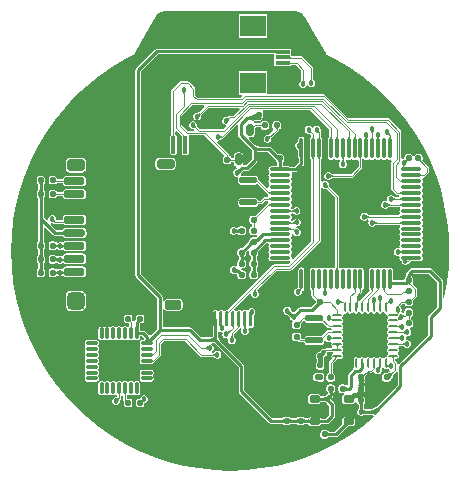
<source format=gtl>
G04*
G04 #@! TF.GenerationSoftware,Altium Limited,Altium Designer,21.9.2 (33)*
G04*
G04 Layer_Physical_Order=1*
G04 Layer_Color=255*
%FSLAX25Y25*%
%MOIN*%
G70*
G04*
G04 #@! TF.SameCoordinates,3BF94A5F-7B75-4F2F-B618-769F4B2F0BBE*
G04*
G04*
G04 #@! TF.FilePolarity,Positive*
G04*
G01*
G75*
%ADD13C,0.01000*%
G04:AMPARAMS|DCode=19|XSize=20mil|YSize=20mil|CornerRadius=5mil|HoleSize=0mil|Usage=FLASHONLY|Rotation=90.000|XOffset=0mil|YOffset=0mil|HoleType=Round|Shape=RoundedRectangle|*
%AMROUNDEDRECTD19*
21,1,0.02000,0.01000,0,0,90.0*
21,1,0.01000,0.02000,0,0,90.0*
1,1,0.01000,0.00500,0.00500*
1,1,0.01000,0.00500,-0.00500*
1,1,0.01000,-0.00500,-0.00500*
1,1,0.01000,-0.00500,0.00500*
%
%ADD19ROUNDEDRECTD19*%
G04:AMPARAMS|DCode=20|XSize=27.56mil|YSize=68.9mil|CornerRadius=6.89mil|HoleSize=0mil|Usage=FLASHONLY|Rotation=270.000|XOffset=0mil|YOffset=0mil|HoleType=Round|Shape=RoundedRectangle|*
%AMROUNDEDRECTD20*
21,1,0.02756,0.05512,0,0,270.0*
21,1,0.01378,0.06890,0,0,270.0*
1,1,0.01378,-0.02756,-0.00689*
1,1,0.01378,-0.02756,0.00689*
1,1,0.01378,0.02756,0.00689*
1,1,0.01378,0.02756,-0.00689*
%
%ADD20ROUNDEDRECTD20*%
G04:AMPARAMS|DCode=21|XSize=39.37mil|YSize=61.02mil|CornerRadius=9.84mil|HoleSize=0mil|Usage=FLASHONLY|Rotation=270.000|XOffset=0mil|YOffset=0mil|HoleType=Round|Shape=RoundedRectangle|*
%AMROUNDEDRECTD21*
21,1,0.03937,0.04134,0,0,270.0*
21,1,0.01968,0.06102,0,0,270.0*
1,1,0.01968,-0.02067,-0.00984*
1,1,0.01968,-0.02067,0.00984*
1,1,0.01968,0.02067,0.00984*
1,1,0.01968,0.02067,-0.00984*
%
%ADD21ROUNDEDRECTD21*%
G04:AMPARAMS|DCode=22|XSize=57.09mil|YSize=39.37mil|CornerRadius=9.84mil|HoleSize=0mil|Usage=FLASHONLY|Rotation=270.000|XOffset=0mil|YOffset=0mil|HoleType=Round|Shape=RoundedRectangle|*
%AMROUNDEDRECTD22*
21,1,0.05709,0.01968,0,0,270.0*
21,1,0.03740,0.03937,0,0,270.0*
1,1,0.01968,-0.00984,-0.01870*
1,1,0.01968,-0.00984,0.01870*
1,1,0.01968,0.00984,0.01870*
1,1,0.01968,0.00984,-0.01870*
%
%ADD22ROUNDEDRECTD22*%
G04:AMPARAMS|DCode=23|XSize=59.06mil|YSize=59.06mil|CornerRadius=14.76mil|HoleSize=0mil|Usage=FLASHONLY|Rotation=270.000|XOffset=0mil|YOffset=0mil|HoleType=Round|Shape=RoundedRectangle|*
%AMROUNDEDRECTD23*
21,1,0.05906,0.02953,0,0,270.0*
21,1,0.02953,0.05906,0,0,270.0*
1,1,0.02953,-0.01476,-0.01476*
1,1,0.02953,-0.01476,0.01476*
1,1,0.02953,0.01476,0.01476*
1,1,0.02953,0.01476,-0.01476*
%
%ADD23ROUNDEDRECTD23*%
G04:AMPARAMS|DCode=24|XSize=40mil|YSize=59.06mil|CornerRadius=10mil|HoleSize=0mil|Usage=FLASHONLY|Rotation=270.000|XOffset=0mil|YOffset=0mil|HoleType=Round|Shape=RoundedRectangle|*
%AMROUNDEDRECTD24*
21,1,0.04000,0.03906,0,0,270.0*
21,1,0.02000,0.05906,0,0,270.0*
1,1,0.02000,-0.01953,-0.01000*
1,1,0.02000,-0.01953,0.01000*
1,1,0.02000,0.01953,0.01000*
1,1,0.02000,0.01953,-0.01000*
%
%ADD24ROUNDEDRECTD24*%
G04:AMPARAMS|DCode=25|XSize=31.5mil|YSize=55.12mil|CornerRadius=7.87mil|HoleSize=0mil|Usage=FLASHONLY|Rotation=270.000|XOffset=0mil|YOffset=0mil|HoleType=Round|Shape=RoundedRectangle|*
%AMROUNDEDRECTD25*
21,1,0.03150,0.03937,0,0,270.0*
21,1,0.01575,0.05512,0,0,270.0*
1,1,0.01575,-0.01968,-0.00787*
1,1,0.01575,-0.01968,0.00787*
1,1,0.01575,0.01968,0.00787*
1,1,0.01575,0.01968,-0.00787*
%
%ADD25ROUNDEDRECTD25*%
G04:AMPARAMS|DCode=26|XSize=31.5mil|YSize=59.06mil|CornerRadius=7.87mil|HoleSize=0mil|Usage=FLASHONLY|Rotation=270.000|XOffset=0mil|YOffset=0mil|HoleType=Round|Shape=RoundedRectangle|*
%AMROUNDEDRECTD26*
21,1,0.03150,0.04331,0,0,270.0*
21,1,0.01575,0.05906,0,0,270.0*
1,1,0.01575,-0.02165,-0.00787*
1,1,0.01575,-0.02165,0.00787*
1,1,0.01575,0.02165,0.00787*
1,1,0.01575,0.02165,-0.00787*
%
%ADD26ROUNDEDRECTD26*%
%ADD27R,0.05118X0.01181*%
%ADD28R,0.08661X0.07087*%
G04:AMPARAMS|DCode=29|XSize=86mil|YSize=72mil|CornerRadius=18mil|HoleSize=0mil|Usage=FLASHONLY|Rotation=270.000|XOffset=0mil|YOffset=0mil|HoleType=Round|Shape=RoundedRectangle|*
%AMROUNDEDRECTD29*
21,1,0.08600,0.03600,0,0,270.0*
21,1,0.05000,0.07200,0,0,270.0*
1,1,0.03600,-0.01800,-0.02500*
1,1,0.03600,-0.01800,0.02500*
1,1,0.03600,0.01800,0.02500*
1,1,0.03600,0.01800,-0.02500*
%
%ADD29ROUNDEDRECTD29*%
G04:AMPARAMS|DCode=30|XSize=23.62mil|YSize=35mil|CornerRadius=5.91mil|HoleSize=0mil|Usage=FLASHONLY|Rotation=90.000|XOffset=0mil|YOffset=0mil|HoleType=Round|Shape=RoundedRectangle|*
%AMROUNDEDRECTD30*
21,1,0.02362,0.02319,0,0,90.0*
21,1,0.01181,0.03500,0,0,90.0*
1,1,0.01181,0.01159,0.00591*
1,1,0.01181,0.01159,-0.00591*
1,1,0.01181,-0.01159,-0.00591*
1,1,0.01181,-0.01159,0.00591*
%
%ADD30ROUNDEDRECTD30*%
G04:AMPARAMS|DCode=31|XSize=50mil|YSize=10mil|CornerRadius=2.5mil|HoleSize=0mil|Usage=FLASHONLY|Rotation=90.000|XOffset=0mil|YOffset=0mil|HoleType=Round|Shape=RoundedRectangle|*
%AMROUNDEDRECTD31*
21,1,0.05000,0.00500,0,0,90.0*
21,1,0.04500,0.01000,0,0,90.0*
1,1,0.00500,0.00250,0.02250*
1,1,0.00500,0.00250,-0.02250*
1,1,0.00500,-0.00250,-0.02250*
1,1,0.00500,-0.00250,0.02250*
%
%ADD31ROUNDEDRECTD31*%
G04:AMPARAMS|DCode=32|XSize=23.62mil|YSize=39.37mil|CornerRadius=5.91mil|HoleSize=0mil|Usage=FLASHONLY|Rotation=180.000|XOffset=0mil|YOffset=0mil|HoleType=Round|Shape=RoundedRectangle|*
%AMROUNDEDRECTD32*
21,1,0.02362,0.02756,0,0,180.0*
21,1,0.01181,0.03937,0,0,180.0*
1,1,0.01181,-0.00591,0.01378*
1,1,0.01181,0.00591,0.01378*
1,1,0.01181,0.00591,-0.01378*
1,1,0.01181,-0.00591,-0.01378*
%
%ADD32ROUNDEDRECTD32*%
%ADD33O,0.07087X0.01181*%
%ADD34O,0.01181X0.07087*%
%ADD35R,0.10630X0.11024*%
G04:AMPARAMS|DCode=36|XSize=12mil|YSize=38mil|CornerRadius=3mil|HoleSize=0mil|Usage=FLASHONLY|Rotation=0.000|XOffset=0mil|YOffset=0mil|HoleType=Round|Shape=RoundedRectangle|*
%AMROUNDEDRECTD36*
21,1,0.01200,0.03200,0,0,0.0*
21,1,0.00600,0.03800,0,0,0.0*
1,1,0.00600,0.00300,-0.01600*
1,1,0.00600,-0.00300,-0.01600*
1,1,0.00600,-0.00300,0.01600*
1,1,0.00600,0.00300,0.01600*
%
%ADD36ROUNDEDRECTD36*%
G04:AMPARAMS|DCode=37|XSize=12mil|YSize=38mil|CornerRadius=3mil|HoleSize=0mil|Usage=FLASHONLY|Rotation=90.000|XOffset=0mil|YOffset=0mil|HoleType=Round|Shape=RoundedRectangle|*
%AMROUNDEDRECTD37*
21,1,0.01200,0.03200,0,0,90.0*
21,1,0.00600,0.03800,0,0,90.0*
1,1,0.00600,0.01600,0.00300*
1,1,0.00600,0.01600,-0.00300*
1,1,0.00600,-0.01600,-0.00300*
1,1,0.00600,-0.01600,0.00300*
%
%ADD37ROUNDEDRECTD37*%
G04:AMPARAMS|DCode=38|XSize=9.42mil|YSize=31.88mil|CornerRadius=4.71mil|HoleSize=0mil|Usage=FLASHONLY|Rotation=90.000|XOffset=0mil|YOffset=0mil|HoleType=Round|Shape=RoundedRectangle|*
%AMROUNDEDRECTD38*
21,1,0.00942,0.02245,0,0,90.0*
21,1,0.00000,0.03188,0,0,90.0*
1,1,0.00942,0.01123,0.00000*
1,1,0.00942,0.01123,0.00000*
1,1,0.00942,-0.01123,0.00000*
1,1,0.00942,-0.01123,0.00000*
%
%ADD38ROUNDEDRECTD38*%
G04:AMPARAMS|DCode=39|XSize=31.88mil|YSize=9.42mil|CornerRadius=4.71mil|HoleSize=0mil|Usage=FLASHONLY|Rotation=90.000|XOffset=0mil|YOffset=0mil|HoleType=Round|Shape=RoundedRectangle|*
%AMROUNDEDRECTD39*
21,1,0.03188,0.00000,0,0,90.0*
21,1,0.02245,0.00942,0,0,90.0*
1,1,0.00942,0.00000,0.01123*
1,1,0.00942,0.00000,-0.01123*
1,1,0.00942,0.00000,-0.01123*
1,1,0.00942,0.00000,0.01123*
%
%ADD39ROUNDEDRECTD39*%
%ADD40R,0.00942X0.03188*%
G04:AMPARAMS|DCode=41|XSize=21.65mil|YSize=57.09mil|CornerRadius=5.41mil|HoleSize=0mil|Usage=FLASHONLY|Rotation=270.000|XOffset=0mil|YOffset=0mil|HoleType=Round|Shape=RoundedRectangle|*
%AMROUNDEDRECTD41*
21,1,0.02165,0.04626,0,0,270.0*
21,1,0.01083,0.05709,0,0,270.0*
1,1,0.01083,-0.02313,-0.00541*
1,1,0.01083,-0.02313,0.00541*
1,1,0.01083,0.02313,0.00541*
1,1,0.01083,0.02313,-0.00541*
%
%ADD41ROUNDEDRECTD41*%
G04:AMPARAMS|DCode=42|XSize=21.65mil|YSize=57.09mil|CornerRadius=5.41mil|HoleSize=0mil|Usage=FLASHONLY|Rotation=270.000|XOffset=0mil|YOffset=0mil|HoleType=Round|Shape=RoundedRectangle|*
%AMROUNDEDRECTD42*
21,1,0.02165,0.04626,0,0,270.0*
21,1,0.01083,0.05709,0,0,270.0*
1,1,0.01083,-0.02313,-0.00541*
1,1,0.01083,-0.02313,0.00541*
1,1,0.01083,0.02313,0.00541*
1,1,0.01083,0.02313,-0.00541*
%
%ADD42ROUNDEDRECTD42*%
G04:AMPARAMS|DCode=43|XSize=15.75mil|YSize=59.06mil|CornerRadius=3.94mil|HoleSize=0mil|Usage=FLASHONLY|Rotation=0.000|XOffset=0mil|YOffset=0mil|HoleType=Round|Shape=RoundedRectangle|*
%AMROUNDEDRECTD43*
21,1,0.01575,0.05118,0,0,0.0*
21,1,0.00787,0.05906,0,0,0.0*
1,1,0.00787,0.00394,-0.02559*
1,1,0.00787,-0.00394,-0.02559*
1,1,0.00787,-0.00394,0.02559*
1,1,0.00787,0.00394,0.02559*
%
%ADD43ROUNDEDRECTD43*%
G04:AMPARAMS|DCode=44|XSize=39.37mil|YSize=59.06mil|CornerRadius=9.84mil|HoleSize=0mil|Usage=FLASHONLY|Rotation=0.000|XOffset=0mil|YOffset=0mil|HoleType=Round|Shape=RoundedRectangle|*
%AMROUNDEDRECTD44*
21,1,0.03937,0.03937,0,0,0.0*
21,1,0.01968,0.05906,0,0,0.0*
1,1,0.01968,0.00984,-0.01968*
1,1,0.01968,-0.00984,-0.01968*
1,1,0.01968,-0.00984,0.01968*
1,1,0.01968,0.00984,0.01968*
%
%ADD44ROUNDEDRECTD44*%
G04:AMPARAMS|DCode=45|XSize=20mil|YSize=20mil|CornerRadius=5mil|HoleSize=0mil|Usage=FLASHONLY|Rotation=180.000|XOffset=0mil|YOffset=0mil|HoleType=Round|Shape=RoundedRectangle|*
%AMROUNDEDRECTD45*
21,1,0.02000,0.01000,0,0,180.0*
21,1,0.01000,0.02000,0,0,180.0*
1,1,0.01000,-0.00500,0.00500*
1,1,0.01000,0.00500,0.00500*
1,1,0.01000,0.00500,-0.00500*
1,1,0.01000,-0.00500,-0.00500*
%
%ADD45ROUNDEDRECTD45*%
G04:AMPARAMS|DCode=65|XSize=133.86mil|YSize=133.86mil|CornerRadius=13.39mil|HoleSize=0mil|Usage=FLASHONLY|Rotation=90.000|XOffset=0mil|YOffset=0mil|HoleType=Round|Shape=RoundedRectangle|*
%AMROUNDEDRECTD65*
21,1,0.13386,0.10709,0,0,90.0*
21,1,0.10709,0.13386,0,0,90.0*
1,1,0.02677,0.05354,0.05354*
1,1,0.02677,0.05354,-0.05354*
1,1,0.02677,-0.05354,-0.05354*
1,1,0.02677,-0.05354,0.05354*
%
%ADD65ROUNDEDRECTD65*%
%ADD71C,0.00400*%
%ADD72C,0.01500*%
%ADD73C,0.01800*%
G36*
X22055Y78953D02*
Y78946D01*
X22834Y78844D01*
X23561Y78543D01*
X24185Y78064D01*
X24373Y77819D01*
X24664Y77439D01*
D01*
X24915Y77018D01*
X28293Y71163D01*
X31791Y65101D01*
X31803Y65042D01*
X32002Y64744D01*
X32250Y64578D01*
X32232Y64542D01*
X35025Y63144D01*
X39512Y60482D01*
X43797Y57506D01*
X47859Y54233D01*
X51678Y50678D01*
X55233Y46859D01*
X58506Y42797D01*
X61482Y38512D01*
X64144Y34025D01*
X66479Y29360D01*
X68476Y24540D01*
X70123Y19590D01*
X71413Y14535D01*
X72340Y9401D01*
X72897Y4214D01*
X73084Y-1000D01*
X72897Y-6214D01*
X72340Y-11401D01*
X71413Y-16535D01*
X70918Y-16473D01*
Y-11000D01*
X70848Y-10649D01*
X70649Y-10351D01*
X67149Y-6851D01*
X66851Y-6652D01*
X66500Y-6582D01*
X60500D01*
X60149Y-6652D01*
X59851Y-6851D01*
X58851Y-7851D01*
X58652Y-8149D01*
X58582Y-8500D01*
Y-9355D01*
X58567Y-9388D01*
X58567Y-9407D01*
X58563Y-9409D01*
X58503Y-9434D01*
X58495Y-9455D01*
X58351Y-9551D01*
X58152Y-9849D01*
X58082Y-10200D01*
Y-10682D01*
X54279D01*
X54277Y-10664D01*
X54274Y-10586D01*
X54274Y-10584D01*
Y-7398D01*
X54197Y-7011D01*
X53978Y-6684D01*
X53650Y-6465D01*
X53264Y-6388D01*
X52877Y-6465D01*
X52550Y-6684D01*
X52009D01*
X51682Y-6465D01*
X51295Y-6388D01*
X50909Y-6465D01*
X50581Y-6684D01*
X50041D01*
X49713Y-6465D01*
X49327Y-6388D01*
X48940Y-6465D01*
X48613Y-6684D01*
X48072D01*
X47745Y-6465D01*
X47358Y-6388D01*
X46972Y-6465D01*
X46644Y-6684D01*
X46425Y-7011D01*
X46348Y-7398D01*
Y-13303D01*
X46425Y-13690D01*
X46612Y-13969D01*
X43556Y-17025D01*
X43366Y-17484D01*
Y-17531D01*
X42866Y-17739D01*
X42749Y-17622D01*
Y-16069D01*
X43881Y-14938D01*
X44071Y-14479D01*
Y-14061D01*
X44118Y-14029D01*
X44121Y-14028D01*
X44121Y-14027D01*
X44135Y-14017D01*
X44354Y-13690D01*
X44431Y-13303D01*
Y-7398D01*
X44354Y-7011D01*
X44135Y-6684D01*
X43808Y-6465D01*
X43421Y-6388D01*
X43035Y-6465D01*
X42707Y-6684D01*
X42167D01*
X41839Y-6465D01*
X41453Y-6388D01*
X41066Y-6465D01*
X40739Y-6684D01*
X40198D01*
X39871Y-6465D01*
X39484Y-6388D01*
X39098Y-6465D01*
X38770Y-6684D01*
X38230D01*
X37902Y-6465D01*
X37516Y-6388D01*
X37129Y-6465D01*
X36802Y-6684D01*
X36679D01*
X36197Y-6218D01*
Y17253D01*
X36007Y17712D01*
X33005Y20713D01*
X32990Y20749D01*
X32974Y20797D01*
X32960Y20855D01*
X32949Y20917D01*
X32934Y21095D01*
X32933Y21196D01*
X32900Y21273D01*
Y21459D01*
X32702Y21936D01*
X32336Y22302D01*
X31859Y22500D01*
X31341D01*
X30864Y22302D01*
X30791Y22230D01*
X30291Y22437D01*
Y29640D01*
X30338Y29672D01*
X30341Y29673D01*
X30342Y29674D01*
X30356Y29684D01*
X30575Y30011D01*
X30652Y30398D01*
Y36303D01*
X30575Y36690D01*
X30356Y37017D01*
X30342Y37027D01*
X30341Y37028D01*
X30338Y37029D01*
X30291Y37060D01*
Y38658D01*
X30101Y39118D01*
X30064Y39154D01*
X30100Y39241D01*
Y39759D01*
X29902Y40236D01*
X29536Y40602D01*
X29059Y40800D01*
X28541D01*
X28064Y40602D01*
X27730Y40268D01*
X27450Y40251D01*
X27170Y40268D01*
X26836Y40602D01*
X26359Y40800D01*
X25841D01*
X25364Y40602D01*
X24998Y40236D01*
X24800Y39759D01*
Y39241D01*
X24998Y38764D01*
X25364Y38398D01*
X25841Y38200D01*
X26027D01*
X26104Y38167D01*
X26211Y38166D01*
X26299Y38161D01*
X26377Y38152D01*
X26445Y38140D01*
X26503Y38126D01*
X26551Y38110D01*
X26587Y38094D01*
X27024Y37658D01*
Y37060D01*
X26977Y37029D01*
X26974Y37028D01*
X26973Y37027D01*
X26959Y37017D01*
X26740Y36690D01*
X26663Y36303D01*
Y30398D01*
X26740Y30011D01*
X26959Y29684D01*
X26973Y29674D01*
X26974Y29673D01*
X26977Y29672D01*
X27024Y29640D01*
Y2274D01*
X21032Y-3718D01*
X20571Y-3472D01*
X20612Y-3264D01*
X20535Y-2877D01*
X20316Y-2550D01*
Y-2009D01*
X20535Y-1682D01*
X20612Y-1295D01*
X20535Y-909D01*
X20316Y-581D01*
Y-41D01*
X20535Y287D01*
X20612Y673D01*
X20535Y1060D01*
X20316Y1387D01*
Y1928D01*
X20535Y2255D01*
X20612Y2642D01*
X20535Y3028D01*
X20316Y3356D01*
Y3896D01*
X20535Y4224D01*
X20612Y4610D01*
X20589Y4727D01*
X21070Y4873D01*
X21198Y4564D01*
X21564Y4198D01*
X22041Y4000D01*
X22559D01*
X23036Y4198D01*
X23402Y4564D01*
X23600Y5041D01*
Y5559D01*
X23402Y6036D01*
X23036Y6402D01*
X22559Y6600D01*
X22373D01*
X22296Y6633D01*
X22189Y6634D01*
X22101Y6639D01*
X22023Y6648D01*
X21955Y6660D01*
X21948Y6662D01*
X21827Y6848D01*
X21903Y7058D01*
X21927Y7091D01*
X22184Y7300D01*
X22559D01*
X23036Y7498D01*
X23402Y7864D01*
X23600Y8341D01*
Y8859D01*
X23402Y9336D01*
X23036Y9702D01*
X22559Y9900D01*
X22041D01*
X21564Y9702D01*
X21383Y9521D01*
X21302Y9483D01*
X21232Y9407D01*
X21173Y9349D01*
X21117Y9300D01*
X21066Y9261D01*
X21020Y9231D01*
X20980Y9210D01*
X20949Y9197D01*
X20360D01*
X20328Y9244D01*
X20327Y9247D01*
X20316Y9279D01*
Y9802D01*
X20535Y10129D01*
X20612Y10516D01*
X20535Y10902D01*
X20316Y11230D01*
Y11384D01*
X20800Y11793D01*
X20822Y11792D01*
X20851Y11773D01*
X20899Y11735D01*
X20951Y11687D01*
X21007Y11628D01*
X21072Y11552D01*
X21149Y11512D01*
X21364Y11298D01*
X21841Y11100D01*
X22359D01*
X22836Y11298D01*
X23202Y11664D01*
X23400Y12141D01*
Y12659D01*
X23202Y13136D01*
X22836Y13502D01*
X22359Y13700D01*
X21841D01*
X21364Y13502D01*
X21301Y13440D01*
X21246Y13423D01*
X21162Y13355D01*
X21006Y13243D01*
X20944Y13205D01*
X20885Y13173D01*
X20833Y13150D01*
X20789Y13134D01*
X20360D01*
X20328Y13181D01*
X20327Y13184D01*
X20316Y13216D01*
Y13739D01*
X20535Y14066D01*
X20612Y14453D01*
X20535Y14839D01*
X20316Y15167D01*
Y15707D01*
X20535Y16035D01*
X20612Y16421D01*
X20535Y16808D01*
X20316Y17135D01*
Y17676D01*
X20535Y18003D01*
X20612Y18390D01*
X20535Y18776D01*
X20316Y19104D01*
Y19644D01*
X20535Y19972D01*
X20612Y20358D01*
X20535Y20745D01*
X20316Y21072D01*
Y21613D01*
X20535Y21940D01*
X20612Y22327D01*
X20535Y22713D01*
X20316Y23041D01*
Y23581D01*
X20535Y23909D01*
X20612Y24295D01*
X20535Y24682D01*
X20426Y24846D01*
X20642Y25341D01*
X20647Y25346D01*
X21764D01*
X22115Y25416D01*
X22413Y25615D01*
X24385Y27587D01*
X24584Y27885D01*
X24654Y28236D01*
Y29988D01*
X24669Y30011D01*
X24746Y30398D01*
Y36303D01*
X24669Y36690D01*
X24450Y37017D01*
X24123Y37236D01*
X23736Y37313D01*
X23350Y37236D01*
X23022Y37017D01*
X22803Y36690D01*
X22726Y36303D01*
Y35500D01*
X22641D01*
X22164Y35302D01*
X21798Y34936D01*
X21600Y34459D01*
Y33941D01*
X21798Y33464D01*
X22164Y33098D01*
X22641Y32900D01*
X22726D01*
Y30398D01*
X22803Y30011D01*
X22819Y29988D01*
Y28616D01*
X21384Y27181D01*
X20012D01*
X19989Y27197D01*
X19602Y27274D01*
X17665D01*
X17664Y27274D01*
X17585Y27277D01*
X17567Y27279D01*
Y28693D01*
X17583Y28729D01*
X17583Y28781D01*
X17584Y28808D01*
X17649Y28851D01*
X17848Y29149D01*
X17918Y29500D01*
Y30500D01*
X17848Y30851D01*
X17649Y31149D01*
X17351Y31348D01*
X17000Y31418D01*
X16000D01*
X15921Y31402D01*
X15896Y31424D01*
X15864Y31455D01*
X15827Y31470D01*
X13649Y33649D01*
X13351Y33848D01*
X13000Y33918D01*
X9656D01*
X9623Y33933D01*
X9442Y33939D01*
X9283Y33957D01*
X9132Y33986D01*
X8986Y34026D01*
X8846Y34077D01*
X8711Y34140D01*
X8579Y34214D01*
X8452Y34301D01*
X8327Y34401D01*
X8195Y34524D01*
X8161Y34537D01*
X6180Y36518D01*
X6387Y37018D01*
X7091D01*
X7477Y37095D01*
X7805Y37313D01*
X8024Y37641D01*
X8100Y38028D01*
Y40023D01*
X8101Y40025D01*
X8482Y40351D01*
X10112D01*
X10152Y40149D01*
X10351Y39851D01*
X10649Y39652D01*
X11000Y39582D01*
X12000D01*
X12351Y39652D01*
X12649Y39851D01*
X12848Y40149D01*
X12918Y40500D01*
Y41500D01*
X12848Y41851D01*
X12649Y42149D01*
X12351Y42348D01*
X12000Y42418D01*
X11000D01*
X10649Y42348D01*
X10351Y42149D01*
X10152Y41851D01*
X10112Y41649D01*
X8095D01*
X7950Y41590D01*
X7925Y41600D01*
X7765Y41845D01*
X7765Y41853D01*
X7894Y42256D01*
X8236Y42398D01*
X8355Y42517D01*
X8372Y42519D01*
X8381Y42520D01*
X8386Y42521D01*
X8393Y42522D01*
X8407Y42531D01*
X8423Y42536D01*
X8454Y42543D01*
X8489Y42549D01*
X8708Y42566D01*
X8794Y42567D01*
X8830Y42582D01*
X9773D01*
X10124Y42652D01*
X10422Y42851D01*
X10621Y43149D01*
X10666Y43376D01*
X10848Y43649D01*
X10918Y44000D01*
Y45000D01*
X10848Y45351D01*
X10781Y45451D01*
X11029Y45951D01*
X26631D01*
X32929Y39652D01*
Y37060D01*
X32882Y37029D01*
X32879Y37028D01*
X32879Y37027D01*
X32865Y37017D01*
X32646Y36690D01*
X32569Y36303D01*
Y30398D01*
X32646Y30011D01*
X32865Y29684D01*
X33192Y29465D01*
X33579Y29388D01*
X33965Y29465D01*
X34293Y29684D01*
X34833D01*
X35161Y29465D01*
X35547Y29388D01*
X35934Y29465D01*
X36115Y29585D01*
X36547Y29452D01*
X36647Y29003D01*
X36647Y29002D01*
X36576Y28930D01*
X36545Y28852D01*
X36414Y28721D01*
X36216Y28243D01*
Y27726D01*
X36414Y27248D01*
X36779Y26882D01*
X37257Y26684D01*
X37774D01*
X38252Y26882D01*
X38618Y27248D01*
X38816Y27726D01*
Y28243D01*
X38618Y28721D01*
X38486Y28852D01*
X38455Y28930D01*
X38384Y29003D01*
X38388Y29050D01*
X38451Y29406D01*
X38466Y29447D01*
X38917Y29585D01*
X39098Y29465D01*
X39484Y29388D01*
X39871Y29465D01*
X40198Y29684D01*
X40739D01*
X41066Y29465D01*
X41453Y29388D01*
X41839Y29465D01*
X42167Y29684D01*
X42290D01*
X42772Y29218D01*
Y27190D01*
X40331Y24749D01*
X34038D01*
X34002Y24764D01*
X33957Y24787D01*
X33906Y24817D01*
X33854Y24854D01*
X33718Y24969D01*
X33645Y25040D01*
X33568Y25071D01*
X33436Y25202D01*
X32959Y25400D01*
X32441D01*
X31964Y25202D01*
X31598Y24836D01*
X31400Y24359D01*
Y23841D01*
X31598Y23364D01*
X31964Y22998D01*
X32441Y22800D01*
X32959D01*
X33436Y22998D01*
X33568Y23129D01*
X33645Y23160D01*
X33722Y23235D01*
X33788Y23293D01*
X33849Y23343D01*
X33906Y23382D01*
X33957Y23413D01*
X34002Y23436D01*
X34038Y23451D01*
X40600D01*
X41059Y23641D01*
X43881Y26462D01*
X44071Y26921D01*
Y29640D01*
X44093Y29655D01*
X44149Y29682D01*
X44153Y29684D01*
X44676D01*
X45003Y29465D01*
X45390Y29388D01*
X45776Y29465D01*
X46104Y29684D01*
X46644D01*
X46972Y29465D01*
X47358Y29388D01*
X47745Y29465D01*
X48072Y29684D01*
X48613D01*
X48940Y29465D01*
X49327Y29388D01*
X49713Y29465D01*
X50041Y29684D01*
X50581D01*
X50909Y29465D01*
X51295Y29388D01*
X51682Y29465D01*
X52009Y29684D01*
X52550D01*
X52877Y29465D01*
X53264Y29388D01*
X53613Y29457D01*
X53643Y29435D01*
X53777Y28914D01*
X53741Y28878D01*
X53551Y28418D01*
Y19800D01*
X53741Y19341D01*
X55151Y17931D01*
X55610Y17740D01*
X56169D01*
X56382Y17240D01*
X56218Y17071D01*
X54860D01*
X54823Y17085D01*
X54778Y17108D01*
X54727Y17139D01*
X54675Y17175D01*
X54539Y17290D01*
X54467Y17361D01*
X54389Y17392D01*
X54258Y17523D01*
X53780Y17721D01*
X53263D01*
X52785Y17523D01*
X52419Y17158D01*
X52221Y16680D01*
Y16232D01*
X52124Y16073D01*
X51830Y15800D01*
X51441D01*
X50964Y15602D01*
X50598Y15236D01*
X50400Y14759D01*
Y14241D01*
X50598Y13764D01*
X50964Y13398D01*
X51441Y13200D01*
X51959D01*
X52436Y13398D01*
X52525Y13486D01*
X52589Y13507D01*
X52754Y13646D01*
X52817Y13693D01*
X52878Y13733D01*
X52934Y13765D01*
X52983Y13788D01*
X53024Y13803D01*
X56640D01*
X56672Y13756D01*
X56673Y13753D01*
X56683Y13721D01*
Y13198D01*
X56465Y12871D01*
X56388Y12484D01*
X56465Y12098D01*
X56683Y11770D01*
Y11627D01*
X56217Y11149D01*
X46038D01*
X46002Y11164D01*
X45957Y11187D01*
X45906Y11218D01*
X45854Y11254D01*
X45718Y11369D01*
X45645Y11440D01*
X45568Y11471D01*
X45436Y11602D01*
X44959Y11800D01*
X44441D01*
X43964Y11602D01*
X43598Y11236D01*
X43400Y10759D01*
Y10241D01*
X43598Y9764D01*
X43964Y9398D01*
X44441Y9200D01*
X44959D01*
X45436Y9398D01*
X45568Y9529D01*
X45645Y9560D01*
X45677Y9591D01*
X45880Y9597D01*
X45981Y9512D01*
X46014Y9471D01*
X46151Y9194D01*
X46170Y9088D01*
X46053Y8806D01*
Y8289D01*
X46251Y7811D01*
X46616Y7445D01*
X47094Y7247D01*
X47611D01*
X48089Y7445D01*
X48221Y7576D01*
X48298Y7608D01*
X48374Y7682D01*
X48440Y7741D01*
X48502Y7790D01*
X48559Y7830D01*
X48610Y7861D01*
X48655Y7883D01*
X48691Y7898D01*
X56640D01*
X56672Y7851D01*
X56673Y7848D01*
X56683Y7815D01*
Y7293D01*
X56465Y6965D01*
X56388Y6579D01*
X56465Y6192D01*
X56683Y5865D01*
Y5324D01*
X56465Y4997D01*
X56388Y4610D01*
X56465Y4224D01*
X56683Y3896D01*
Y3356D01*
X56465Y3028D01*
X56388Y2642D01*
X56465Y2255D01*
X56683Y1928D01*
Y1387D01*
X56465Y1060D01*
X56388Y673D01*
X56446Y381D01*
X56241Y129D01*
X56059Y0D01*
X55541D01*
X55064Y-198D01*
X54698Y-564D01*
X54500Y-1041D01*
Y-1559D01*
X54698Y-2036D01*
X55064Y-2402D01*
X55541Y-2600D01*
X56059D01*
X56213Y-2706D01*
X56444Y-2982D01*
X56388Y-3264D01*
X56465Y-3650D01*
X56683Y-3978D01*
X57011Y-4197D01*
X57100Y-4214D01*
Y-4459D01*
X57298Y-4936D01*
X57664Y-5302D01*
X58141Y-5500D01*
X58659D01*
X59136Y-5302D01*
X59502Y-4936D01*
X59564Y-4787D01*
X59873Y-4659D01*
X60254Y-4279D01*
X60295Y-4275D01*
X60334Y-4275D01*
X60336Y-4274D01*
X63303D01*
X63690Y-4197D01*
X64017Y-3978D01*
X64236Y-3650D01*
X64313Y-3264D01*
X64236Y-2877D01*
X64017Y-2550D01*
Y-2009D01*
X64236Y-1682D01*
X64313Y-1295D01*
X64236Y-909D01*
X64017Y-581D01*
Y-41D01*
X64236Y287D01*
X64313Y673D01*
X64236Y1060D01*
X64017Y1387D01*
Y1928D01*
X64236Y2255D01*
X64313Y2642D01*
X64236Y3028D01*
X64017Y3356D01*
Y3896D01*
X64236Y4224D01*
X64313Y4610D01*
X64236Y4997D01*
X64017Y5324D01*
Y5865D01*
X64236Y6192D01*
X64313Y6579D01*
X64236Y6965D01*
X64017Y7293D01*
Y7833D01*
X64236Y8161D01*
X64313Y8547D01*
X64236Y8934D01*
X64017Y9261D01*
Y9802D01*
X64236Y10129D01*
X64313Y10516D01*
X64236Y10902D01*
X64017Y11230D01*
Y11770D01*
X64236Y12098D01*
X64313Y12484D01*
X64236Y12871D01*
X64017Y13198D01*
Y13739D01*
X64236Y14066D01*
X64313Y14453D01*
X64236Y14839D01*
X64017Y15167D01*
Y15707D01*
X64236Y16035D01*
X64313Y16421D01*
X64236Y16808D01*
X64017Y17135D01*
Y17676D01*
X64236Y18003D01*
X64313Y18390D01*
X64236Y18776D01*
X64017Y19104D01*
Y19644D01*
X64236Y19972D01*
X64313Y20358D01*
X64236Y20745D01*
X64017Y21072D01*
Y21613D01*
X64236Y21940D01*
X64313Y22327D01*
X64236Y22713D01*
X64017Y23041D01*
Y23164D01*
X64483Y23646D01*
X64495D01*
X64955Y23836D01*
X66059Y24941D01*
X66249Y25400D01*
Y26900D01*
X66059Y27359D01*
X64085Y29334D01*
X64118Y29500D01*
Y30500D01*
X64048Y30851D01*
X63849Y31149D01*
X63551Y31348D01*
X63200Y31418D01*
X62200D01*
X61849Y31348D01*
X61551Y31149D01*
X61356Y30857D01*
X61323Y30851D01*
X60877D01*
X60844Y30857D01*
X60649Y31149D01*
X60351Y31348D01*
X60000Y31418D01*
X59000D01*
X58649Y31348D01*
X58351Y31149D01*
X58152Y30851D01*
X58082Y30500D01*
Y29740D01*
X58056Y29737D01*
X57952Y29732D01*
X57885Y29700D01*
X57741D01*
X57550Y29621D01*
X57049Y29941D01*
Y38900D01*
X56859Y39359D01*
X52959Y43259D01*
X52500Y43449D01*
X39369D01*
X31659Y51159D01*
X31200Y51349D01*
X12331D01*
Y59095D01*
X2869D01*
Y51208D01*
X3782D01*
X3989Y50708D01*
X3531Y50249D01*
X-10931D01*
X-11651Y50969D01*
Y53200D01*
X-11841Y53659D01*
X-13641Y55459D01*
X-14100Y55649D01*
X-16500D01*
X-16959Y55459D01*
X-19396Y53022D01*
X-19586Y52563D01*
Y37817D01*
X-19640Y37807D01*
X-19903Y37631D01*
X-20078Y37369D01*
X-20140Y37059D01*
Y31941D01*
X-20078Y31631D01*
X-19903Y31369D01*
X-19640Y31193D01*
X-19331Y31132D01*
X-18543D01*
X-18234Y31193D01*
X-17971Y31369D01*
X-17796Y31631D01*
X-17734Y31941D01*
Y37059D01*
X-17796Y37369D01*
X-17971Y37631D01*
X-18234Y37807D01*
X-18288Y37817D01*
Y38819D01*
X-17826Y39011D01*
X-16148Y37333D01*
X-16203Y37059D01*
Y31941D01*
X-16141Y31631D01*
X-15966Y31369D01*
X-15703Y31193D01*
X-15394Y31132D01*
X-14606D01*
X-14297Y31193D01*
X-14034Y31369D01*
X-13859Y31631D01*
X-13797Y31941D01*
Y37059D01*
X-13835Y37251D01*
X-13630Y37621D01*
X-13512Y37751D01*
X-8669D01*
X-2161Y31242D01*
X-2149Y30649D01*
X-2348Y30351D01*
X-2418Y30000D01*
Y29000D01*
X-2348Y28649D01*
X-2149Y28351D01*
X-1851Y28152D01*
X-1500Y28082D01*
X-500D01*
X-149Y28152D01*
X149Y28351D01*
X348Y28649D01*
X388Y28851D01*
X1159D01*
Y28216D01*
X1236Y27830D01*
X1455Y27502D01*
X1783Y27283D01*
X2040Y27232D01*
X2209Y26901D01*
X2234Y26707D01*
X2042Y26500D01*
X2004D01*
X1526Y26302D01*
X1160Y25936D01*
X962Y25459D01*
Y24941D01*
X1160Y24464D01*
X1526Y24098D01*
X2004Y23900D01*
X2379D01*
X2452Y23857D01*
X2687Y23597D01*
X2763Y23459D01*
X2727Y23281D01*
Y22199D01*
X2800Y21832D01*
X3008Y21520D01*
X3320Y21312D01*
X3687Y21239D01*
X8313D01*
X8680Y21312D01*
X8974Y21508D01*
X12551Y17931D01*
X12624Y17900D01*
X12757Y17319D01*
X12517Y17071D01*
X11321D01*
X10862Y16881D01*
X9891Y15909D01*
X9251D01*
X9200Y16169D01*
X8992Y16480D01*
X8680Y16688D01*
X8313Y16761D01*
X3687D01*
X3320Y16688D01*
X3008Y16480D01*
X2800Y16169D01*
X2727Y15801D01*
Y14718D01*
X2800Y14351D01*
X3008Y14040D01*
X3320Y13832D01*
X3687Y13759D01*
X8313D01*
X8680Y13832D01*
X8992Y14040D01*
X9200Y14351D01*
X9251Y14610D01*
X10160D01*
X10619Y14801D01*
X11590Y15772D01*
X12480D01*
X12704Y15272D01*
X12553Y15102D01*
X12094Y14912D01*
X8099Y10918D01*
X7300D01*
X6949Y10848D01*
X6651Y10649D01*
X6452Y10351D01*
X6382Y10000D01*
Y9000D01*
X6452Y8649D01*
X6651Y8351D01*
X6949Y8152D01*
X7300Y8082D01*
X7351D01*
Y7258D01*
X7300D01*
X6949Y7188D01*
X6651Y6989D01*
X6452Y6691D01*
X6382Y6340D01*
Y5340D01*
X6452Y4989D01*
X6651Y4691D01*
X6949Y4492D01*
X7300Y4422D01*
X8300D01*
X8651Y4492D01*
X8760Y4565D01*
X9079Y4177D01*
X8520Y3618D01*
X8300D01*
X8200Y3598D01*
X7300D01*
X6949Y3528D01*
X6651Y3329D01*
X6452Y3031D01*
X6399Y2766D01*
X6370Y2706D01*
X6366Y2639D01*
X6358Y2593D01*
X6343Y2540D01*
X6320Y2481D01*
X6287Y2414D01*
X6244Y2341D01*
X6193Y2267D01*
X6042Y2085D01*
X5950Y1990D01*
X5937Y1954D01*
X4041Y58D01*
X4006Y46D01*
X3906Y-49D01*
X3889Y-62D01*
X3385D01*
X3383Y-62D01*
X3381Y-62D01*
X3300D01*
X2949Y-132D01*
X2651Y-331D01*
X2452Y-629D01*
X2382Y-980D01*
Y-1980D01*
X2452Y-2331D01*
X2651Y-2629D01*
X2795Y-2725D01*
X2803Y-2746D01*
X2863Y-2771D01*
X2867Y-2773D01*
X2867Y-2792D01*
X2882Y-2825D01*
Y-3795D01*
X2867Y-3828D01*
X2867Y-3847D01*
X2863Y-3849D01*
X2803Y-3874D01*
X2795Y-3895D01*
X2651Y-3991D01*
X2452Y-4289D01*
X2382Y-4640D01*
Y-5640D01*
X2013Y-6166D01*
X1836Y-6198D01*
X1359Y-6000D01*
X841D01*
X364Y-6198D01*
X-2Y-6564D01*
X-200Y-7041D01*
Y-7559D01*
X-2Y-8036D01*
X364Y-8402D01*
X841Y-8600D01*
X1359D01*
X1804Y-8416D01*
X2181Y-8558D01*
X2382Y-8765D01*
Y-9215D01*
X2382Y-9217D01*
X2382Y-9219D01*
Y-9300D01*
X2452Y-9651D01*
X2651Y-9949D01*
X2949Y-10148D01*
X3300Y-10218D01*
X4300D01*
X4651Y-10148D01*
X4949Y-9949D01*
X5148Y-9651D01*
X5218Y-9300D01*
Y-8300D01*
X5148Y-7949D01*
X4949Y-7651D01*
X4651Y-7452D01*
X4300Y-7382D01*
X4219D01*
X4217Y-7382D01*
X4214Y-7382D01*
X3711D01*
X3694Y-7369D01*
X3594Y-7275D01*
X3529Y-7044D01*
X3856Y-6558D01*
X4300D01*
X4651Y-6488D01*
X4949Y-6289D01*
X5148Y-5991D01*
X5218Y-5640D01*
Y-4640D01*
X5148Y-4289D01*
X4949Y-3991D01*
X4805Y-3895D01*
X4797Y-3874D01*
X4737Y-3849D01*
X4733Y-3847D01*
X4733Y-3828D01*
X4718Y-3795D01*
Y-2825D01*
X4733Y-2792D01*
X4733Y-2773D01*
X4737Y-2771D01*
X4797Y-2746D01*
X4805Y-2725D01*
X4949Y-2629D01*
X5148Y-2331D01*
X5218Y-1980D01*
Y-1899D01*
X5218Y-1897D01*
X5218Y-1894D01*
Y-1391D01*
X5231Y-1374D01*
X5325Y-1274D01*
X5338Y-1239D01*
X5941Y-637D01*
X6402Y-883D01*
X6382Y-980D01*
Y-1980D01*
X6452Y-2331D01*
X6651Y-2629D01*
X6810Y-2735D01*
X6825Y-2767D01*
X6889Y-2788D01*
X6949Y-2828D01*
X6970Y-2832D01*
X7011Y-2861D01*
X7069Y-2875D01*
X7082Y-2879D01*
Y-3766D01*
X6949Y-3792D01*
X6651Y-3991D01*
X6452Y-4289D01*
X6382Y-4640D01*
Y-5640D01*
X6452Y-5991D01*
X6651Y-6289D01*
X6810Y-6395D01*
X6825Y-6426D01*
X6889Y-6448D01*
X6949Y-6488D01*
X6970Y-6492D01*
X7011Y-6521D01*
X7069Y-6535D01*
X7082Y-6539D01*
Y-7401D01*
X7069Y-7405D01*
X7011Y-7419D01*
X6970Y-7448D01*
X6949Y-7452D01*
X6889Y-7492D01*
X6825Y-7514D01*
X6810Y-7545D01*
X6651Y-7651D01*
X6452Y-7949D01*
X6382Y-8300D01*
Y-9300D01*
X6452Y-9651D01*
X6651Y-9949D01*
X6949Y-10148D01*
X7300Y-10218D01*
X8300D01*
X8651Y-10148D01*
X8949Y-9949D01*
X9148Y-9651D01*
X9218Y-9300D01*
Y-8300D01*
X9148Y-7949D01*
X9000Y-7727D01*
X8979Y-7664D01*
X8947Y-7648D01*
X8944Y-7644D01*
X8943Y-7639D01*
X8941Y-7637D01*
X8939Y-7628D01*
X8936Y-7608D01*
X8934Y-7581D01*
X8933Y-7535D01*
X8918Y-7501D01*
Y-6439D01*
X8933Y-6405D01*
X8934Y-6359D01*
X8936Y-6332D01*
X8939Y-6312D01*
X8941Y-6303D01*
X8943Y-6301D01*
X8944Y-6296D01*
X8947Y-6292D01*
X8979Y-6276D01*
X9000Y-6213D01*
X9148Y-5991D01*
X9218Y-5640D01*
Y-4640D01*
X9148Y-4289D01*
X8949Y-3991D01*
X8918Y-3970D01*
Y-2779D01*
X8933Y-2745D01*
X8934Y-2699D01*
X8936Y-2672D01*
X8939Y-2652D01*
X8941Y-2643D01*
X8943Y-2641D01*
X8944Y-2636D01*
X8947Y-2632D01*
X8979Y-2616D01*
X9000Y-2553D01*
X9148Y-2331D01*
X9218Y-1980D01*
Y-1111D01*
X9276Y-1044D01*
X9307Y-1013D01*
X9322Y-976D01*
X12022Y1724D01*
X12652D01*
X12658Y1719D01*
X12874Y1224D01*
X12764Y1060D01*
X12687Y673D01*
X12764Y287D01*
X12983Y-41D01*
Y-581D01*
X12764Y-909D01*
X12687Y-1295D01*
X12764Y-1682D01*
X12983Y-2009D01*
Y-2550D01*
X12764Y-2877D01*
X12687Y-3264D01*
X12764Y-3650D01*
X12983Y-3978D01*
X13310Y-4197D01*
X13697Y-4274D01*
X19602D01*
X19811Y-4232D01*
X20057Y-4693D01*
X19400Y-5351D01*
X14616D01*
X14156Y-5541D01*
X-990Y-20687D01*
X-1004D01*
X-1042Y-20671D01*
X-1061Y-20679D01*
X-1081Y-20673D01*
X-1108Y-20687D01*
X-1234D01*
X-1488Y-20738D01*
X-1686Y-20870D01*
X-1706Y-20881D01*
X-2231D01*
X-2251Y-20870D01*
X-2449Y-20738D01*
X-2703Y-20687D01*
X-3203D01*
X-3456Y-20738D01*
X-3655Y-20870D01*
X-3675Y-20881D01*
X-4199D01*
X-4219Y-20870D01*
X-4418Y-20738D01*
X-4671Y-20687D01*
X-5171D01*
X-5425Y-20738D01*
X-5640Y-20881D01*
X-5784Y-21096D01*
X-5834Y-21350D01*
Y-23575D01*
X-5839Y-23600D01*
Y-29025D01*
X-5854Y-29056D01*
X-5862Y-29219D01*
X-5882Y-29332D01*
X-5910Y-29416D01*
X-5943Y-29477D01*
X-5979Y-29521D01*
X-6023Y-29557D01*
X-6084Y-29590D01*
X-6168Y-29618D01*
X-6280Y-29638D01*
X-6444Y-29646D01*
X-6475Y-29661D01*
X-9741D01*
X-12751Y-26651D01*
X-13049Y-26452D01*
X-13400Y-26382D01*
X-22526D01*
Y-20224D01*
X-22468Y-20201D01*
X-22027Y-20141D01*
X-21825Y-20444D01*
X-21432Y-20706D01*
X-20968Y-20798D01*
X-17031D01*
X-16568Y-20706D01*
X-16175Y-20444D01*
X-15913Y-20051D01*
X-15821Y-19587D01*
Y-18013D01*
X-15913Y-17549D01*
X-16175Y-17156D01*
X-16568Y-16894D01*
X-17031Y-16802D01*
X-20968D01*
X-21432Y-16894D01*
X-21825Y-17156D01*
X-22027Y-17459D01*
X-22468Y-17399D01*
X-22526Y-17376D01*
Y-16314D01*
X-22596Y-15962D01*
X-22795Y-15665D01*
X-29782Y-8678D01*
Y58920D01*
X-24020Y64682D01*
X14472D01*
Y60657D01*
X20390D01*
Y60998D01*
X21984D01*
X23751Y59231D01*
Y56170D01*
X23743Y56155D01*
X23727Y56128D01*
X23702Y56097D01*
X23668Y56061D01*
X23623Y56021D01*
X23568Y55979D01*
X23491Y55928D01*
X23476Y55907D01*
X23464Y55902D01*
X23098Y55536D01*
X22900Y55059D01*
Y54541D01*
X23098Y54064D01*
X23464Y53698D01*
X23941Y53500D01*
X24459D01*
X24936Y53698D01*
X25302Y54064D01*
X25371Y54229D01*
X25898Y54264D01*
X26264Y53898D01*
X26741Y53700D01*
X27259D01*
X27736Y53898D01*
X28102Y54264D01*
X28300Y54741D01*
Y55259D01*
X28102Y55736D01*
X27971Y55868D01*
X27940Y55945D01*
X27865Y56022D01*
X27806Y56088D01*
X27757Y56149D01*
X27718Y56206D01*
X27687Y56257D01*
X27664Y56302D01*
X27649Y56338D01*
Y60000D01*
X27459Y60459D01*
X23959Y63959D01*
X23500Y64149D01*
X20390D01*
Y66575D01*
X15000D01*
X14989Y66583D01*
X14936Y66575D01*
X14934Y66575D01*
X14884Y66596D01*
X14472Y66575D01*
X13995Y66518D01*
X-24400D01*
X-24751Y66448D01*
X-25049Y66249D01*
X-31349Y59949D01*
X-31548Y59651D01*
X-31618Y59300D01*
Y-9058D01*
X-31548Y-9409D01*
X-31349Y-9707D01*
X-24362Y-16694D01*
Y-26809D01*
X-26529Y-28976D01*
X-26588Y-28991D01*
X-27145Y-28885D01*
X-27201Y-28801D01*
X-28301Y-27701D01*
X-28599Y-27502D01*
X-28950Y-27432D01*
X-30075D01*
X-30078Y-27414D01*
X-30080Y-27336D01*
X-30081Y-27334D01*
Y-26750D01*
X-30135Y-26477D01*
X-30156Y-26445D01*
X-30162Y-26226D01*
X-30177Y-26192D01*
Y-24998D01*
X-30106Y-24931D01*
X-30089Y-24918D01*
X-29585D01*
X-29583Y-24918D01*
X-29581Y-24918D01*
X-29500D01*
X-29149Y-24848D01*
X-28851Y-24649D01*
X-28652Y-24351D01*
X-28582Y-24000D01*
Y-23000D01*
X-28652Y-22649D01*
X-28851Y-22351D01*
X-29149Y-22152D01*
X-29500Y-22082D01*
X-30500D01*
X-30851Y-22152D01*
X-31149Y-22351D01*
X-31348Y-22649D01*
X-31418Y-23000D01*
Y-23081D01*
X-31418Y-23083D01*
X-31418Y-23086D01*
Y-23589D01*
X-31431Y-23606D01*
X-31525Y-23706D01*
X-31538Y-23741D01*
X-31743Y-23946D01*
X-31811Y-24047D01*
X-31886Y-24080D01*
X-32363Y-24098D01*
X-32394Y-24088D01*
X-32582Y-23856D01*
Y-23000D01*
X-32652Y-22649D01*
X-32851Y-22351D01*
X-33149Y-22152D01*
X-33500Y-22082D01*
X-34500D01*
X-34851Y-22152D01*
X-35149Y-22351D01*
X-35348Y-22649D01*
X-35418Y-23000D01*
Y-24000D01*
X-35348Y-24351D01*
X-35149Y-24649D01*
X-34851Y-24848D01*
X-34500Y-24918D01*
X-33712D01*
Y-26115D01*
X-33797Y-26198D01*
X-33868Y-26245D01*
X-34227D01*
X-34458Y-26091D01*
X-34732Y-26036D01*
X-35331D01*
X-35605Y-26091D01*
X-35836Y-26245D01*
X-36195D01*
X-36427Y-26091D01*
X-36700Y-26036D01*
X-37300D01*
X-37573Y-26091D01*
X-37805Y-26245D01*
X-38164D01*
X-38395Y-26091D01*
X-38669Y-26036D01*
X-39268D01*
X-39542Y-26091D01*
X-39773Y-26245D01*
X-40132D01*
X-40364Y-26091D01*
X-40637Y-26036D01*
X-41237D01*
X-41510Y-26091D01*
X-41742Y-26245D01*
X-42101D01*
X-42332Y-26091D01*
X-42606Y-26036D01*
X-43205D01*
X-43479Y-26091D01*
X-43710Y-26245D01*
X-43865Y-26477D01*
X-43919Y-26750D01*
Y-29950D01*
X-43865Y-30223D01*
X-43710Y-30455D01*
X-43479Y-30609D01*
X-43205Y-30664D01*
X-42606D01*
X-42332Y-30609D01*
X-42101Y-30455D01*
X-41742D01*
X-41510Y-30609D01*
X-41237Y-30664D01*
X-40637D01*
X-40364Y-30609D01*
X-40132Y-30455D01*
X-39773D01*
X-39542Y-30609D01*
X-39268Y-30664D01*
X-38669D01*
X-38395Y-30609D01*
X-38164Y-30455D01*
X-37805D01*
X-37573Y-30609D01*
X-37300Y-30664D01*
X-36700D01*
X-36427Y-30609D01*
X-36195Y-30455D01*
X-35836D01*
X-35605Y-30609D01*
X-35331Y-30664D01*
X-34732D01*
X-34458Y-30609D01*
X-34227Y-30455D01*
X-33868D01*
X-33636Y-30609D01*
X-33363Y-30664D01*
X-32763D01*
X-32490Y-30609D01*
X-32258Y-30455D01*
X-31899D01*
X-31668Y-30609D01*
X-31394Y-30664D01*
X-30795D01*
X-30521Y-30609D01*
X-30290Y-30455D01*
X-30135Y-30223D01*
X-30081Y-29950D01*
Y-29366D01*
X-30080Y-29364D01*
X-30078Y-29286D01*
X-30075Y-29268D01*
X-29330D01*
X-28768Y-29830D01*
Y-30575D01*
X-28786Y-30578D01*
X-28864Y-30580D01*
X-28866Y-30581D01*
X-29450D01*
X-29723Y-30635D01*
X-29955Y-30790D01*
X-30109Y-31021D01*
X-30164Y-31295D01*
Y-31894D01*
X-30109Y-32168D01*
X-29955Y-32399D01*
Y-32758D01*
X-30109Y-32990D01*
X-30164Y-33263D01*
Y-33863D01*
X-30109Y-34136D01*
X-29955Y-34368D01*
Y-34727D01*
X-30109Y-34958D01*
X-30164Y-35232D01*
Y-35831D01*
X-30109Y-36105D01*
X-29955Y-36336D01*
Y-36695D01*
X-30109Y-36927D01*
X-30164Y-37200D01*
Y-37800D01*
X-30109Y-38073D01*
X-29955Y-38305D01*
X-29723Y-38459D01*
X-29450Y-38514D01*
X-26250D01*
X-25977Y-38459D01*
X-25745Y-38305D01*
X-25642Y-38149D01*
X-25600D01*
X-25141Y-37959D01*
X-23241Y-36059D01*
X-23051Y-35600D01*
Y-31769D01*
X-22231Y-30949D01*
X-15069D01*
X-10059Y-35959D01*
X-9600Y-36149D01*
X-5638D01*
X-5602Y-36164D01*
X-5557Y-36187D01*
X-5506Y-36217D01*
X-5454Y-36254D01*
X-5318Y-36369D01*
X-5245Y-36440D01*
X-5168Y-36471D01*
X-5036Y-36602D01*
X-4559Y-36800D01*
X-4041D01*
X-3564Y-36602D01*
X-3198Y-36236D01*
X-3000Y-35759D01*
Y-35241D01*
X-3198Y-34764D01*
X-3564Y-34398D01*
X-4041Y-34200D01*
X-4559D01*
X-5036Y-34398D01*
X-5168Y-34529D01*
X-5245Y-34560D01*
X-5322Y-34635D01*
X-5388Y-34694D01*
X-5449Y-34743D01*
X-5506Y-34782D01*
X-5557Y-34813D01*
X-5602Y-34836D01*
X-5608Y-34838D01*
X-5929Y-34787D01*
X-6019Y-34462D01*
X-6030Y-34269D01*
X-5698Y-33936D01*
X-5500Y-33459D01*
Y-32941D01*
X-5698Y-32464D01*
X-6064Y-32098D01*
X-6309Y-31996D01*
X-6303Y-31968D01*
X-6144Y-31511D01*
X-5963Y-31518D01*
X-5805Y-31535D01*
X-5653Y-31564D01*
X-5508Y-31604D01*
X-5367Y-31656D01*
X-5232Y-31719D01*
X-5101Y-31793D01*
X-4973Y-31880D01*
X-4849Y-31979D01*
X-4716Y-32103D01*
X-4682Y-32115D01*
X2782Y-39580D01*
Y-47700D01*
X2852Y-48051D01*
X3051Y-48349D01*
X12851Y-58149D01*
X13149Y-58348D01*
X13500Y-58418D01*
X17555D01*
X17588Y-58433D01*
X17607Y-58433D01*
X17609Y-58437D01*
X17634Y-58497D01*
X17655Y-58505D01*
X17751Y-58649D01*
X18049Y-58848D01*
X18400Y-58918D01*
X19400D01*
X19751Y-58848D01*
X20049Y-58649D01*
X20145Y-58505D01*
X20166Y-58497D01*
X20191Y-58437D01*
X20193Y-58433D01*
X20212Y-58433D01*
X20245Y-58418D01*
X22155D01*
X22188Y-58433D01*
X22207Y-58433D01*
X22209Y-58437D01*
X22234Y-58497D01*
X22255Y-58505D01*
X22351Y-58649D01*
X22649Y-58848D01*
X23000Y-58918D01*
X24000D01*
X24351Y-58848D01*
X24649Y-58649D01*
X24745Y-58505D01*
X24766Y-58497D01*
X24791Y-58437D01*
X24793Y-58433D01*
X24812Y-58433D01*
X24845Y-58418D01*
X25942D01*
X25957Y-58492D01*
X25958Y-58514D01*
X25964Y-58527D01*
X26002Y-58717D01*
X26221Y-59045D01*
X26549Y-59264D01*
X26935Y-59341D01*
X29254D01*
X29640Y-59264D01*
X29968Y-59045D01*
X30084Y-58871D01*
X30105Y-58863D01*
X30130Y-58803D01*
X30187Y-58717D01*
X30191Y-58699D01*
X30219Y-58660D01*
X30220Y-58658D01*
X32260D01*
X32611Y-58588D01*
X32909Y-58389D01*
X34649Y-56649D01*
X34848Y-56351D01*
X34918Y-56000D01*
Y-52100D01*
X34848Y-51749D01*
X34649Y-51451D01*
X33907Y-50710D01*
X33896Y-50677D01*
X33786Y-50556D01*
X33721Y-50462D01*
X33681Y-50383D01*
X33661Y-50317D01*
X33656Y-50260D01*
X33661Y-50203D01*
X33681Y-50137D01*
X33721Y-50058D01*
X33786Y-49964D01*
X33896Y-49842D01*
X33907Y-49810D01*
X34149Y-49569D01*
X34348Y-49271D01*
X34418Y-48920D01*
Y-48145D01*
X34433Y-48112D01*
X34433Y-48093D01*
X34437Y-48091D01*
X34497Y-48066D01*
X34505Y-48045D01*
X34649Y-47949D01*
X34848Y-47651D01*
X34918Y-47300D01*
Y-46300D01*
X34848Y-45949D01*
X34649Y-45651D01*
X34351Y-45452D01*
X34000Y-45382D01*
X33000D01*
X32649Y-45452D01*
X32351Y-45651D01*
X32152Y-45949D01*
X32082Y-46300D01*
Y-47300D01*
X32152Y-47651D01*
X32351Y-47949D01*
X32495Y-48045D01*
X32503Y-48066D01*
X32511Y-48069D01*
X32560Y-48476D01*
X32559Y-48562D01*
X32399Y-48723D01*
X32365Y-48736D01*
X32232Y-48859D01*
X32108Y-48959D01*
X31980Y-49045D01*
X31849Y-49120D01*
X31714Y-49183D01*
X31574Y-49234D01*
X31428Y-49274D01*
X31277Y-49303D01*
X31118Y-49321D01*
X30937Y-49327D01*
X30904Y-49342D01*
X30220D01*
X30219Y-49340D01*
X30191Y-49301D01*
X30187Y-49283D01*
X30130Y-49197D01*
X30105Y-49137D01*
X30084Y-49129D01*
X29968Y-48955D01*
X29640Y-48736D01*
X29254Y-48659D01*
X26935D01*
X26549Y-48736D01*
X26221Y-48955D01*
X26002Y-49283D01*
X25925Y-49669D01*
Y-50850D01*
X26002Y-51237D01*
X26221Y-51565D01*
X26549Y-51784D01*
X26935Y-51860D01*
X29254D01*
X29640Y-51784D01*
X29968Y-51565D01*
X30084Y-51391D01*
X30105Y-51382D01*
X30130Y-51322D01*
X30187Y-51237D01*
X30191Y-51218D01*
X30219Y-51179D01*
X30220Y-51178D01*
X30904D01*
X30937Y-51192D01*
X31118Y-51199D01*
X31277Y-51217D01*
X31428Y-51245D01*
X31574Y-51286D01*
X31714Y-51337D01*
X31849Y-51400D01*
X31980Y-51474D01*
X32108Y-51561D01*
X32232Y-51661D01*
X32365Y-51784D01*
X32399Y-51797D01*
X33082Y-52480D01*
Y-55620D01*
X31880Y-56823D01*
X30220D01*
X30219Y-56820D01*
X30191Y-56782D01*
X30187Y-56763D01*
X30130Y-56678D01*
X30105Y-56618D01*
X30084Y-56609D01*
X29968Y-56436D01*
X29640Y-56217D01*
X29254Y-56140D01*
X26935D01*
X26549Y-56217D01*
X26221Y-56436D01*
X26135Y-56565D01*
X26111Y-56567D01*
X26069Y-56567D01*
X26034Y-56582D01*
X24845D01*
X24812Y-56567D01*
X24793Y-56567D01*
X24791Y-56563D01*
X24766Y-56503D01*
X24745Y-56495D01*
X24649Y-56351D01*
X24351Y-56152D01*
X24000Y-56082D01*
X23000D01*
X22649Y-56152D01*
X22351Y-56351D01*
X22255Y-56495D01*
X22234Y-56503D01*
X22209Y-56563D01*
X22207Y-56567D01*
X22188Y-56567D01*
X22155Y-56582D01*
X20245D01*
X20212Y-56567D01*
X20193Y-56567D01*
X20191Y-56563D01*
X20166Y-56503D01*
X20145Y-56495D01*
X20049Y-56351D01*
X19751Y-56152D01*
X19400Y-56082D01*
X18400D01*
X18049Y-56152D01*
X17751Y-56351D01*
X17655Y-56495D01*
X17634Y-56503D01*
X17609Y-56563D01*
X17607Y-56567D01*
X17588Y-56567D01*
X17555Y-56582D01*
X13880D01*
X4618Y-47320D01*
Y-39200D01*
X4548Y-38849D01*
X4349Y-38551D01*
X-3385Y-30818D01*
X-3397Y-30784D01*
X-3521Y-30651D01*
X-3620Y-30527D01*
X-3707Y-30399D01*
X-3782Y-30268D01*
X-3844Y-30133D01*
X-3895Y-29992D01*
X-3936Y-29847D01*
X-3965Y-29695D01*
X-3982Y-29537D01*
X-3989Y-29356D01*
X-4004Y-29323D01*
Y-28042D01*
X-3887Y-27934D01*
X-3504Y-27757D01*
X-3159Y-27900D01*
X-2917D01*
X-2571Y-28371D01*
X-2600Y-28441D01*
Y-28959D01*
X-2402Y-29436D01*
X-2036Y-29802D01*
X-1559Y-30000D01*
X-1158D01*
X-889Y-30278D01*
X-800Y-30441D01*
X-800Y-30441D01*
Y-30959D01*
X-602Y-31436D01*
X-236Y-31802D01*
X241Y-32000D01*
X759D01*
X1236Y-31802D01*
X1602Y-31436D01*
X1800Y-30959D01*
Y-30441D01*
X1602Y-29964D01*
X1471Y-29832D01*
X1440Y-29755D01*
X1365Y-29678D01*
X1307Y-29612D01*
X1257Y-29551D01*
X1218Y-29494D01*
X1187Y-29443D01*
X1164Y-29398D01*
X1149Y-29362D01*
Y-28569D01*
X3139Y-26579D01*
X3431Y-26543D01*
X3517Y-26618D01*
X3740Y-27002D01*
X3600Y-27341D01*
Y-27859D01*
X3798Y-28336D01*
X4164Y-28702D01*
X4641Y-28900D01*
X5159D01*
X5636Y-28702D01*
X6002Y-28336D01*
X6200Y-27859D01*
Y-27341D01*
X6002Y-26864D01*
X6022Y-26820D01*
X6386Y-26462D01*
X6640Y-26513D01*
X7140D01*
X7393Y-26462D01*
X7608Y-26319D01*
X7752Y-26104D01*
X7802Y-25850D01*
Y-22316D01*
X7836Y-22302D01*
X8202Y-21936D01*
X8400Y-21459D01*
Y-20941D01*
X8202Y-20464D01*
X7836Y-20098D01*
X7359Y-19900D01*
X6841D01*
X6364Y-20098D01*
X5998Y-20464D01*
X5967Y-20539D01*
X5425Y-20738D01*
X5171Y-20687D01*
X4671D01*
X4418Y-20738D01*
X4238Y-20857D01*
X4216Y-20870D01*
X3937Y-20877D01*
X3658Y-20870D01*
X3635Y-20857D01*
X3456Y-20738D01*
X3203Y-20687D01*
X2703D01*
X2449Y-20738D01*
X2251Y-20870D01*
X2231Y-20881D01*
X1706D01*
X1686Y-20870D01*
X1497Y-20744D01*
X1488Y-20738D01*
X1336Y-20198D01*
X6411Y-15123D01*
X6911Y-15331D01*
Y-15469D01*
X7109Y-15947D01*
X7474Y-16313D01*
X7952Y-16511D01*
X8469D01*
X8947Y-16313D01*
X9313Y-15947D01*
X9511Y-15469D01*
Y-14952D01*
X9313Y-14474D01*
X9181Y-14343D01*
X9150Y-14265D01*
X9076Y-14189D01*
X9017Y-14123D01*
X8968Y-14061D01*
X8928Y-14005D01*
X8897Y-13954D01*
X8886Y-13932D01*
X15369Y-7449D01*
X20000D01*
X20459Y-7259D01*
X30101Y2382D01*
X30291Y2842D01*
Y19963D01*
X30791Y20170D01*
X30864Y20098D01*
X31341Y19900D01*
X31527D01*
X31604Y19867D01*
X31711Y19866D01*
X31799Y19861D01*
X31877Y19852D01*
X31945Y19840D01*
X32003Y19826D01*
X32051Y19810D01*
X32087Y19794D01*
X34898Y16984D01*
Y-6640D01*
X34851Y-6672D01*
X34848Y-6673D01*
X34815Y-6684D01*
X34293D01*
X33965Y-6465D01*
X33579Y-6388D01*
X33192Y-6465D01*
X32865Y-6684D01*
X32324D01*
X31997Y-6465D01*
X31610Y-6388D01*
X31224Y-6465D01*
X30896Y-6684D01*
X30356D01*
X30028Y-6465D01*
X29642Y-6388D01*
X29255Y-6465D01*
X28928Y-6684D01*
X28387D01*
X28060Y-6465D01*
X27673Y-6388D01*
X27287Y-6465D01*
X26959Y-6684D01*
X26740Y-7011D01*
X26663Y-7398D01*
Y-13303D01*
X26740Y-13690D01*
X26959Y-14017D01*
X26973Y-14027D01*
X26974Y-14028D01*
X26977Y-14029D01*
X27024Y-14061D01*
Y-15673D01*
X27214Y-16132D01*
X28573Y-17492D01*
X28569Y-17500D01*
X28582Y-17531D01*
Y-17581D01*
X28582Y-17583D01*
X28582Y-17585D01*
Y-18089D01*
X28569Y-18106D01*
X28475Y-18206D01*
X28462Y-18241D01*
X27020Y-19682D01*
X23300D01*
X22949Y-19752D01*
X22651Y-19951D01*
X21391Y-21211D01*
X21355Y-21225D01*
X21288Y-21291D01*
X21234Y-21340D01*
X21222Y-21351D01*
X20738Y-21222D01*
X20711Y-21213D01*
X20589Y-21091D01*
X20575Y-21055D01*
X20509Y-20988D01*
X20460Y-20934D01*
X20375Y-20831D01*
X20351Y-20798D01*
X20335Y-20771D01*
X20327Y-20756D01*
X20323Y-20740D01*
X20318Y-20734D01*
X20317Y-20730D01*
X20310Y-20723D01*
X20300Y-20710D01*
Y-20541D01*
X20102Y-20064D01*
X19736Y-19698D01*
X19259Y-19500D01*
X18741D01*
X18264Y-19698D01*
X17898Y-20064D01*
X17700Y-20541D01*
Y-21059D01*
X17898Y-21536D01*
X18264Y-21902D01*
X18741Y-22100D01*
X18910D01*
X18923Y-22110D01*
X18930Y-22117D01*
X18934Y-22118D01*
X18940Y-22123D01*
X18956Y-22127D01*
X18971Y-22135D01*
X18998Y-22151D01*
X19027Y-22172D01*
X19194Y-22315D01*
X19255Y-22375D01*
X19291Y-22389D01*
X19496Y-22594D01*
X19510Y-22629D01*
X19634Y-22759D01*
X19722Y-22862D01*
X19749Y-22898D01*
X19769Y-22927D01*
X19779Y-22946D01*
X19781Y-22949D01*
X19786Y-22964D01*
X19790Y-22969D01*
X19791Y-22971D01*
X19796Y-22976D01*
X19800Y-22980D01*
Y-23059D01*
X19998Y-23536D01*
X20364Y-23902D01*
X20624Y-24010D01*
X20629Y-24016D01*
X20801Y-24535D01*
X20797Y-24582D01*
X20752Y-24649D01*
X20682Y-25000D01*
Y-26000D01*
X20752Y-26351D01*
X20951Y-26649D01*
X21249Y-26848D01*
X21600Y-26918D01*
X22600D01*
X22951Y-26848D01*
X23249Y-26649D01*
X23448Y-26351D01*
X23518Y-26000D01*
Y-25031D01*
X23530Y-25000D01*
X23527Y-24992D01*
X24300Y-24218D01*
X24419Y-24206D01*
X24903Y-24322D01*
X25008Y-24480D01*
X25320Y-24688D01*
X25687Y-24761D01*
X30313D01*
X30588Y-24706D01*
X32388Y-26507D01*
X32847Y-26697D01*
X33616D01*
X33819Y-27197D01*
X33644Y-27366D01*
X32496D01*
X32037Y-27556D01*
X30353Y-29240D01*
X30349Y-29241D01*
X30313Y-29226D01*
X30282Y-29239D01*
X25687D01*
X25320Y-29312D01*
X25008Y-29520D01*
X24800Y-29831D01*
X24749Y-30091D01*
X23992D01*
X23530Y-30000D01*
X23518Y-29969D01*
Y-29000D01*
X23448Y-28649D01*
X23249Y-28351D01*
X22951Y-28152D01*
X22600Y-28082D01*
X21600D01*
X21249Y-28152D01*
X20951Y-28351D01*
X20752Y-28649D01*
X20682Y-29000D01*
Y-30000D01*
X20752Y-30351D01*
X20951Y-30649D01*
X21249Y-30848D01*
X21600Y-30918D01*
X22569D01*
X22600Y-30931D01*
X22609Y-30927D01*
X22881Y-31199D01*
X23340Y-31390D01*
X24749D01*
X24800Y-31649D01*
X25008Y-31960D01*
X25320Y-32168D01*
X25687Y-32241D01*
X30313D01*
X30680Y-32168D01*
X30992Y-31960D01*
X31200Y-31649D01*
X31273Y-31282D01*
Y-30922D01*
X31606Y-30789D01*
X31773Y-30772D01*
X32103Y-31102D01*
X32581Y-31300D01*
X33098D01*
X33526Y-31123D01*
X33557Y-31140D01*
X33800Y-31613D01*
X33732Y-31953D01*
X33800Y-32293D01*
X33992Y-32581D01*
X33844Y-33077D01*
X33644Y-33272D01*
X32079D01*
X31620Y-33462D01*
X31526Y-33555D01*
X31490Y-33571D01*
X31443Y-33586D01*
X31385Y-33601D01*
X31322Y-33612D01*
X31144Y-33627D01*
X31043Y-33628D01*
X30966Y-33661D01*
X30781D01*
X30303Y-33858D01*
X29937Y-34224D01*
X29789Y-34582D01*
X29500D01*
X29149Y-34652D01*
X28851Y-34851D01*
X28652Y-35149D01*
X28582Y-35500D01*
Y-36500D01*
X28652Y-36851D01*
X28789Y-37056D01*
X28789Y-37062D01*
X28792Y-37073D01*
X28793Y-37078D01*
X28796Y-37086D01*
X28800Y-37100D01*
X28803Y-37122D01*
X28816Y-37302D01*
X28817Y-37375D01*
X28828Y-37399D01*
Y-37596D01*
X28817Y-37619D01*
X28813Y-37770D01*
X28804Y-37874D01*
X28800Y-37900D01*
X28796Y-37914D01*
X28793Y-37922D01*
X28792Y-37927D01*
X28789Y-37938D01*
X28789Y-37944D01*
X28652Y-38149D01*
X28582Y-38500D01*
Y-39500D01*
X28652Y-39851D01*
X28851Y-40149D01*
X29149Y-40348D01*
X29500Y-40418D01*
X30500D01*
X30851Y-40348D01*
X31149Y-40149D01*
X31348Y-39851D01*
X31418Y-39500D01*
Y-38500D01*
X31348Y-38149D01*
X31211Y-37944D01*
X31211Y-37938D01*
X31208Y-37927D01*
X31207Y-37922D01*
X31204Y-37914D01*
X31200Y-37900D01*
X31197Y-37878D01*
X31184Y-37698D01*
X31183Y-37625D01*
X31172Y-37601D01*
Y-37404D01*
X31183Y-37381D01*
X31187Y-37230D01*
X31196Y-37126D01*
X31200Y-37100D01*
X31204Y-37086D01*
X31207Y-37078D01*
X31208Y-37073D01*
X31211Y-37062D01*
X31211Y-37056D01*
X31348Y-36851D01*
X31418Y-36500D01*
Y-36211D01*
X31776Y-36063D01*
X32142Y-35697D01*
X32339Y-35219D01*
Y-35034D01*
X32372Y-34957D01*
X32373Y-34850D01*
X32379Y-34762D01*
X32388Y-34684D01*
X32399Y-34615D01*
X32410Y-34571D01*
X34013D01*
X34043Y-34583D01*
X34110Y-34628D01*
X34115Y-34641D01*
Y-35170D01*
X34110Y-35183D01*
X33992Y-35262D01*
X33800Y-35550D01*
X33732Y-35890D01*
X33800Y-36230D01*
X33992Y-36518D01*
X34011Y-36704D01*
X33041Y-37674D01*
X32851Y-38133D01*
Y-41612D01*
X32649Y-41652D01*
X32351Y-41851D01*
X32152Y-42149D01*
X32082Y-42500D01*
Y-43500D01*
X32152Y-43851D01*
X32351Y-44149D01*
X32649Y-44348D01*
X33000Y-44418D01*
X34000D01*
X34351Y-44348D01*
X34649Y-44149D01*
X34848Y-43851D01*
X34918Y-43500D01*
Y-42500D01*
X34848Y-42149D01*
X34649Y-41851D01*
X34351Y-41652D01*
X34149Y-41612D01*
Y-38402D01*
X35768Y-36783D01*
X35810Y-36779D01*
X35849Y-36779D01*
X35851Y-36778D01*
X36866D01*
X37206Y-36710D01*
X37494Y-36518D01*
X37686Y-36230D01*
X37754Y-35890D01*
X37686Y-35550D01*
X37494Y-35262D01*
X37376Y-35183D01*
X37371Y-35170D01*
Y-34641D01*
X37376Y-34628D01*
X37494Y-34549D01*
X37686Y-34261D01*
X37754Y-33921D01*
X37686Y-33581D01*
X37494Y-33293D01*
X37376Y-33215D01*
X37371Y-33201D01*
Y-32673D01*
X37376Y-32659D01*
X37494Y-32581D01*
X37686Y-32293D01*
X37754Y-31953D01*
X37686Y-31613D01*
X37494Y-31325D01*
X37376Y-31246D01*
X37371Y-31233D01*
Y-30704D01*
X37376Y-30691D01*
X37494Y-30612D01*
X37686Y-30324D01*
X37754Y-29984D01*
X37686Y-29644D01*
X37494Y-29356D01*
X37376Y-29278D01*
X37371Y-29264D01*
Y-28736D01*
X37376Y-28722D01*
X37494Y-28644D01*
X37686Y-28356D01*
X37754Y-28016D01*
X37686Y-27676D01*
X37494Y-27388D01*
X37376Y-27309D01*
X37371Y-27296D01*
Y-26767D01*
X37376Y-26754D01*
X37494Y-26675D01*
X37686Y-26387D01*
X37754Y-26047D01*
X37686Y-25707D01*
X37494Y-25419D01*
X37376Y-25341D01*
X37371Y-25327D01*
Y-24799D01*
X37376Y-24785D01*
X37494Y-24707D01*
X37686Y-24419D01*
X37754Y-24079D01*
X37686Y-23739D01*
X37494Y-23451D01*
X37376Y-23372D01*
X37371Y-23359D01*
Y-22830D01*
X37376Y-22817D01*
X37494Y-22738D01*
X37686Y-22450D01*
X37754Y-22110D01*
X38110Y-21754D01*
X38450Y-21686D01*
X38738Y-21494D01*
X38817Y-21376D01*
X38830Y-21371D01*
X39359D01*
X39372Y-21376D01*
X39451Y-21494D01*
X39739Y-21686D01*
X40079Y-21754D01*
X40419Y-21686D01*
X40707Y-21494D01*
X40785Y-21376D01*
X40799Y-21371D01*
X41327D01*
X41341Y-21376D01*
X41419Y-21494D01*
X41707Y-21686D01*
X42047Y-21754D01*
X42387Y-21686D01*
X42675Y-21494D01*
X42754Y-21376D01*
X42767Y-21371D01*
X43296D01*
X43309Y-21376D01*
X43388Y-21494D01*
X43676Y-21686D01*
X44016Y-21754D01*
X44356Y-21686D01*
X44644Y-21494D01*
X44722Y-21376D01*
X44736Y-21371D01*
X45264D01*
X45278Y-21376D01*
X45356Y-21494D01*
X45644Y-21686D01*
X45984Y-21754D01*
X46324Y-21686D01*
X46612Y-21494D01*
X46691Y-21376D01*
X46704Y-21371D01*
X47233D01*
X47246Y-21376D01*
X47325Y-21494D01*
X47613Y-21686D01*
X47953Y-21754D01*
X48293Y-21686D01*
X48581Y-21494D01*
X48659Y-21376D01*
X48673Y-21371D01*
X49201D01*
X49215Y-21376D01*
X49293Y-21494D01*
X49581Y-21686D01*
X49921Y-21754D01*
X50261Y-21686D01*
X50549Y-21494D01*
X50628Y-21376D01*
X50641Y-21371D01*
X51170D01*
X51183Y-21376D01*
X51262Y-21494D01*
X51550Y-21686D01*
X51890Y-21754D01*
X52246Y-22110D01*
X52314Y-22450D01*
X52506Y-22738D01*
X52624Y-22817D01*
X52629Y-22830D01*
Y-23359D01*
X52624Y-23372D01*
X52506Y-23451D01*
X52314Y-23739D01*
X52246Y-24079D01*
X52314Y-24419D01*
X52506Y-24707D01*
X52624Y-24785D01*
X52629Y-24799D01*
Y-25327D01*
X52624Y-25341D01*
X52506Y-25419D01*
X52314Y-25707D01*
X52246Y-26047D01*
X52314Y-26387D01*
X52506Y-26675D01*
X52624Y-26754D01*
X52629Y-26767D01*
Y-27296D01*
X52624Y-27309D01*
X52506Y-27388D01*
X52314Y-27676D01*
X52246Y-28016D01*
X52314Y-28356D01*
X52506Y-28644D01*
X52624Y-28722D01*
X52629Y-28736D01*
Y-29264D01*
X52624Y-29278D01*
X52506Y-29356D01*
X52314Y-29644D01*
X52246Y-29984D01*
X52314Y-30324D01*
X52506Y-30612D01*
X52624Y-30691D01*
X52629Y-30704D01*
Y-31233D01*
X52624Y-31246D01*
X52506Y-31325D01*
X52314Y-31613D01*
X52246Y-31953D01*
X52314Y-32293D01*
X52506Y-32581D01*
X52624Y-32659D01*
X52629Y-32673D01*
Y-33201D01*
X52624Y-33215D01*
X52506Y-33293D01*
X52314Y-33581D01*
X52246Y-33921D01*
X52314Y-34261D01*
X52506Y-34549D01*
X52624Y-34628D01*
X52629Y-34641D01*
Y-35170D01*
X52624Y-35183D01*
X52506Y-35262D01*
X52314Y-35550D01*
X52246Y-35890D01*
X51890Y-36246D01*
X51550Y-36314D01*
X51262Y-36506D01*
X51183Y-36624D01*
X51170Y-36629D01*
X50641D01*
X50628Y-36624D01*
X50549Y-36506D01*
X50261Y-36314D01*
X49921Y-36246D01*
X49581Y-36314D01*
X49293Y-36506D01*
X49215Y-36624D01*
X49201Y-36629D01*
X48673D01*
X48659Y-36624D01*
X48581Y-36506D01*
X48293Y-36314D01*
X47953Y-36246D01*
X47613Y-36314D01*
X47325Y-36506D01*
X47246Y-36624D01*
X47233Y-36629D01*
X46704D01*
X46691Y-36624D01*
X46612Y-36506D01*
X46324Y-36314D01*
X45984Y-36246D01*
X45644Y-36314D01*
X45356Y-36506D01*
X45278Y-36624D01*
X45264Y-36629D01*
X44736D01*
X44722Y-36624D01*
X44644Y-36506D01*
X44356Y-36314D01*
X44016Y-36246D01*
X43676Y-36314D01*
X43388Y-36506D01*
X43309Y-36624D01*
X43296Y-36629D01*
X42767D01*
X42754Y-36624D01*
X42675Y-36506D01*
X42387Y-36314D01*
X42047Y-36246D01*
X41707Y-36314D01*
X41419Y-36506D01*
X41227Y-36794D01*
X41159Y-37134D01*
Y-39380D01*
X41227Y-39720D01*
X41026Y-40301D01*
X40951Y-40351D01*
X39451Y-41851D01*
X39252Y-42149D01*
X39182Y-42500D01*
Y-45540D01*
X39130Y-45584D01*
X38649Y-45651D01*
X38351Y-45452D01*
X38000Y-45382D01*
X37000D01*
X36649Y-45452D01*
X36351Y-45651D01*
X36152Y-45949D01*
X36082Y-46300D01*
Y-47300D01*
X36152Y-47651D01*
X36351Y-47949D01*
X36649Y-48148D01*
X37000Y-48218D01*
X38000D01*
X38094Y-48707D01*
X37949Y-48736D01*
X37621Y-48955D01*
X37402Y-49283D01*
X37325Y-49669D01*
Y-50850D01*
X37402Y-51237D01*
X37621Y-51565D01*
X37949Y-51784D01*
X38335Y-51860D01*
X40654D01*
X41040Y-51784D01*
X41368Y-51565D01*
X41587Y-51237D01*
X41590Y-51220D01*
X42082Y-51200D01*
X42152Y-51551D01*
X42351Y-51849D01*
X42510Y-51955D01*
X42526Y-51986D01*
X42589Y-52008D01*
X42649Y-52048D01*
X42670Y-52052D01*
X42711Y-52081D01*
X42769Y-52095D01*
X42782Y-52099D01*
Y-53270D01*
X42767Y-53306D01*
X42766Y-53399D01*
X42763Y-53473D01*
X42750Y-53606D01*
X42743Y-53646D01*
X42736Y-53677D01*
X42731Y-53693D01*
X42722Y-53707D01*
X42721Y-53714D01*
X42720Y-53719D01*
X42719Y-53728D01*
X42717Y-53745D01*
X42598Y-53864D01*
X42400Y-54341D01*
Y-54859D01*
X42598Y-55336D01*
X42964Y-55702D01*
X43441Y-55900D01*
X43959D01*
X44436Y-55702D01*
X44603Y-55536D01*
X44604Y-55535D01*
X44617Y-55533D01*
X44630Y-55532D01*
X44637Y-55529D01*
X44644Y-55527D01*
X44656Y-55520D01*
X44667Y-55516D01*
X44695Y-55509D01*
X44727Y-55502D01*
X44941Y-55484D01*
X45026Y-55483D01*
X45037Y-55478D01*
X45048Y-55482D01*
X45077Y-55468D01*
X46903D01*
X46937Y-55483D01*
X47116Y-55487D01*
X47250Y-55499D01*
X47293Y-55505D01*
X47326Y-55512D01*
X47346Y-55518D01*
X47348Y-55518D01*
X47362Y-55526D01*
X47369Y-55527D01*
X47372Y-55528D01*
X47379Y-55528D01*
X47390Y-55528D01*
X47464Y-55602D01*
X47699Y-55699D01*
X47828Y-56127D01*
X47823Y-56262D01*
X43797Y-59506D01*
X39512Y-62482D01*
X35025Y-65144D01*
X30360Y-67479D01*
X25540Y-69476D01*
X20590Y-71123D01*
X15535Y-72413D01*
X10401Y-73340D01*
X5214Y-73897D01*
X0Y-74084D01*
X-5214Y-73897D01*
X-10401Y-73340D01*
X-15535Y-72413D01*
X-20590Y-71123D01*
X-25540Y-69476D01*
X-30360Y-67479D01*
X-35025Y-65144D01*
X-39512Y-62482D01*
X-43797Y-59506D01*
X-47859Y-56233D01*
X-51678Y-52678D01*
X-55233Y-48860D01*
X-58506Y-44797D01*
X-61482Y-40512D01*
X-64144Y-36025D01*
X-66479Y-31360D01*
X-68476Y-26540D01*
X-70123Y-21590D01*
X-71413Y-16535D01*
X-72340Y-11401D01*
X-72897Y-6214D01*
X-73084Y-1000D01*
X-72897Y4214D01*
X-72340Y9401D01*
X-71413Y14535D01*
X-70123Y19590D01*
X-68476Y24540D01*
X-66479Y29360D01*
X-64144Y34025D01*
X-61482Y38512D01*
X-58506Y42797D01*
X-55233Y46859D01*
X-51678Y50678D01*
X-47859Y54233D01*
X-43797Y57506D01*
X-39512Y60482D01*
X-35025Y63144D01*
X-32302Y64507D01*
X-32320Y64544D01*
X-32072Y64709D01*
X-31873Y65007D01*
X-31835Y65198D01*
X-28417Y71158D01*
X-24807Y77453D01*
X-24801Y77449D01*
X-24797Y77457D01*
X-24318Y78081D01*
X-23695Y78560D01*
X-22968Y78861D01*
X-22661Y78901D01*
X-22187Y78963D01*
D01*
X-21697Y78970D01*
X22055Y78953D01*
D02*
G37*
G36*
X14884Y65006D02*
X14881Y65024D01*
X14872Y65040D01*
X14857Y65054D01*
X14836Y65066D01*
X14809Y65076D01*
X14776Y65085D01*
X14737Y65092D01*
X14692Y65096D01*
X14584Y65100D01*
Y66100D01*
X14641Y66101D01*
X14776Y66110D01*
X14809Y66116D01*
X14836Y66123D01*
X14857Y66131D01*
X14872Y66140D01*
X14881Y66151D01*
X14884Y66163D01*
Y65006D01*
D02*
G37*
G36*
X19967Y63862D02*
X19971Y63828D01*
X19978Y63798D01*
X19987Y63772D01*
X19999Y63750D01*
X20013Y63732D01*
X20030Y63718D01*
X20050Y63708D01*
X20073Y63702D01*
X20098Y63700D01*
Y63300D01*
X20073Y63298D01*
X20050Y63292D01*
X20030Y63282D01*
X20013Y63268D01*
X19999Y63250D01*
X19987Y63228D01*
X19978Y63202D01*
X19971Y63172D01*
X19967Y63138D01*
X19966Y63100D01*
Y63900D01*
X19967Y63862D01*
D02*
G37*
G36*
Y62009D02*
X19971Y61975D01*
X19978Y61945D01*
X19987Y61919D01*
X19999Y61897D01*
X20013Y61879D01*
X20030Y61865D01*
X20050Y61855D01*
X20073Y61849D01*
X20098Y61847D01*
Y61447D01*
X20073Y61445D01*
X20050Y61439D01*
X20030Y61429D01*
X20013Y61415D01*
X19999Y61397D01*
X19987Y61375D01*
X19978Y61349D01*
X19971Y61319D01*
X19967Y61285D01*
X19966Y61247D01*
Y62047D01*
X19967Y62009D01*
D02*
G37*
G36*
X27204Y56346D02*
X27217Y56274D01*
X27239Y56199D01*
X27269Y56124D01*
X27308Y56047D01*
X27355Y55969D01*
X27411Y55889D01*
X27475Y55809D01*
X27548Y55726D01*
X27630Y55643D01*
X26370D01*
X26452Y55726D01*
X26589Y55889D01*
X26645Y55969D01*
X26693Y56047D01*
X26731Y56124D01*
X26761Y56199D01*
X26783Y56274D01*
X26796Y56346D01*
X26800Y56418D01*
X27200D01*
X27204Y56346D01*
D02*
G37*
G36*
X24600Y56146D02*
X24604Y56083D01*
X24614Y56015D01*
X24632Y55941D01*
X24657Y55863D01*
X24689Y55779D01*
X24775Y55597D01*
X24828Y55499D01*
X24957Y55287D01*
X23729Y55567D01*
X23818Y55626D01*
X23898Y55686D01*
X23969Y55749D01*
X24030Y55813D01*
X24082Y55880D01*
X24125Y55948D01*
X24158Y56018D01*
X24181Y56090D01*
X24195Y56164D01*
X24200Y56240D01*
X24600Y56146D01*
D02*
G37*
G36*
X-14952Y52174D02*
X-15089Y52011D01*
X-15145Y51931D01*
X-15192Y51853D01*
X-15231Y51776D01*
X-15261Y51701D01*
X-15283Y51626D01*
X-15296Y51554D01*
X-15300Y51482D01*
X-15700D01*
X-15704Y51554D01*
X-15717Y51626D01*
X-15739Y51701D01*
X-15769Y51776D01*
X-15808Y51853D01*
X-15855Y51931D01*
X-15911Y52011D01*
X-15975Y52091D01*
X-16048Y52174D01*
X-16130Y52257D01*
X-14870D01*
X-14952Y52174D01*
D02*
G37*
G36*
X-9856Y44761D02*
X-9904Y44707D01*
X-9946Y44647D01*
X-9983Y44579D01*
X-10015Y44505D01*
X-10042Y44423D01*
X-10064Y44334D01*
X-10081Y44238D01*
X-10092Y44136D01*
X-10099Y44026D01*
X-10100Y43909D01*
X-10991Y44800D01*
X-10874Y44801D01*
X-10661Y44819D01*
X-10566Y44836D01*
X-10477Y44858D01*
X-10395Y44885D01*
X-10321Y44917D01*
X-10253Y44954D01*
X-10193Y44996D01*
X-10139Y45044D01*
X-9856Y44761D01*
D02*
G37*
G36*
X8765Y44057D02*
X8709Y44001D01*
X8788Y44000D01*
Y43000D01*
X8689Y42999D01*
X8436Y42979D01*
X8368Y42968D01*
X8307Y42953D01*
X8254Y42936D01*
X8209Y42917D01*
X8172Y42895D01*
X8143Y42870D01*
Y43806D01*
X7550Y44399D01*
X7579Y44401D01*
X7613Y44411D01*
X7652Y44428D01*
X7696Y44454D01*
X7744Y44486D01*
X7797Y44527D01*
X7918Y44630D01*
X8057Y44765D01*
X8765Y44057D01*
D02*
G37*
G36*
X6857Y42870D02*
X6828Y42895D01*
X6791Y42917D01*
X6746Y42936D01*
X6693Y42953D01*
X6632Y42968D01*
X6564Y42979D01*
X6403Y42995D01*
X6311Y42999D01*
X6212Y43000D01*
Y44000D01*
X6311Y44001D01*
X6564Y44021D01*
X6632Y44032D01*
X6693Y44047D01*
X6746Y44064D01*
X6791Y44083D01*
X6828Y44105D01*
X6857Y44130D01*
Y42870D01*
D02*
G37*
G36*
X-156Y43361D02*
X-204Y43307D01*
X-246Y43247D01*
X-283Y43179D01*
X-315Y43105D01*
X-342Y43023D01*
X-364Y42934D01*
X-381Y42838D01*
X-392Y42736D01*
X-399Y42626D01*
X-400Y42509D01*
X-1291Y43400D01*
X-1174Y43401D01*
X-961Y43419D01*
X-866Y43436D01*
X-777Y43458D01*
X-695Y43485D01*
X-621Y43517D01*
X-553Y43554D01*
X-493Y43596D01*
X-439Y43644D01*
X-156Y43361D01*
D02*
G37*
G36*
X10514Y40600D02*
X10513Y40638D01*
X10509Y40672D01*
X10503Y40702D01*
X10493Y40728D01*
X10481Y40750D01*
X10467Y40768D01*
X10450Y40782D01*
X10430Y40792D01*
X10407Y40798D01*
X10382Y40800D01*
Y41200D01*
X10407Y41202D01*
X10430Y41208D01*
X10450Y41218D01*
X10467Y41232D01*
X10481Y41250D01*
X10493Y41272D01*
X10503Y41298D01*
X10509Y41328D01*
X10513Y41362D01*
X10514Y41400D01*
Y40600D01*
D02*
G37*
G36*
X7642Y40981D02*
X7650Y40957D01*
X7659Y40938D01*
X7669Y40924D01*
X7680Y40914D01*
X7692Y40910D01*
X7705Y40910D01*
X7719Y40915D01*
X7735Y40925D01*
X7751Y40940D01*
X7765Y40388D01*
X7745Y40365D01*
X7728Y40339D01*
X7712Y40310D01*
X7699Y40278D01*
X7688Y40243D01*
X7680Y40205D01*
X7673Y40163D01*
X7670Y40119D01*
X7668Y40071D01*
X7668Y40020D01*
X7636Y41009D01*
X7642Y40981D01*
D02*
G37*
G36*
X-11499Y40974D02*
X-11481Y40762D01*
X-11464Y40666D01*
X-11442Y40577D01*
X-11415Y40495D01*
X-11383Y40421D01*
X-11346Y40353D01*
X-11304Y40293D01*
X-11256Y40239D01*
X-11539Y39956D01*
X-11593Y40004D01*
X-11653Y40046D01*
X-11721Y40083D01*
X-11795Y40115D01*
X-11877Y40142D01*
X-11966Y40164D01*
X-12061Y40181D01*
X-12164Y40192D01*
X-12274Y40199D01*
X-12391Y40200D01*
X-11500Y41091D01*
X-11499Y40974D01*
D02*
G37*
G36*
X-8630Y47189D02*
X-10513Y45305D01*
X-10549Y45290D01*
X-10597Y45274D01*
X-10655Y45260D01*
X-10717Y45249D01*
X-10895Y45234D01*
X-10996Y45233D01*
X-11073Y45200D01*
X-11259D01*
X-11736Y45002D01*
X-12102Y44636D01*
X-12300Y44159D01*
Y43641D01*
X-12102Y43164D01*
X-11736Y42798D01*
X-11259Y42600D01*
X-10741D01*
X-10264Y42798D01*
X-9898Y43164D01*
X-9700Y43641D01*
Y43827D01*
X-9667Y43904D01*
X-9666Y44011D01*
X-9661Y44099D01*
X-9652Y44177D01*
X-9640Y44245D01*
X-9626Y44303D01*
X-9610Y44351D01*
X-9595Y44387D01*
X-7131Y46851D01*
X3016D01*
X3207Y46389D01*
X1068Y44249D01*
X-200D01*
X-659Y44059D01*
X-813Y43905D01*
X-849Y43890D01*
X-897Y43874D01*
X-955Y43860D01*
X-1017Y43849D01*
X-1195Y43834D01*
X-1296Y43833D01*
X-1373Y43800D01*
X-1559D01*
X-2036Y43602D01*
X-2402Y43236D01*
X-2600Y42759D01*
Y42241D01*
X-2402Y41764D01*
X-2036Y41398D01*
X-1559Y41200D01*
X-1557D01*
X-1350Y40700D01*
X-2200Y39849D01*
X-10231D01*
X-10994Y40613D01*
X-11010Y40649D01*
X-11026Y40697D01*
X-11040Y40755D01*
X-11051Y40817D01*
X-11066Y40995D01*
X-11067Y41096D01*
X-11100Y41173D01*
Y41359D01*
X-11298Y41836D01*
X-11664Y42202D01*
X-12141Y42400D01*
X-12659D01*
X-13136Y42202D01*
X-13502Y41836D01*
X-13700Y41359D01*
Y40841D01*
X-13502Y40364D01*
X-13136Y39998D01*
X-12659Y39800D01*
X-12473D01*
X-12396Y39767D01*
X-12289Y39766D01*
X-12201Y39761D01*
X-12141Y39754D01*
X-12111Y39735D01*
X-11975Y39549D01*
X-12053Y39263D01*
X-12270Y39049D01*
X-14231D01*
X-16251Y41069D01*
Y44185D01*
X-12785Y47651D01*
X-8821D01*
X-8630Y47189D01*
D02*
G37*
G36*
X29620Y39122D02*
X29617Y39092D01*
X29618Y39061D01*
X29626Y39028D01*
X29638Y38993D01*
X29657Y38958D01*
X29680Y38920D01*
X29709Y38882D01*
X29743Y38841D01*
X29783Y38800D01*
X29500Y38517D01*
X29459Y38557D01*
X29418Y38591D01*
X29380Y38620D01*
X29342Y38643D01*
X29307Y38662D01*
X29272Y38674D01*
X29239Y38682D01*
X29208Y38683D01*
X29178Y38680D01*
X29150Y38671D01*
X29629Y39150D01*
X29620Y39122D01*
D02*
G37*
G36*
X27001Y39374D02*
X27019Y39162D01*
X27036Y39066D01*
X27058Y38977D01*
X27085Y38895D01*
X27117Y38821D01*
X27154Y38753D01*
X27196Y38693D01*
X27244Y38639D01*
X26961Y38356D01*
X26907Y38404D01*
X26847Y38446D01*
X26779Y38483D01*
X26705Y38515D01*
X26623Y38542D01*
X26534Y38564D01*
X26439Y38581D01*
X26336Y38592D01*
X26226Y38599D01*
X26109Y38600D01*
X27000Y39491D01*
X27001Y39374D01*
D02*
G37*
G36*
X47907Y38932D02*
X47769Y38769D01*
X47713Y38689D01*
X47666Y38611D01*
X47627Y38534D01*
X47597Y38459D01*
X47576Y38385D01*
X47563Y38312D01*
X47558Y38241D01*
X47158D01*
X47154Y38312D01*
X47141Y38385D01*
X47120Y38459D01*
X47089Y38534D01*
X47051Y38611D01*
X47003Y38689D01*
X46948Y38769D01*
X46883Y38850D01*
X46810Y38932D01*
X46728Y39015D01*
X47988D01*
X47907Y38932D01*
D02*
G37*
G36*
X53101Y38574D02*
X53119Y38361D01*
X53136Y38266D01*
X53158Y38177D01*
X53185Y38095D01*
X53217Y38021D01*
X53254Y37953D01*
X53296Y37893D01*
X53344Y37839D01*
X53061Y37556D01*
X53007Y37604D01*
X52947Y37646D01*
X52879Y37683D01*
X52805Y37715D01*
X52723Y37742D01*
X52634Y37764D01*
X52539Y37781D01*
X52436Y37792D01*
X52326Y37799D01*
X52209Y37800D01*
X53100Y38691D01*
X53101Y38574D01*
D02*
G37*
G36*
X-18735Y37543D02*
X-18729Y37520D01*
X-18719Y37500D01*
X-18705Y37483D01*
X-18688Y37468D01*
X-18666Y37457D01*
X-18640Y37447D01*
X-18610Y37440D01*
X-18577Y37437D01*
X-18539Y37435D01*
X-19335D01*
X-19297Y37437D01*
X-19263Y37440D01*
X-19234Y37447D01*
X-19208Y37457D01*
X-19186Y37468D01*
X-19169Y37483D01*
X-19155Y37500D01*
X-19145Y37520D01*
X-19139Y37543D01*
X-19137Y37568D01*
X-18737D01*
X-18735Y37543D01*
D02*
G37*
G36*
X-15121Y37510D02*
X-15092Y37489D01*
X-15062Y37472D01*
X-15028Y37458D01*
X-14993Y37446D01*
X-14955Y37438D01*
X-14914Y37433D01*
X-14872Y37431D01*
X-14827Y37432D01*
X-14779Y37436D01*
X-15669Y37334D01*
X-15652Y37347D01*
X-15639Y37360D01*
X-15629Y37374D01*
X-15623Y37388D01*
X-15620Y37402D01*
X-15621Y37417D01*
X-15626Y37432D01*
X-15634Y37448D01*
X-15646Y37464D01*
X-15661Y37481D01*
X-15147Y37533D01*
X-15121Y37510D01*
D02*
G37*
G36*
X53466Y36926D02*
X53471Y36883D01*
X53481Y36845D01*
X53495Y36812D01*
X53512Y36785D01*
X53533Y36762D01*
X53558Y36744D01*
X53588Y36732D01*
X53620Y36724D01*
X53657Y36722D01*
X52871D01*
X52907Y36724D01*
X52940Y36732D01*
X52969Y36744D01*
X52994Y36762D01*
X53015Y36785D01*
X53033Y36812D01*
X53046Y36845D01*
X53056Y36883D01*
X53062Y36926D01*
X53064Y36973D01*
X53464D01*
X53466Y36926D01*
D02*
G37*
G36*
X47560D02*
X47566Y36883D01*
X47576Y36845D01*
X47589Y36812D01*
X47607Y36785D01*
X47628Y36762D01*
X47653Y36744D01*
X47682Y36732D01*
X47715Y36724D01*
X47752Y36722D01*
X46965D01*
X47002Y36724D01*
X47034Y36732D01*
X47063Y36744D01*
X47089Y36762D01*
X47110Y36785D01*
X47127Y36812D01*
X47141Y36845D01*
X47150Y36883D01*
X47156Y36926D01*
X47158Y36973D01*
X47558D01*
X47560Y36926D01*
D02*
G37*
G36*
X41655D02*
X41660Y36883D01*
X41670Y36845D01*
X41684Y36812D01*
X41701Y36785D01*
X41722Y36762D01*
X41747Y36744D01*
X41776Y36732D01*
X41809Y36724D01*
X41846Y36722D01*
X41059D01*
X41096Y36724D01*
X41129Y36732D01*
X41158Y36744D01*
X41183Y36762D01*
X41204Y36785D01*
X41222Y36812D01*
X41235Y36845D01*
X41245Y36883D01*
X41251Y36926D01*
X41253Y36973D01*
X41653D01*
X41655Y36926D01*
D02*
G37*
G36*
X39686D02*
X39692Y36883D01*
X39702Y36845D01*
X39715Y36812D01*
X39733Y36785D01*
X39754Y36762D01*
X39779Y36744D01*
X39808Y36732D01*
X39841Y36724D01*
X39878Y36722D01*
X39091D01*
X39128Y36724D01*
X39160Y36732D01*
X39189Y36744D01*
X39215Y36762D01*
X39236Y36785D01*
X39253Y36812D01*
X39267Y36845D01*
X39276Y36883D01*
X39282Y36926D01*
X39284Y36973D01*
X39684D01*
X39686Y36926D01*
D02*
G37*
G36*
X35749D02*
X35755Y36883D01*
X35765Y36845D01*
X35778Y36812D01*
X35796Y36785D01*
X35817Y36762D01*
X35842Y36744D01*
X35871Y36732D01*
X35904Y36724D01*
X35941Y36722D01*
X35154D01*
X35191Y36724D01*
X35223Y36732D01*
X35252Y36744D01*
X35278Y36762D01*
X35299Y36785D01*
X35316Y36812D01*
X35330Y36845D01*
X35339Y36883D01*
X35345Y36926D01*
X35347Y36973D01*
X35747D01*
X35749Y36926D01*
D02*
G37*
G36*
X33781D02*
X33786Y36883D01*
X33796Y36845D01*
X33810Y36812D01*
X33827Y36785D01*
X33848Y36762D01*
X33874Y36744D01*
X33902Y36732D01*
X33935Y36724D01*
X33972Y36722D01*
X33185D01*
X33222Y36724D01*
X33255Y36732D01*
X33284Y36744D01*
X33309Y36762D01*
X33330Y36785D01*
X33348Y36812D01*
X33361Y36845D01*
X33371Y36883D01*
X33377Y36926D01*
X33379Y36973D01*
X33779D01*
X33781Y36926D01*
D02*
G37*
G36*
X29844D02*
X29849Y36883D01*
X29859Y36845D01*
X29873Y36812D01*
X29890Y36785D01*
X29911Y36762D01*
X29937Y36744D01*
X29965Y36732D01*
X29998Y36724D01*
X30035Y36722D01*
X29248D01*
X29285Y36724D01*
X29318Y36732D01*
X29347Y36744D01*
X29372Y36762D01*
X29393Y36785D01*
X29411Y36812D01*
X29424Y36845D01*
X29434Y36883D01*
X29440Y36926D01*
X29442Y36973D01*
X29842D01*
X29844Y36926D01*
D02*
G37*
G36*
X27875D02*
X27881Y36883D01*
X27891Y36845D01*
X27904Y36812D01*
X27922Y36785D01*
X27943Y36762D01*
X27968Y36744D01*
X27997Y36732D01*
X28030Y36724D01*
X28067Y36722D01*
X27280D01*
X27317Y36724D01*
X27349Y36732D01*
X27378Y36744D01*
X27404Y36762D01*
X27425Y36785D01*
X27442Y36812D01*
X27456Y36845D01*
X27466Y36883D01*
X27471Y36926D01*
X27473Y36973D01*
X27873D01*
X27875Y36926D01*
D02*
G37*
G36*
X-3396Y37516D02*
X-3357Y37471D01*
X-3315Y37431D01*
X-3268Y37396D01*
X-3217Y37367D01*
X-3162Y37343D01*
X-3103Y37324D01*
X-3039Y37311D01*
X-2972Y37303D01*
X-2900Y37300D01*
Y36900D01*
X-2972Y36897D01*
X-3039Y36889D01*
X-3103Y36876D01*
X-3162Y36857D01*
X-3217Y36833D01*
X-3268Y36804D01*
X-3315Y36769D01*
X-3357Y36729D01*
X-3396Y36684D01*
X-3430Y36633D01*
Y37567D01*
X-3396Y37516D01*
D02*
G37*
G36*
X49875Y37084D02*
X49738Y36921D01*
X49682Y36841D01*
X49634Y36763D01*
X49624Y36743D01*
X49650Y36732D01*
X49683Y36724D01*
X49720Y36722D01*
X49613D01*
X49596Y36686D01*
X49566Y36611D01*
X49544Y36537D01*
X49531Y36464D01*
X49527Y36393D01*
X49127D01*
X49123Y36464D01*
X49110Y36537D01*
X49088Y36611D01*
X49058Y36686D01*
X49040Y36722D01*
X48933D01*
X48970Y36724D01*
X49003Y36732D01*
X49029Y36743D01*
X49019Y36763D01*
X48972Y36841D01*
X48916Y36921D01*
X48852Y37002D01*
X48779Y37084D01*
X48697Y37168D01*
X49957D01*
X49875Y37084D01*
D02*
G37*
G36*
X45938D02*
X45801Y36921D01*
X45745Y36841D01*
X45697Y36763D01*
X45687Y36743D01*
X45713Y36732D01*
X45746Y36724D01*
X45783Y36722D01*
X45676D01*
X45659Y36686D01*
X45628Y36611D01*
X45607Y36537D01*
X45594Y36464D01*
X45590Y36393D01*
X45190D01*
X45186Y36464D01*
X45173Y36537D01*
X45151Y36611D01*
X45121Y36686D01*
X45103Y36722D01*
X44996D01*
X45033Y36724D01*
X45066Y36732D01*
X45092Y36743D01*
X45082Y36763D01*
X45035Y36841D01*
X44979Y36921D01*
X44915Y37002D01*
X44842Y37084D01*
X44760Y37168D01*
X46020D01*
X45938Y37084D01*
D02*
G37*
G36*
X8044Y34073D02*
X8195Y33953D01*
X8351Y33847D01*
X8513Y33755D01*
X8680Y33677D01*
X8854Y33613D01*
X9033Y33564D01*
X9219Y33528D01*
X9410Y33507D01*
X9607Y33500D01*
Y32500D01*
X9416Y32499D01*
X8952Y32485D01*
X8733Y32466D01*
X8651Y32454D01*
X8587Y32440D01*
X8541Y32423D01*
X8513Y32405D01*
X8400Y33000D01*
X7900Y34207D01*
X8044Y34073D01*
D02*
G37*
G36*
X-798Y30593D02*
X-792Y30570D01*
X-782Y30550D01*
X-768Y30533D01*
X-750Y30519D01*
X-728Y30507D01*
X-702Y30497D01*
X-672Y30491D01*
X-638Y30487D01*
X-600Y30486D01*
X-1400D01*
X-1362Y30487D01*
X-1328Y30491D01*
X-1298Y30497D01*
X-1272Y30507D01*
X-1250Y30519D01*
X-1232Y30533D01*
X-1218Y30550D01*
X-1208Y30570D01*
X-1202Y30593D01*
X-1200Y30618D01*
X-800D01*
X-798Y30593D01*
D02*
G37*
G36*
X43778Y29977D02*
X43745Y29969D01*
X43716Y29956D01*
X43691Y29939D01*
X43670Y29916D01*
X43652Y29888D01*
X43639Y29856D01*
X43629Y29818D01*
X43623Y29775D01*
X43621Y29728D01*
X43221D01*
X43219Y29775D01*
X43213Y29818D01*
X43204Y29856D01*
X43190Y29888D01*
X43173Y29916D01*
X43152Y29939D01*
X43126Y29956D01*
X43097Y29969D01*
X43065Y29977D01*
X43028Y29979D01*
X43815D01*
X43778Y29977D01*
D02*
G37*
G36*
X37872D02*
X37839Y29969D01*
X37811Y29956D01*
X37785Y29939D01*
X37764Y29916D01*
X37747Y29888D01*
X37733Y29856D01*
X37723Y29818D01*
X37718Y29775D01*
X37716Y29728D01*
X37316D01*
X37314Y29775D01*
X37308Y29818D01*
X37298Y29856D01*
X37285Y29888D01*
X37267Y29916D01*
X37246Y29939D01*
X37221Y29956D01*
X37192Y29969D01*
X37159Y29977D01*
X37122Y29979D01*
X37909D01*
X37872Y29977D01*
D02*
G37*
G36*
X29998D02*
X29965Y29969D01*
X29937Y29956D01*
X29911Y29939D01*
X29890Y29916D01*
X29873Y29888D01*
X29859Y29856D01*
X29849Y29818D01*
X29844Y29775D01*
X29842Y29728D01*
X29442D01*
X29440Y29775D01*
X29434Y29818D01*
X29424Y29856D01*
X29411Y29888D01*
X29393Y29916D01*
X29372Y29939D01*
X29347Y29956D01*
X29318Y29969D01*
X29285Y29977D01*
X29248Y29979D01*
X30035D01*
X29998Y29977D01*
D02*
G37*
G36*
X28030D02*
X27997Y29969D01*
X27968Y29956D01*
X27943Y29939D01*
X27922Y29916D01*
X27904Y29888D01*
X27891Y29856D01*
X27881Y29818D01*
X27875Y29775D01*
X27873Y29728D01*
X27473D01*
X27471Y29775D01*
X27466Y29818D01*
X27456Y29856D01*
X27442Y29888D01*
X27425Y29916D01*
X27404Y29939D01*
X27378Y29956D01*
X27349Y29969D01*
X27317Y29977D01*
X27280Y29979D01*
X28067D01*
X28030Y29977D01*
D02*
G37*
G36*
X15601Y31107D02*
X15729Y30994D01*
X15752Y30978D01*
X15771Y30966D01*
X15788Y30959D01*
X15800Y30957D01*
X15810Y30960D01*
X15502Y29500D01*
X15500Y29557D01*
X15494Y29613D01*
X15483Y29667D01*
X15469Y29720D01*
X15449Y29771D01*
X15426Y29820D01*
X15398Y29868D01*
X15367Y29915D01*
X15331Y29959D01*
X15290Y30003D01*
X15560Y31147D01*
X15601Y31107D01*
D02*
G37*
G36*
X1591Y29100D02*
X1590Y29138D01*
X1586Y29172D01*
X1579Y29202D01*
X1570Y29228D01*
X1558Y29250D01*
X1544Y29268D01*
X1527Y29282D01*
X1507Y29292D01*
X1484Y29298D01*
X1459Y29300D01*
Y29700D01*
X1484Y29702D01*
X1507Y29708D01*
X1527Y29718D01*
X1544Y29732D01*
X1558Y29750D01*
X1570Y29772D01*
X1579Y29798D01*
X1586Y29828D01*
X1590Y29862D01*
X1591Y29900D01*
Y29100D01*
D02*
G37*
G36*
X-13Y29862D02*
X-9Y29828D01*
X-3Y29798D01*
X7Y29772D01*
X19Y29750D01*
X33Y29732D01*
X50Y29718D01*
X70Y29708D01*
X93Y29702D01*
X118Y29700D01*
Y29300D01*
X93Y29298D01*
X70Y29292D01*
X50Y29282D01*
X33Y29268D01*
X19Y29250D01*
X7Y29228D01*
X-3Y29202D01*
X-9Y29172D01*
X-13Y29138D01*
X-14Y29100D01*
Y29900D01*
X-13Y29862D01*
D02*
G37*
G36*
X59124Y29291D02*
X59076Y29237D01*
X59034Y29176D01*
X58997Y29108D01*
X58966Y29034D01*
X58964Y29027D01*
X59000Y29002D01*
X58973Y29007D01*
X58958Y29008D01*
X58941Y28952D01*
X58921Y28864D01*
X58907Y28769D01*
X58899Y28668D01*
X58896Y28559D01*
X58899Y28444D01*
X57974Y29300D01*
X58092Y29305D01*
X58307Y29331D01*
X58404Y29350D01*
X58493Y29374D01*
X58575Y29403D01*
X58650Y29436D01*
X58717Y29474D01*
X58777Y29516D01*
X58830Y29563D01*
X59124Y29291D01*
D02*
G37*
G36*
X63646Y29287D02*
X63636Y29266D01*
X63629Y29245D01*
X63626Y29225D01*
X63625Y29205D01*
X63627Y29185D01*
X63633Y29166D01*
X63642Y29148D01*
X63655Y29130D01*
X63670Y29113D01*
X63297Y28920D01*
X63262Y28952D01*
X63227Y28979D01*
X63192Y29001D01*
X63156Y29018D01*
X63120Y29030D01*
X63083Y29037D01*
X63046Y29039D01*
X63008Y29036D01*
X62970Y29028D01*
X62932Y29014D01*
X63660Y29310D01*
X63646Y29287D01*
D02*
G37*
G36*
X17183Y29036D02*
X17176Y29025D01*
X17170Y29009D01*
X17164Y28987D01*
X17160Y28959D01*
X17153Y28886D01*
X17150Y28789D01*
X17150Y28732D01*
X16150Y28702D01*
X16146Y28754D01*
X16136Y28802D01*
X16119Y28846D01*
X16095Y28886D01*
X16065Y28922D01*
X16027Y28954D01*
X15983Y28982D01*
X15932Y29005D01*
X15874Y29025D01*
X15810Y29040D01*
X17190D01*
X17183Y29036D01*
D02*
G37*
G36*
X37720Y29330D02*
X37733Y29258D01*
X37754Y29184D01*
X37785Y29108D01*
X37823Y29031D01*
X37870Y28953D01*
X37926Y28874D01*
X37991Y28793D01*
X38064Y28711D01*
X38146Y28627D01*
X36886D01*
X36968Y28711D01*
X37105Y28874D01*
X37161Y28953D01*
X37208Y29031D01*
X37247Y29108D01*
X37277Y29184D01*
X37299Y29258D01*
X37312Y29330D01*
X37316Y29402D01*
X37716D01*
X37720Y29330D01*
D02*
G37*
G36*
X2582Y40957D02*
Y37900D01*
X2652Y37549D01*
X2851Y37251D01*
X7258Y32844D01*
X7241Y32759D01*
Y29639D01*
X5246Y27644D01*
X4715D01*
X4346Y28144D01*
X4360Y28216D01*
Y30972D01*
X4284Y31359D01*
X4064Y31687D01*
X3737Y31905D01*
X3350Y31982D01*
X2169D01*
X1783Y31905D01*
X1455Y31687D01*
X1236Y31359D01*
X1159Y30972D01*
Y30149D01*
X388D01*
X348Y30351D01*
X149Y30649D01*
X-149Y30848D01*
X-351Y30888D01*
Y31000D01*
X-541Y31459D01*
X-4382Y35300D01*
X-4174Y35800D01*
X-3941D01*
X-3464Y35998D01*
X-3142Y36320D01*
X-3124Y36327D01*
X-3117Y36344D01*
X-3098Y36364D01*
X-3092Y36377D01*
X-3072Y36390D01*
X-3051Y36421D01*
X-3044Y36430D01*
X-3037Y36436D01*
X-3030Y36441D01*
X-3022Y36446D01*
X-3012Y36451D01*
X-2900D01*
X-2441Y36641D01*
X2082Y41164D01*
X2582Y40957D01*
D02*
G37*
G36*
X17155Y27094D02*
X17170Y27041D01*
X17195Y26994D01*
X17230Y26954D01*
X17275Y26920D01*
X17330Y26892D01*
X17395Y26870D01*
X17470Y26854D01*
X17555Y26845D01*
X17650Y26842D01*
X15650D01*
X15745Y26845D01*
X15830Y26854D01*
X15905Y26870D01*
X15970Y26892D01*
X16025Y26920D01*
X16070Y26954D01*
X16105Y26994D01*
X16130Y27041D01*
X16145Y27094D01*
X16150Y27154D01*
X17150D01*
X17155Y27094D01*
D02*
G37*
G36*
X57692Y26947D02*
X57698Y26923D01*
X57708Y26902D01*
X57722Y26885D01*
X57740Y26870D01*
X57762Y26858D01*
X57788Y26850D01*
X57818Y26844D01*
X57852Y26841D01*
X57890Y26842D01*
X57172Y26809D01*
X57194Y26814D01*
X57214Y26822D01*
X57232Y26832D01*
X57248Y26843D01*
X57261Y26856D01*
X57271Y26872D01*
X57280Y26889D01*
X57286Y26908D01*
X57289Y26929D01*
X57290Y26952D01*
X57690Y26974D01*
X57692Y26947D01*
D02*
G37*
G36*
X3527Y25757D02*
X3457Y25686D01*
X3293Y25494D01*
X3253Y25437D01*
X3220Y25384D01*
X3194Y25335D01*
X3176Y25289D01*
X3166Y25247D01*
X3162Y25209D01*
X2271Y26100D01*
X2310Y26103D01*
X2351Y26114D01*
X2397Y26132D01*
X2447Y26157D01*
X2499Y26190D01*
X2556Y26230D01*
X2681Y26333D01*
X2748Y26395D01*
X2820Y26465D01*
X3527Y25757D01*
D02*
G37*
G36*
X63724Y24652D02*
X63732Y24619D01*
X63744Y24590D01*
X63762Y24565D01*
X63785Y24544D01*
X63812Y24526D01*
X63845Y24513D01*
X63883Y24503D01*
X63925Y24497D01*
X63973Y24495D01*
Y24095D01*
X63925Y24093D01*
X63883Y24088D01*
X63845Y24078D01*
X63812Y24064D01*
X63785Y24047D01*
X63762Y24026D01*
X63744Y24001D01*
X63732Y23971D01*
X63724Y23939D01*
X63722Y23902D01*
Y24689D01*
X63724Y24652D01*
D02*
G37*
G36*
X33426Y24648D02*
X33590Y24511D01*
X33669Y24455D01*
X33747Y24408D01*
X33824Y24369D01*
X33899Y24339D01*
X33974Y24317D01*
X34046Y24304D01*
X34117Y24300D01*
Y23900D01*
X34046Y23896D01*
X33974Y23883D01*
X33899Y23861D01*
X33824Y23831D01*
X33747Y23792D01*
X33669Y23745D01*
X33590Y23689D01*
X33509Y23625D01*
X33426Y23552D01*
X33343Y23470D01*
Y24730D01*
X33426Y24648D01*
D02*
G37*
G36*
X8840Y23062D02*
X8846Y22970D01*
X8852Y22928D01*
X8861Y22890D01*
X8871Y22855D01*
X8884Y22823D01*
X8900Y22794D01*
X8918Y22768D01*
X8937Y22745D01*
Y22180D01*
X8914Y22200D01*
X8893Y22213D01*
X8874Y22217D01*
X8857Y22213D01*
X8843Y22201D01*
X8830Y22181D01*
X8821Y22153D01*
X8813Y22117D01*
X8808Y22073D01*
X8805Y22020D01*
X8841Y23113D01*
X8840Y23062D01*
D02*
G37*
G36*
X56979Y21933D02*
X56977Y21970D01*
X56969Y22003D01*
X56956Y22032D01*
X56939Y22057D01*
X56916Y22079D01*
X56889Y22096D01*
X56856Y22109D01*
X56818Y22119D01*
X56775Y22125D01*
X56727Y22127D01*
Y22527D01*
X56775Y22529D01*
X56818Y22535D01*
X56856Y22544D01*
X56889Y22558D01*
X56916Y22575D01*
X56939Y22596D01*
X56956Y22622D01*
X56969Y22650D01*
X56977Y22683D01*
X56979Y22720D01*
Y21933D01*
D02*
G37*
G36*
X14921Y29781D02*
X14922Y29775D01*
X14941Y29761D01*
X14961Y29741D01*
X14974Y29707D01*
X15003Y29676D01*
X15019Y29656D01*
X15032Y29637D01*
X15042Y29620D01*
X15050Y29602D01*
X15057Y29585D01*
X15062Y29567D01*
X15066Y29547D01*
X15068Y29525D01*
X15070Y29484D01*
X15098Y29423D01*
X15152Y29149D01*
X15351Y28851D01*
X15495Y28755D01*
X15503Y28734D01*
X15563Y28709D01*
X15649Y28652D01*
X15668Y28648D01*
X15708Y28619D01*
X15732Y28614D01*
Y27279D01*
X15714Y27277D01*
X15635Y27274D01*
X15634Y27274D01*
X13697D01*
X13310Y27197D01*
X12983Y26978D01*
X12764Y26650D01*
X12687Y26264D01*
X12764Y25877D01*
X12983Y25550D01*
Y25009D01*
X12764Y24682D01*
X12687Y24295D01*
X12764Y23909D01*
X12983Y23581D01*
Y23041D01*
X12764Y22713D01*
X12687Y22327D01*
X12764Y21940D01*
X12983Y21613D01*
Y21072D01*
X12764Y20745D01*
X12687Y20358D01*
X12692Y20334D01*
X12231Y20087D01*
X9275Y23043D01*
X9273Y23073D01*
X9274Y23108D01*
X9273Y23110D01*
Y23281D01*
X9200Y23649D01*
X8992Y23960D01*
X8680Y24168D01*
X8313Y24241D01*
X3795D01*
X3567Y24494D01*
X3465Y24707D01*
X3562Y24941D01*
Y25110D01*
X3572Y25123D01*
X3579Y25130D01*
X3581Y25134D01*
X3585Y25140D01*
X3589Y25156D01*
X3597Y25171D01*
X3614Y25198D01*
X3635Y25227D01*
X3777Y25394D01*
X3837Y25455D01*
X3851Y25491D01*
X4168Y25808D01*
X5626D01*
X5977Y25878D01*
X6275Y26077D01*
X8808Y28610D01*
X9007Y28908D01*
X9077Y29259D01*
Y32056D01*
X9424Y32066D01*
X9609Y32067D01*
X9646Y32082D01*
X12620D01*
X14921Y29781D01*
D02*
G37*
G36*
X32501Y21074D02*
X32519Y20861D01*
X32536Y20766D01*
X32558Y20677D01*
X32585Y20595D01*
X32617Y20521D01*
X32654Y20453D01*
X32696Y20393D01*
X32744Y20339D01*
X32461Y20056D01*
X32407Y20104D01*
X32347Y20146D01*
X32279Y20183D01*
X32205Y20215D01*
X32123Y20242D01*
X32034Y20264D01*
X31938Y20281D01*
X31836Y20292D01*
X31726Y20299D01*
X31609Y20300D01*
X32500Y21191D01*
X32501Y21074D01*
D02*
G37*
G36*
X13152Y18164D02*
X13150Y18169D01*
X13145Y18173D01*
X13138Y18177D01*
X13129Y18180D01*
X13118Y18183D01*
X13104Y18186D01*
X13088Y18188D01*
X13050Y18190D01*
X13027Y18190D01*
Y18590D01*
X13050Y18590D01*
X13104Y18594D01*
X13118Y18596D01*
X13129Y18599D01*
X13138Y18602D01*
X13145Y18606D01*
X13150Y18611D01*
X13152Y18616D01*
Y18164D01*
D02*
G37*
G36*
X56979Y17996D02*
X56977Y18033D01*
X56969Y18066D01*
X56956Y18095D01*
X56939Y18120D01*
X56916Y18141D01*
X56889Y18159D01*
X56856Y18172D01*
X56818Y18182D01*
X56775Y18188D01*
X56727Y18190D01*
Y18590D01*
X56775Y18592D01*
X56818Y18598D01*
X56856Y18607D01*
X56889Y18621D01*
X56916Y18638D01*
X56939Y18659D01*
X56956Y18685D01*
X56969Y18713D01*
X56977Y18746D01*
X56979Y18783D01*
Y17996D01*
D02*
G37*
G36*
Y16028D02*
X56977Y16065D01*
X56969Y16097D01*
X56956Y16127D01*
X56939Y16152D01*
X56916Y16173D01*
X56889Y16190D01*
X56856Y16204D01*
X56818Y16214D01*
X56775Y16219D01*
X56727Y16221D01*
Y16621D01*
X56775Y16623D01*
X56818Y16629D01*
X56856Y16639D01*
X56889Y16652D01*
X56916Y16670D01*
X56939Y16691D01*
X56956Y16716D01*
X56969Y16745D01*
X56977Y16778D01*
X56979Y16815D01*
Y16028D01*
D02*
G37*
G36*
X13278D02*
X13276Y16065D01*
X13268Y16097D01*
X13256Y16127D01*
X13238Y16152D01*
X13215Y16173D01*
X13188Y16190D01*
X13155Y16204D01*
X13117Y16214D01*
X13074Y16219D01*
X13027Y16221D01*
Y16621D01*
X13074Y16623D01*
X13117Y16629D01*
X13155Y16639D01*
X13188Y16652D01*
X13215Y16670D01*
X13238Y16691D01*
X13256Y16716D01*
X13268Y16745D01*
X13276Y16778D01*
X13278Y16815D01*
Y16028D01*
D02*
G37*
G36*
X54248Y16970D02*
X54411Y16832D01*
X54490Y16776D01*
X54568Y16729D01*
X54645Y16690D01*
X54721Y16660D01*
X54795Y16638D01*
X54867Y16626D01*
X54939Y16621D01*
Y16221D01*
X54867Y16217D01*
X54795Y16204D01*
X54721Y16183D01*
X54645Y16152D01*
X54568Y16114D01*
X54490Y16067D01*
X54411Y16011D01*
X54330Y15946D01*
X54248Y15873D01*
X54164Y15791D01*
Y17051D01*
X54248Y16970D01*
D02*
G37*
G36*
X8842Y15622D02*
X8846Y15588D01*
X8853Y15558D01*
X8862Y15532D01*
X8874Y15510D01*
X8888Y15492D01*
X8905Y15478D01*
X8925Y15468D01*
X8948Y15462D01*
X8973Y15460D01*
Y15060D01*
X8948Y15058D01*
X8925Y15052D01*
X8905Y15042D01*
X8888Y15028D01*
X8874Y15010D01*
X8862Y14988D01*
X8853Y14962D01*
X8846Y14932D01*
X8842Y14898D01*
X8841Y14860D01*
Y15660D01*
X8842Y15622D01*
D02*
G37*
G36*
X56979Y14059D02*
X56977Y14096D01*
X56969Y14129D01*
X56956Y14158D01*
X56939Y14183D01*
X56916Y14204D01*
X56889Y14222D01*
X56856Y14235D01*
X56818Y14245D01*
X56775Y14251D01*
X56727Y14253D01*
Y14653D01*
X56775Y14655D01*
X56818Y14660D01*
X56856Y14670D01*
X56889Y14684D01*
X56916Y14701D01*
X56939Y14722D01*
X56956Y14748D01*
X56969Y14776D01*
X56977Y14809D01*
X56979Y14846D01*
Y14059D01*
D02*
G37*
G36*
X13278D02*
X13276Y14096D01*
X13268Y14129D01*
X13256Y14158D01*
X13238Y14183D01*
X13215Y14204D01*
X13188Y14222D01*
X13155Y14235D01*
X13117Y14245D01*
X13074Y14251D01*
X13027Y14253D01*
Y14653D01*
X13074Y14655D01*
X13117Y14660D01*
X13155Y14670D01*
X13188Y14684D01*
X13215Y14701D01*
X13238Y14722D01*
X13256Y14748D01*
X13268Y14776D01*
X13276Y14809D01*
X13278Y14846D01*
Y14059D01*
D02*
G37*
G36*
X52453Y15011D02*
X52607Y14870D01*
X52683Y14812D01*
X52758Y14763D01*
X52833Y14724D01*
X52907Y14693D01*
X52981Y14671D01*
X53054Y14657D01*
X53127Y14653D01*
X53105Y14253D01*
X53035Y14249D01*
X52963Y14236D01*
X52889Y14215D01*
X52813Y14186D01*
X52734Y14149D01*
X52653Y14103D01*
X52570Y14049D01*
X52486Y13987D01*
X52309Y13837D01*
X52375Y15095D01*
X52453Y15011D01*
D02*
G37*
G36*
X20023Y12841D02*
X20031Y12808D01*
X20044Y12779D01*
X20061Y12754D01*
X20084Y12733D01*
X20111Y12715D01*
X20144Y12702D01*
X20182Y12692D01*
X20225Y12686D01*
X20272Y12684D01*
Y12284D01*
X20225Y12282D01*
X20182Y12276D01*
X20144Y12267D01*
X20111Y12253D01*
X20084Y12236D01*
X20061Y12215D01*
X20044Y12190D01*
X20031Y12161D01*
X20023Y12128D01*
X20021Y12091D01*
Y12878D01*
X20023Y12841D01*
D02*
G37*
G36*
X21401Y11833D02*
X21328Y11919D01*
X21255Y11995D01*
X21181Y12063D01*
X21108Y12122D01*
X21035Y12171D01*
X20961Y12212D01*
X20888Y12244D01*
X20814Y12266D01*
X20741Y12280D01*
X20667Y12284D01*
X20706Y12684D01*
X20775Y12688D01*
X20846Y12700D01*
X20920Y12720D01*
X20997Y12749D01*
X21077Y12785D01*
X21160Y12829D01*
X21246Y12882D01*
X21425Y13011D01*
X21519Y13087D01*
X21401Y11833D01*
D02*
G37*
G36*
X8770Y10387D02*
X8755Y10370D01*
X8742Y10352D01*
X8733Y10334D01*
X8727Y10315D01*
X8725Y10295D01*
X8726Y10276D01*
X8729Y10255D01*
X8736Y10234D01*
X8746Y10212D01*
X8760Y10190D01*
X8032Y10486D01*
X8070Y10472D01*
X8108Y10464D01*
X8146Y10461D01*
X8183Y10463D01*
X8219Y10470D01*
X8256Y10482D01*
X8292Y10499D01*
X8327Y10521D01*
X8362Y10548D01*
X8397Y10580D01*
X8770Y10387D01*
D02*
G37*
G36*
X56990Y10107D02*
X56986Y10143D01*
X56978Y10176D01*
X56964Y10205D01*
X56946Y10230D01*
X56922Y10252D01*
X56894Y10269D01*
X56861Y10283D01*
X56822Y10292D01*
X56779Y10298D01*
X56731Y10300D01*
X56724Y10700D01*
X56772Y10702D01*
X56814Y10708D01*
X56851Y10717D01*
X56883Y10731D01*
X56910Y10748D01*
X56932Y10770D01*
X56949Y10795D01*
X56960Y10824D01*
X56967Y10857D01*
X56969Y10893D01*
X56990Y10107D01*
D02*
G37*
G36*
X45426Y11048D02*
X45590Y10911D01*
X45669Y10855D01*
X45747Y10808D01*
X45824Y10769D01*
X45899Y10739D01*
X45974Y10717D01*
X46046Y10704D01*
X46117Y10700D01*
Y10300D01*
X46046Y10296D01*
X45974Y10283D01*
X45899Y10261D01*
X45824Y10231D01*
X45747Y10193D01*
X45669Y10145D01*
X45590Y10089D01*
X45509Y10025D01*
X45426Y9952D01*
X45343Y9870D01*
Y11130D01*
X45426Y11048D01*
D02*
G37*
G36*
X8360Y8532D02*
X8326Y8527D01*
X8297Y8518D01*
X8271Y8507D01*
X8249Y8494D01*
X8232Y8477D01*
X8218Y8458D01*
X8208Y8435D01*
X8202Y8410D01*
X8200Y8382D01*
X7800D01*
X7798Y8408D01*
X7792Y8432D01*
X7782Y8452D01*
X7768Y8469D01*
X7750Y8484D01*
X7728Y8496D01*
X7702Y8505D01*
X7672Y8511D01*
X7638Y8514D01*
X7600Y8514D01*
X8398Y8534D01*
X8360Y8532D01*
D02*
G37*
G36*
X56979Y8154D02*
X56977Y8191D01*
X56969Y8224D01*
X56956Y8252D01*
X56939Y8278D01*
X56916Y8299D01*
X56889Y8316D01*
X56856Y8330D01*
X56818Y8339D01*
X56775Y8345D01*
X56727Y8347D01*
Y8747D01*
X56775Y8749D01*
X56818Y8755D01*
X56856Y8765D01*
X56889Y8778D01*
X56916Y8796D01*
X56939Y8817D01*
X56956Y8842D01*
X56969Y8871D01*
X56977Y8904D01*
X56979Y8941D01*
Y8154D01*
D02*
G37*
G36*
X20023Y8904D02*
X20031Y8871D01*
X20044Y8842D01*
X20061Y8817D01*
X20084Y8796D01*
X20111Y8778D01*
X20144Y8765D01*
X20182Y8755D01*
X20225Y8749D01*
X20272Y8747D01*
Y8347D01*
X20225Y8345D01*
X20182Y8339D01*
X20144Y8330D01*
X20111Y8316D01*
X20084Y8299D01*
X20061Y8278D01*
X20044Y8252D01*
X20031Y8224D01*
X20023Y8191D01*
X20021Y8154D01*
Y8941D01*
X20023Y8904D01*
D02*
G37*
G36*
X21695Y7933D02*
X21605Y8012D01*
X21432Y8145D01*
X21349Y8198D01*
X21267Y8244D01*
X21189Y8281D01*
X21112Y8310D01*
X21038Y8331D01*
X20966Y8343D01*
X20896Y8347D01*
X20872Y8747D01*
X20945Y8752D01*
X21018Y8765D01*
X21092Y8787D01*
X21166Y8818D01*
X21241Y8858D01*
X21316Y8907D01*
X21392Y8965D01*
X21468Y9031D01*
X21544Y9107D01*
X21621Y9191D01*
X21695Y7933D01*
D02*
G37*
G36*
X48079Y9096D02*
X48242Y8958D01*
X48322Y8902D01*
X48400Y8855D01*
X48477Y8816D01*
X48552Y8786D01*
X48626Y8764D01*
X48699Y8752D01*
X48770Y8747D01*
Y8347D01*
X48699Y8343D01*
X48626Y8330D01*
X48552Y8309D01*
X48477Y8278D01*
X48400Y8240D01*
X48322Y8192D01*
X48242Y8136D01*
X48161Y8072D01*
X48079Y7999D01*
X47995Y7917D01*
Y9177D01*
X48079Y9096D01*
D02*
G37*
G36*
X8202Y6930D02*
X8208Y6904D01*
X8218Y6882D01*
X8232Y6863D01*
X8249Y6846D01*
X8271Y6832D01*
X8297Y6822D01*
X8326Y6814D01*
X8360Y6808D01*
X8398Y6806D01*
X7600Y6826D01*
X7638Y6826D01*
X7672Y6829D01*
X7702Y6835D01*
X7728Y6844D01*
X7750Y6856D01*
X7768Y6871D01*
X7782Y6888D01*
X7792Y6909D01*
X7798Y6932D01*
X7800Y6958D01*
X8200D01*
X8202Y6930D01*
D02*
G37*
G36*
X20023Y6935D02*
X20031Y6903D01*
X20044Y6874D01*
X20061Y6848D01*
X20084Y6827D01*
X20111Y6810D01*
X20144Y6796D01*
X20182Y6786D01*
X20225Y6781D01*
X20272Y6779D01*
Y6379D01*
X20225Y6377D01*
X20182Y6371D01*
X20144Y6361D01*
X20111Y6348D01*
X20084Y6330D01*
X20061Y6309D01*
X20044Y6284D01*
X20031Y6255D01*
X20023Y6222D01*
X20021Y6185D01*
Y6972D01*
X20023Y6935D01*
D02*
G37*
G36*
X21493Y6396D02*
X21553Y6354D01*
X21621Y6317D01*
X21695Y6285D01*
X21777Y6258D01*
X21866Y6236D01*
X21961Y6219D01*
X22064Y6208D01*
X22174Y6201D01*
X22291Y6200D01*
X21400Y5309D01*
X21399Y5426D01*
X21381Y5639D01*
X21364Y5734D01*
X21342Y5823D01*
X21315Y5905D01*
X21283Y5979D01*
X21246Y6047D01*
X21204Y6107D01*
X21156Y6161D01*
X21439Y6444D01*
X21493Y6396D01*
D02*
G37*
G36*
X7110Y1220D02*
X7119Y1211D01*
X7123Y1199D01*
X7123Y1183D01*
X7117Y1165D01*
X7106Y1144D01*
X7091Y1119D01*
X7070Y1092D01*
X7045Y1062D01*
X6979Y992D01*
X6263Y1690D01*
X6365Y1797D01*
X6538Y2006D01*
X6608Y2107D01*
X6667Y2207D01*
X6716Y2305D01*
X6754Y2402D01*
X6781Y2496D01*
X6797Y2589D01*
X6802Y2680D01*
X7110Y1220D01*
D02*
G37*
G36*
X5010Y-977D02*
X4905Y-1089D01*
X4818Y-1197D01*
X4749Y-1300D01*
X4699Y-1399D01*
X4668Y-1493D01*
X4655Y-1583D01*
X4660Y-1668D01*
X4683Y-1749D01*
X4725Y-1825D01*
X4786Y-1897D01*
X3383Y-494D01*
X3455Y-555D01*
X3531Y-597D01*
X3612Y-620D01*
X3697Y-625D01*
X3787Y-612D01*
X3881Y-581D01*
X3980Y-531D01*
X4083Y-462D01*
X4191Y-375D01*
X4303Y-270D01*
X5010Y-977D01*
D02*
G37*
G36*
X8998Y-709D02*
X8958Y-750D01*
X8842Y-883D01*
X8824Y-908D01*
X8811Y-931D01*
X8802Y-950D01*
X8798Y-967D01*
X8798Y-980D01*
X7300Y-482D01*
X7399Y-480D01*
X7579Y-463D01*
X7661Y-448D01*
X7736Y-429D01*
X7805Y-406D01*
X7869Y-378D01*
X7926Y-347D01*
X7977Y-311D01*
X8023Y-270D01*
X8998Y-709D01*
D02*
G37*
G36*
X56524Y-748D02*
X56688Y-885D01*
X56767Y-941D01*
X56846Y-988D01*
X56923Y-1027D01*
X56933Y-1031D01*
X56939Y-1026D01*
X56956Y-1001D01*
X56969Y-972D01*
X56977Y-939D01*
X56979Y-902D01*
Y-1049D01*
X56998Y-1057D01*
X57073Y-1078D01*
X57145Y-1091D01*
X57216Y-1095D01*
X57219Y-1495D01*
X57147Y-1500D01*
X57074Y-1512D01*
X57000Y-1534D01*
X56979Y-1543D01*
Y-1689D01*
X56977Y-1652D01*
X56969Y-1619D01*
X56956Y-1590D01*
X56939Y-1565D01*
X56934Y-1561D01*
X56925Y-1564D01*
X56848Y-1603D01*
X56770Y-1651D01*
X56691Y-1707D01*
X56611Y-1771D01*
X56529Y-1845D01*
X56446Y-1927D01*
X56439Y-667D01*
X56524Y-748D01*
D02*
G37*
G36*
X8623Y-2354D02*
X8597Y-2380D01*
X8574Y-2411D01*
X8555Y-2445D01*
X8538Y-2483D01*
X8524Y-2525D01*
X8514Y-2571D01*
X8506Y-2621D01*
X8501Y-2675D01*
X8500Y-2733D01*
X7500Y-2778D01*
X7496Y-2727D01*
X7484Y-2681D01*
X7465Y-2638D01*
X7438Y-2599D01*
X7402Y-2563D01*
X7359Y-2531D01*
X7309Y-2503D01*
X7250Y-2478D01*
X7184Y-2457D01*
X7110Y-2440D01*
X8652Y-2332D01*
X8623Y-2354D01*
D02*
G37*
G36*
X4454Y-2450D02*
X4422Y-2465D01*
X4393Y-2486D01*
X4369Y-2512D01*
X4348Y-2543D01*
X4330Y-2579D01*
X4317Y-2621D01*
X4308Y-2668D01*
X4302Y-2720D01*
X4300Y-2778D01*
X3300D01*
X3298Y-2720D01*
X3292Y-2668D01*
X3283Y-2621D01*
X3269Y-2579D01*
X3252Y-2543D01*
X3232Y-2512D01*
X3207Y-2486D01*
X3178Y-2465D01*
X3146Y-2450D01*
X3110Y-2440D01*
X4490D01*
X4454Y-2450D01*
D02*
G37*
G36*
X60274Y-3843D02*
X60179Y-3850D01*
X60137Y-3857D01*
X60099Y-3866D01*
X60064Y-3876D01*
X60032Y-3889D01*
X60004Y-3904D01*
X59980Y-3920D01*
X59958Y-3938D01*
X59393D01*
X59408Y-3920D01*
X59416Y-3904D01*
X59416Y-3889D01*
X59408Y-3876D01*
X59392Y-3866D01*
X59368Y-3857D01*
X59337Y-3850D01*
X59297Y-3845D01*
X59250Y-3843D01*
X59195Y-3842D01*
X60326D01*
X60274Y-3843D01*
D02*
G37*
G36*
X4302Y-3900D02*
X4308Y-3952D01*
X4317Y-3999D01*
X4330Y-4041D01*
X4348Y-4077D01*
X4369Y-4108D01*
X4393Y-4134D01*
X4422Y-4155D01*
X4454Y-4170D01*
X4490Y-4180D01*
X3110D01*
X3146Y-4170D01*
X3178Y-4155D01*
X3207Y-4134D01*
X3232Y-4108D01*
X3252Y-4077D01*
X3269Y-4041D01*
X3283Y-3999D01*
X3292Y-3952D01*
X3298Y-3900D01*
X3300Y-3842D01*
X4300D01*
X4302Y-3900D01*
D02*
G37*
G36*
X8623Y-6014D02*
X8597Y-6040D01*
X8574Y-6071D01*
X8555Y-6105D01*
X8538Y-6143D01*
X8524Y-6185D01*
X8514Y-6231D01*
X8506Y-6281D01*
X8501Y-6335D01*
X8500Y-6393D01*
X7500Y-6438D01*
X7496Y-6387D01*
X7484Y-6341D01*
X7465Y-6298D01*
X7438Y-6259D01*
X7402Y-6223D01*
X7359Y-6191D01*
X7309Y-6163D01*
X7250Y-6138D01*
X7184Y-6117D01*
X7110Y-6100D01*
X8652Y-5992D01*
X8623Y-6014D01*
D02*
G37*
G36*
X35749Y-6775D02*
X35755Y-6818D01*
X35765Y-6856D01*
X35778Y-6888D01*
X35796Y-6916D01*
X35817Y-6939D01*
X35842Y-6956D01*
X35871Y-6969D01*
X35904Y-6977D01*
X35941Y-6979D01*
X35154D01*
X35191Y-6977D01*
X35223Y-6969D01*
X35252Y-6956D01*
X35278Y-6939D01*
X35299Y-6916D01*
X35316Y-6888D01*
X35330Y-6856D01*
X35339Y-6818D01*
X35345Y-6775D01*
X35347Y-6728D01*
X35747D01*
X35749Y-6775D01*
D02*
G37*
G36*
X8500Y-7547D02*
X8501Y-7605D01*
X8506Y-7659D01*
X8514Y-7709D01*
X8524Y-7755D01*
X8538Y-7797D01*
X8555Y-7835D01*
X8574Y-7869D01*
X8597Y-7900D01*
X8623Y-7926D01*
X8652Y-7948D01*
X7110Y-7840D01*
X7184Y-7823D01*
X7250Y-7802D01*
X7309Y-7777D01*
X7359Y-7749D01*
X7402Y-7717D01*
X7438Y-7681D01*
X7465Y-7642D01*
X7484Y-7599D01*
X7496Y-7553D01*
X7500Y-7502D01*
X8500Y-7547D01*
D02*
G37*
G36*
X1911Y-6899D02*
X1932Y-6910D01*
X1964Y-6920D01*
X2004Y-6929D01*
X2055Y-6936D01*
X2185Y-6947D01*
X2453Y-6953D01*
X2259Y-7953D01*
X1714Y-7958D01*
X1899Y-6886D01*
X1911Y-6899D01*
D02*
G37*
G36*
X3410Y-7695D02*
X3517Y-7782D01*
X3620Y-7851D01*
X3719Y-7901D01*
X3813Y-7932D01*
X3903Y-7945D01*
X3988Y-7940D01*
X4069Y-7917D01*
X4145Y-7875D01*
X4217Y-7814D01*
X2814Y-9217D01*
X2875Y-9145D01*
X2917Y-9069D01*
X2940Y-8988D01*
X2945Y-8903D01*
X2932Y-8813D01*
X2901Y-8719D01*
X2851Y-8620D01*
X2782Y-8517D01*
X2695Y-8410D01*
X2590Y-8297D01*
X3297Y-7590D01*
X3410Y-7695D01*
D02*
G37*
G36*
X60002Y-9460D02*
X60008Y-9512D01*
X60017Y-9559D01*
X60031Y-9601D01*
X60048Y-9637D01*
X60069Y-9668D01*
X60093Y-9694D01*
X60122Y-9715D01*
X60154Y-9730D01*
X60190Y-9740D01*
X58810D01*
X58846Y-9730D01*
X58878Y-9715D01*
X58907Y-9694D01*
X58931Y-9668D01*
X58952Y-9637D01*
X58969Y-9601D01*
X58983Y-9559D01*
X58992Y-9512D01*
X58998Y-9460D01*
X59000Y-9402D01*
X60000D01*
X60002Y-9460D01*
D02*
G37*
G36*
X59607Y-11148D02*
X59627Y-11205D01*
X59661Y-11271D01*
X59708Y-11347D01*
X59768Y-11431D01*
X59930Y-11627D01*
X59965Y-11665D01*
X60190Y-11660D01*
X60152Y-11668D01*
X60119Y-11678D01*
X60092Y-11688D01*
X60071Y-11699D01*
X60056Y-11711D01*
X60046Y-11724D01*
X60042Y-11737D01*
X60044Y-11751D01*
X60145Y-11860D01*
X60273Y-11990D01*
X59990Y-12273D01*
X59860Y-12145D01*
X59431Y-11768D01*
X59346Y-11708D01*
X59338Y-11703D01*
X59318Y-11698D01*
X59276Y-11692D01*
X59231Y-11687D01*
X59132Y-11686D01*
X59304Y-11681D01*
X59271Y-11661D01*
X59205Y-11627D01*
X59148Y-11607D01*
X59100Y-11600D01*
X59600Y-11100D01*
X59607Y-11148D01*
D02*
G37*
G36*
X53845Y-10695D02*
X53854Y-10780D01*
X53870Y-10855D01*
X53892Y-10920D01*
X53920Y-10975D01*
X53954Y-11020D01*
X53995Y-11055D01*
X54041Y-11080D01*
X54094Y-11095D01*
X54154Y-11100D01*
Y-12100D01*
X54094Y-12105D01*
X54041Y-12120D01*
X53995Y-12145D01*
X53954Y-12180D01*
X53920Y-12225D01*
X53892Y-12280D01*
X53870Y-12345D01*
X53854Y-12420D01*
X53845Y-12505D01*
X53842Y-12600D01*
Y-10600D01*
X53845Y-10695D01*
D02*
G37*
G36*
X49327Y-13893D02*
X49320Y-13893D01*
X49312Y-13894D01*
X49303Y-13897D01*
X49294Y-13903D01*
X49283Y-13910D01*
X49270Y-13918D01*
X49243Y-13941D01*
X49211Y-13972D01*
X48820Y-13798D01*
X48846Y-13768D01*
X48866Y-13740D01*
X48880Y-13712D01*
X48888Y-13685D01*
X48889Y-13658D01*
X48884Y-13632D01*
X48873Y-13607D01*
X48855Y-13583D01*
X48831Y-13559D01*
X48801Y-13536D01*
X49327Y-13893D01*
D02*
G37*
G36*
X51652Y-13724D02*
X51619Y-13732D01*
X51590Y-13744D01*
X51565Y-13762D01*
X51544Y-13785D01*
X51526Y-13812D01*
X51513Y-13845D01*
X51503Y-13883D01*
X51497Y-13926D01*
X51495Y-13973D01*
X51095D01*
X51093Y-13926D01*
X51087Y-13883D01*
X51078Y-13845D01*
X51064Y-13812D01*
X51047Y-13785D01*
X51026Y-13762D01*
X51000Y-13744D01*
X50972Y-13732D01*
X50939Y-13724D01*
X50902Y-13722D01*
X51689D01*
X51652Y-13724D01*
D02*
G37*
G36*
X47715D02*
X47682Y-13732D01*
X47653Y-13744D01*
X47628Y-13762D01*
X47607Y-13785D01*
X47589Y-13812D01*
X47576Y-13845D01*
X47566Y-13883D01*
X47560Y-13926D01*
X47558Y-13973D01*
X47158D01*
X47156Y-13926D01*
X47150Y-13883D01*
X47141Y-13845D01*
X47127Y-13812D01*
X47110Y-13785D01*
X47089Y-13762D01*
X47063Y-13744D01*
X47034Y-13732D01*
X47002Y-13724D01*
X46965Y-13722D01*
X47752D01*
X47715Y-13724D01*
D02*
G37*
G36*
X43778D02*
X43745Y-13732D01*
X43716Y-13744D01*
X43691Y-13762D01*
X43670Y-13785D01*
X43652Y-13812D01*
X43639Y-13845D01*
X43629Y-13883D01*
X43623Y-13926D01*
X43621Y-13973D01*
X43221D01*
X43219Y-13926D01*
X43213Y-13883D01*
X43204Y-13845D01*
X43190Y-13812D01*
X43173Y-13785D01*
X43152Y-13762D01*
X43126Y-13744D01*
X43097Y-13732D01*
X43065Y-13724D01*
X43028Y-13722D01*
X43815D01*
X43778Y-13724D01*
D02*
G37*
G36*
X41809D02*
X41776Y-13732D01*
X41747Y-13744D01*
X41722Y-13762D01*
X41701Y-13785D01*
X41684Y-13812D01*
X41670Y-13845D01*
X41660Y-13883D01*
X41655Y-13926D01*
X41653Y-13973D01*
X41253D01*
X41251Y-13926D01*
X41245Y-13883D01*
X41235Y-13845D01*
X41222Y-13812D01*
X41204Y-13785D01*
X41183Y-13762D01*
X41158Y-13744D01*
X41129Y-13732D01*
X41096Y-13724D01*
X41059Y-13722D01*
X41846D01*
X41809Y-13724D01*
D02*
G37*
G36*
X28030D02*
X27997Y-13732D01*
X27968Y-13744D01*
X27943Y-13762D01*
X27922Y-13785D01*
X27904Y-13812D01*
X27891Y-13845D01*
X27881Y-13883D01*
X27875Y-13926D01*
X27873Y-13973D01*
X27473D01*
X27471Y-13926D01*
X27466Y-13883D01*
X27456Y-13845D01*
X27442Y-13812D01*
X27425Y-13785D01*
X27404Y-13762D01*
X27378Y-13744D01*
X27349Y-13732D01*
X27317Y-13724D01*
X27280Y-13722D01*
X28067D01*
X28030Y-13724D01*
D02*
G37*
G36*
X31810Y-13585D02*
X31815Y-13656D01*
X31826Y-13722D01*
X32004D01*
X31967Y-13724D01*
X31934Y-13732D01*
X31905Y-13744D01*
X31880Y-13762D01*
X31859Y-13785D01*
X31848Y-13801D01*
X31849Y-13803D01*
X31879Y-13878D01*
X31917Y-13956D01*
X31964Y-14034D01*
X32019Y-14115D01*
X32083Y-14196D01*
X32237Y-14365D01*
X30977Y-14350D01*
X31060Y-14268D01*
X31198Y-14107D01*
X31254Y-14028D01*
X31302Y-13950D01*
X31341Y-13874D01*
X31371Y-13799D01*
X31362Y-13785D01*
X31341Y-13762D01*
X31315Y-13744D01*
X31286Y-13732D01*
X31254Y-13724D01*
X31217Y-13722D01*
X31394D01*
X31406Y-13652D01*
X31410Y-13580D01*
X31810Y-13585D01*
D02*
G37*
G36*
X8415Y-13864D02*
X8428Y-13937D01*
X8449Y-14011D01*
X8479Y-14087D01*
X8518Y-14164D01*
X8565Y-14242D01*
X8621Y-14321D01*
X8686Y-14402D01*
X8759Y-14484D01*
X8841Y-14568D01*
X7581D01*
X7662Y-14484D01*
X7800Y-14321D01*
X7856Y-14242D01*
X7903Y-14164D01*
X7942Y-14087D01*
X7972Y-14011D01*
X7993Y-13937D01*
X8006Y-13864D01*
X8011Y-13793D01*
X8411D01*
X8415Y-13864D01*
D02*
G37*
G36*
X58539Y-14898D02*
X58536Y-14860D01*
X58531Y-14827D01*
X58522Y-14797D01*
X58511Y-14771D01*
X58497Y-14749D01*
X58480Y-14732D01*
X58460Y-14718D01*
X58437Y-14708D01*
X58411Y-14702D01*
X58382Y-14700D01*
Y-14300D01*
X58409Y-14298D01*
X58432Y-14292D01*
X58452Y-14282D01*
X58470Y-14268D01*
X58485Y-14250D01*
X58496Y-14228D01*
X58505Y-14202D01*
X58511Y-14172D01*
X58514Y-14138D01*
X58514Y-14100D01*
X58539Y-14898D01*
D02*
G37*
G36*
X60547Y-17086D02*
X60531Y-17104D01*
X60518Y-17124D01*
X60507Y-17145D01*
X60498Y-17169D01*
X60492Y-17195D01*
X60488Y-17222D01*
X60487Y-17251D01*
X60488Y-17282D01*
X60492Y-17315D01*
X60498Y-17350D01*
X60000Y-16852D01*
X60035Y-16858D01*
X60068Y-16862D01*
X60099Y-16863D01*
X60128Y-16862D01*
X60155Y-16858D01*
X60181Y-16852D01*
X60205Y-16843D01*
X60226Y-16832D01*
X60246Y-16819D01*
X60264Y-16803D01*
X60547Y-17086D01*
D02*
G37*
G36*
X30987Y-17638D02*
X30991Y-17672D01*
X30997Y-17702D01*
X31007Y-17728D01*
X31019Y-17750D01*
X31033Y-17768D01*
X31050Y-17782D01*
X31067Y-17790D01*
X31276Y-17798D01*
X31458Y-17800D01*
Y-18200D01*
X31276Y-18202D01*
X31054Y-18216D01*
X31050Y-18218D01*
X31033Y-18232D01*
X31019Y-18250D01*
X31007Y-18272D01*
X30997Y-18298D01*
X30991Y-18328D01*
X30987Y-18362D01*
X30986Y-18400D01*
Y-18220D01*
X30707Y-18238D01*
X30604Y-18255D01*
X30517Y-18275D01*
X30447Y-18298D01*
X30392Y-18325D01*
X30353Y-18354D01*
Y-17646D01*
X30392Y-17675D01*
X30447Y-17702D01*
X30517Y-17725D01*
X30604Y-17745D01*
X30707Y-17762D01*
X30959Y-17786D01*
X30986Y-17787D01*
Y-17600D01*
X30987Y-17638D01*
D02*
G37*
G36*
X50470Y-17248D02*
X50332Y-17411D01*
X50276Y-17490D01*
X50229Y-17568D01*
X50190Y-17645D01*
X50160Y-17721D01*
X50138Y-17795D01*
X50126Y-17867D01*
X50121Y-17939D01*
X49721D01*
X49717Y-17867D01*
X49704Y-17795D01*
X49683Y-17721D01*
X49652Y-17645D01*
X49614Y-17568D01*
X49567Y-17490D01*
X49511Y-17411D01*
X49446Y-17330D01*
X49373Y-17248D01*
X49291Y-17164D01*
X50551D01*
X50470Y-17248D01*
D02*
G37*
G36*
X29240Y-16955D02*
X29262Y-16975D01*
X29274Y-16982D01*
X29295Y-16993D01*
X29319Y-17002D01*
X29344Y-17008D01*
X29372Y-17012D01*
X29401Y-17013D01*
X29432Y-17012D01*
X29465Y-17008D01*
X29500Y-17002D01*
X29404Y-17099D01*
X29669Y-17332D01*
X29754Y-17392D01*
X29829Y-17439D01*
X29895Y-17473D01*
X29952Y-17493D01*
X30000Y-17500D01*
X29500Y-18000D01*
X29493Y-17952D01*
X29473Y-17895D01*
X29439Y-17829D01*
X29392Y-17753D01*
X29332Y-17669D01*
X29170Y-17473D01*
X29103Y-17400D01*
X29002Y-17500D01*
X29008Y-17465D01*
X29012Y-17432D01*
X29013Y-17401D01*
X29012Y-17372D01*
X29008Y-17345D01*
X29002Y-17319D01*
X28993Y-17295D01*
X28982Y-17274D01*
X28972Y-17258D01*
X28955Y-17240D01*
X28827Y-17110D01*
X29110Y-16827D01*
X29240Y-16955D01*
D02*
G37*
G36*
X52933Y-18070D02*
X52930Y-18070D01*
X52921Y-18069D01*
X52652Y-18068D01*
Y-17668D01*
X52680Y-17668D01*
X52778Y-17661D01*
X52788Y-17659D01*
X52796Y-17656D01*
X52800Y-17653D01*
X52801Y-17649D01*
X52933Y-18070D01*
D02*
G37*
G36*
X52413Y-18389D02*
X52398Y-18407D01*
X52384Y-18426D01*
X52373Y-18446D01*
X52364Y-18467D01*
X52357Y-18489D01*
X52353Y-18513D01*
X52351Y-18538D01*
X52351Y-18564D01*
X52353Y-18592D01*
X52358Y-18620D01*
X51890Y-18152D01*
X51921Y-18158D01*
X51952Y-18161D01*
X51980Y-18161D01*
X52007Y-18159D01*
X52033Y-18155D01*
X52057Y-18149D01*
X52079Y-18140D01*
X52100Y-18129D01*
X52119Y-18116D01*
X52137Y-18100D01*
X52413Y-18389D01*
D02*
G37*
G36*
X58514Y-18250D02*
X58513Y-18212D01*
X58509Y-18178D01*
X58503Y-18148D01*
X58493Y-18122D01*
X58481Y-18100D01*
X58467Y-18082D01*
X58450Y-18068D01*
X58430Y-18058D01*
X58407Y-18052D01*
X58382Y-18050D01*
Y-17650D01*
X58407Y-17648D01*
X58430Y-17642D01*
X58450Y-17632D01*
X58467Y-17618D01*
X58481Y-17600D01*
X58493Y-17578D01*
X58503Y-17552D01*
X58509Y-17522D01*
X58513Y-17488D01*
X58514Y-17450D01*
Y-18250D01*
D02*
G37*
G36*
X50123Y-18106D02*
X50126Y-18129D01*
X50133Y-18151D01*
X50142Y-18173D01*
X50154Y-18194D01*
X50168Y-18214D01*
X50185Y-18234D01*
X50205Y-18253D01*
X50227Y-18272D01*
X50252Y-18289D01*
X49590D01*
X49615Y-18272D01*
X49637Y-18253D01*
X49657Y-18234D01*
X49674Y-18214D01*
X49689Y-18194D01*
X49700Y-18173D01*
X49709Y-18151D01*
X49716Y-18129D01*
X49720Y-18106D01*
X49721Y-18082D01*
X50121D01*
X50123Y-18106D01*
D02*
G37*
G36*
X46186D02*
X46189Y-18129D01*
X46196Y-18151D01*
X46205Y-18173D01*
X46217Y-18194D01*
X46231Y-18214D01*
X46248Y-18234D01*
X46268Y-18253D01*
X46290Y-18272D01*
X46315Y-18289D01*
X45653D01*
X45678Y-18272D01*
X45700Y-18253D01*
X45720Y-18234D01*
X45737Y-18214D01*
X45752Y-18194D01*
X45763Y-18173D01*
X45772Y-18151D01*
X45779Y-18129D01*
X45783Y-18106D01*
X45784Y-18082D01*
X46184D01*
X46186Y-18106D01*
D02*
G37*
G36*
X44217D02*
X44221Y-18129D01*
X44227Y-18151D01*
X44237Y-18173D01*
X44249Y-18194D01*
X44263Y-18214D01*
X44280Y-18234D01*
X44300Y-18253D01*
X44322Y-18272D01*
X44347Y-18289D01*
X43685D01*
X43710Y-18272D01*
X43732Y-18253D01*
X43752Y-18234D01*
X43769Y-18214D01*
X43783Y-18194D01*
X43795Y-18173D01*
X43804Y-18151D01*
X43810Y-18129D01*
X43814Y-18106D01*
X43816Y-18082D01*
X44216D01*
X44217Y-18106D01*
D02*
G37*
G36*
X42300Y-18117D02*
X42301Y-18140D01*
X42303Y-18162D01*
X42307Y-18183D01*
X42312Y-18202D01*
X42320Y-18220D01*
X42328Y-18237D01*
X42338Y-18252D01*
X42350Y-18266D01*
X42363Y-18278D01*
X42378Y-18289D01*
X41868Y-18188D01*
X41874Y-18186D01*
X41880Y-18181D01*
X41884Y-18174D01*
X41888Y-18165D01*
X41892Y-18153D01*
X41895Y-18139D01*
X41897Y-18123D01*
X41900Y-18085D01*
X41900Y-18062D01*
X42300Y-18117D01*
D02*
G37*
G36*
X40280Y-18106D02*
X40284Y-18129D01*
X40290Y-18151D01*
X40300Y-18173D01*
X40312Y-18194D01*
X40326Y-18214D01*
X40343Y-18234D01*
X40363Y-18253D01*
X40385Y-18272D01*
X40410Y-18289D01*
X39748D01*
X39773Y-18272D01*
X39795Y-18253D01*
X39815Y-18234D01*
X39832Y-18214D01*
X39846Y-18194D01*
X39858Y-18173D01*
X39867Y-18151D01*
X39873Y-18129D01*
X39877Y-18106D01*
X39879Y-18082D01*
X40279D01*
X40280Y-18106D01*
D02*
G37*
G36*
X38207Y-18123D02*
X38210Y-18161D01*
X38211Y-18170D01*
X38213Y-18177D01*
X38216Y-18182D01*
X38219Y-18186D01*
X38222Y-18188D01*
X38226Y-18188D01*
X37792Y-18296D01*
X37795Y-18293D01*
X37797Y-18289D01*
X37799Y-18281D01*
X37801Y-18271D01*
X37803Y-18258D01*
X37805Y-18223D01*
X37806Y-18151D01*
X38206Y-18106D01*
X38207Y-18123D01*
D02*
G37*
G36*
X36599Y-17316D02*
X36771Y-17449D01*
X36854Y-17504D01*
X36934Y-17549D01*
X37013Y-17587D01*
X37089Y-17616D01*
X37163Y-17637D01*
X37236Y-17649D01*
X37306Y-17653D01*
X37327Y-18053D01*
X37254Y-18058D01*
X37181Y-18071D01*
X37107Y-18093D01*
X37033Y-18124D01*
X36958Y-18164D01*
X36882Y-18213D01*
X36806Y-18270D01*
X36730Y-18337D01*
X36652Y-18412D01*
X36575Y-18496D01*
X36509Y-17237D01*
X36599Y-17316D01*
D02*
G37*
G36*
X48412Y-17894D02*
X48281Y-18071D01*
X48228Y-18156D01*
X48184Y-18238D01*
X48147Y-18317D01*
X48118Y-18394D01*
X48098Y-18468D01*
X48086Y-18540D01*
X48082Y-18609D01*
X47682Y-18641D01*
X47677Y-18568D01*
X47664Y-18495D01*
X47641Y-18421D01*
X47610Y-18348D01*
X47570Y-18274D01*
X47520Y-18200D01*
X47462Y-18125D01*
X47395Y-18051D01*
X47319Y-17976D01*
X47233Y-17901D01*
X48489Y-17802D01*
X48412Y-17894D01*
D02*
G37*
G36*
X30417Y-18986D02*
X30345Y-18925D01*
X30269Y-18883D01*
X30188Y-18860D01*
X30103Y-18855D01*
X30013Y-18868D01*
X29919Y-18899D01*
X29820Y-18949D01*
X29717Y-19018D01*
X29610Y-19105D01*
X29497Y-19210D01*
X28790Y-18503D01*
X28895Y-18391D01*
X28982Y-18283D01*
X29051Y-18180D01*
X29101Y-18081D01*
X29132Y-17987D01*
X29145Y-17897D01*
X29140Y-17812D01*
X29117Y-17731D01*
X29075Y-17655D01*
X29014Y-17583D01*
X30417Y-18986D01*
D02*
G37*
G36*
X69082Y-11380D02*
Y-19420D01*
X66151Y-22351D01*
X65952Y-22649D01*
X65882Y-23000D01*
Y-28820D01*
X56149Y-38553D01*
X55733Y-38437D01*
X55637Y-38372D01*
X55459Y-37943D01*
X54906Y-37390D01*
Y-36778D01*
X55380D01*
X55720Y-36710D01*
X56008Y-36518D01*
X56200Y-36230D01*
X56268Y-35890D01*
X56200Y-35550D01*
X56008Y-35262D01*
X55890Y-35183D01*
X55885Y-35170D01*
Y-34641D01*
X55890Y-34628D01*
X56008Y-34549D01*
X56200Y-34261D01*
X56268Y-33921D01*
X56200Y-33581D01*
X56008Y-33293D01*
X56156Y-32797D01*
X56356Y-32602D01*
X57678D01*
X57714Y-32617D01*
X57759Y-32639D01*
X57810Y-32670D01*
X57862Y-32707D01*
X57998Y-32822D01*
X58070Y-32892D01*
X58148Y-32923D01*
X58279Y-33055D01*
X58757Y-33253D01*
X59274D01*
X59752Y-33055D01*
X60118Y-32689D01*
X60316Y-32211D01*
Y-31694D01*
X60118Y-31216D01*
X59752Y-30851D01*
X59274Y-30653D01*
X58937D01*
X58624Y-30292D01*
X58587Y-30191D01*
X58600Y-30159D01*
Y-29778D01*
X58664Y-29590D01*
X59006Y-29316D01*
X59274D01*
X59752Y-29118D01*
X60118Y-28752D01*
X60316Y-28274D01*
Y-27757D01*
X60118Y-27279D01*
X59756Y-26918D01*
X59756Y-26894D01*
X59861Y-26418D01*
X60000D01*
X60351Y-26348D01*
X60649Y-26149D01*
X60848Y-25851D01*
X60918Y-25500D01*
Y-24500D01*
X60848Y-24149D01*
X60649Y-23851D01*
X60351Y-23652D01*
X60149Y-23612D01*
Y-22813D01*
X60351Y-22773D01*
X60649Y-22574D01*
X60848Y-22276D01*
X60918Y-21925D01*
Y-20925D01*
X60848Y-20574D01*
X60649Y-20276D01*
X60351Y-20077D01*
X60000Y-20007D01*
X59000D01*
X58649Y-20077D01*
X58351Y-20276D01*
X58152Y-20574D01*
X58082Y-20925D01*
Y-21386D01*
X57979Y-21489D01*
X57582Y-21679D01*
X57296Y-21560D01*
X57244Y-21526D01*
X57010Y-21042D01*
X57100Y-20826D01*
Y-20309D01*
X56902Y-19831D01*
X56778Y-19706D01*
X56767Y-19691D01*
X56740Y-19622D01*
X56683Y-19563D01*
X56512Y-19307D01*
X57319Y-18499D01*
X58112D01*
X58152Y-18701D01*
X58351Y-18999D01*
X58649Y-19198D01*
X59000Y-19268D01*
X60000D01*
X60351Y-19198D01*
X60649Y-18999D01*
X60848Y-18701D01*
X60918Y-18350D01*
Y-17381D01*
X60931Y-17350D01*
X60927Y-17342D01*
X61959Y-16309D01*
X62149Y-15850D01*
Y-13500D01*
X61959Y-13041D01*
X60696Y-11778D01*
X60848Y-11551D01*
X60918Y-11200D01*
Y-10200D01*
X60848Y-9849D01*
X60649Y-9551D01*
X60505Y-9455D01*
X60497Y-9434D01*
X60437Y-9409D01*
X60433Y-9407D01*
X60433Y-9388D01*
X60418Y-9355D01*
Y-8880D01*
X60880Y-8418D01*
X66120D01*
X69082Y-11380D01*
D02*
G37*
G36*
X56004Y-19221D02*
X56017Y-19294D01*
X56039Y-19368D01*
X56069Y-19443D01*
X56107Y-19520D01*
X56155Y-19598D01*
X56211Y-19678D01*
X56275Y-19759D01*
X56348Y-19841D01*
X56430Y-19924D01*
X55170D01*
X55252Y-19841D01*
X55389Y-19678D01*
X55445Y-19598D01*
X55493Y-19520D01*
X55531Y-19443D01*
X55561Y-19368D01*
X55583Y-19294D01*
X55596Y-19221D01*
X55600Y-19150D01*
X56000D01*
X56004Y-19221D01*
D02*
G37*
G36*
X-392Y-21290D02*
X-435Y-21336D01*
X-470Y-21379D01*
X-498Y-21421D01*
X-519Y-21461D01*
X-532Y-21498D01*
X-538Y-21534D01*
X-537Y-21568D01*
X-528Y-21600D01*
X-512Y-21630D01*
X-489Y-21658D01*
X-1042Y-21104D01*
X-1014Y-21128D01*
X-984Y-21144D01*
X-952Y-21152D01*
X-919Y-21154D01*
X-883Y-21148D01*
X-845Y-21135D01*
X-805Y-21114D01*
X-764Y-21086D01*
X-720Y-21050D01*
X-675Y-21008D01*
X-392Y-21290D01*
D02*
G37*
G36*
X55873Y-21810D02*
X55857Y-21827D01*
X55832Y-21857D01*
X55822Y-21870D01*
X55815Y-21883D01*
X55810Y-21894D01*
X55807Y-21905D01*
X55807Y-21915D01*
X55808Y-21923D01*
X55812Y-21931D01*
X55380Y-21642D01*
X55396Y-21644D01*
X55412Y-21644D01*
X55428Y-21643D01*
X55444Y-21639D01*
X55461Y-21633D01*
X55477Y-21625D01*
X55494Y-21615D01*
X55510Y-21603D01*
X55527Y-21589D01*
X55544Y-21573D01*
X55873Y-21810D01*
D02*
G37*
G36*
X35945Y-21547D02*
X35951Y-21570D01*
X35961Y-21589D01*
X35975Y-21607D01*
X35993Y-21621D01*
X36015Y-21633D01*
X36041Y-21642D01*
X36071Y-21649D01*
X36105Y-21653D01*
X36143Y-21654D01*
X35343D01*
X35381Y-21653D01*
X35415Y-21649D01*
X35445Y-21642D01*
X35471Y-21633D01*
X35493Y-21621D01*
X35511Y-21607D01*
X35525Y-21589D01*
X35535Y-21570D01*
X35541Y-21547D01*
X35543Y-21522D01*
X35943D01*
X35945Y-21547D01*
D02*
G37*
G36*
X19903Y-20847D02*
X19914Y-20889D01*
X19932Y-20935D01*
X19957Y-20984D01*
X19990Y-21037D01*
X20030Y-21094D01*
X20133Y-21218D01*
X20195Y-21286D01*
X20265Y-21357D01*
X19557Y-22064D01*
X19486Y-21995D01*
X19294Y-21830D01*
X19237Y-21790D01*
X19184Y-21757D01*
X19135Y-21732D01*
X19089Y-21714D01*
X19047Y-21703D01*
X19009Y-21700D01*
X19900Y-20809D01*
X19903Y-20847D01*
D02*
G37*
G36*
X59000Y-22423D02*
X58965Y-22417D01*
X58932Y-22413D01*
X58901Y-22412D01*
X58872Y-22413D01*
X58845Y-22417D01*
X58819Y-22423D01*
X58795Y-22432D01*
X58774Y-22443D01*
X58754Y-22456D01*
X58736Y-22472D01*
X58453Y-22189D01*
X58469Y-22171D01*
X58482Y-22151D01*
X58493Y-22130D01*
X58502Y-22106D01*
X58508Y-22081D01*
X58512Y-22053D01*
X58513Y-22024D01*
X58512Y-21993D01*
X58508Y-21960D01*
X58502Y-21925D01*
X59000Y-22423D01*
D02*
G37*
G36*
X59862Y-22412D02*
X59828Y-22416D01*
X59798Y-22422D01*
X59772Y-22432D01*
X59750Y-22444D01*
X59732Y-22458D01*
X59718Y-22475D01*
X59708Y-22495D01*
X59702Y-22517D01*
X59700Y-22543D01*
X59300D01*
X59298Y-22517D01*
X59292Y-22495D01*
X59282Y-22475D01*
X59268Y-22458D01*
X59250Y-22444D01*
X59228Y-22432D01*
X59202Y-22422D01*
X59172Y-22416D01*
X59138Y-22412D01*
X59100Y-22411D01*
X59900D01*
X59862Y-22412D01*
D02*
G37*
G36*
X22365Y-22243D02*
X22295Y-22314D01*
X22130Y-22506D01*
X22090Y-22563D01*
X22057Y-22616D01*
X22032Y-22665D01*
X22014Y-22711D01*
X22003Y-22753D01*
X22000Y-22791D01*
X21109Y-21900D01*
X21147Y-21897D01*
X21189Y-21886D01*
X21235Y-21868D01*
X21284Y-21843D01*
X21337Y-21810D01*
X21394Y-21770D01*
X21518Y-21667D01*
X21586Y-21605D01*
X21657Y-21535D01*
X22365Y-22243D01*
D02*
G37*
G36*
X20534Y-21624D02*
X20666Y-21740D01*
X20727Y-21786D01*
X20785Y-21825D01*
X20839Y-21856D01*
X20889Y-21879D01*
X20936Y-21895D01*
X20980Y-21903D01*
X21020Y-21903D01*
X20202Y-22862D01*
X20196Y-22827D01*
X20183Y-22788D01*
X20163Y-22745D01*
X20136Y-22698D01*
X20102Y-22647D01*
X20060Y-22592D01*
X19956Y-22469D01*
X19823Y-22330D01*
X20462Y-21555D01*
X20534Y-21624D01*
D02*
G37*
G36*
X57756Y-22358D02*
X57789Y-22389D01*
X57826Y-22415D01*
X57868Y-22439D01*
X57915Y-22458D01*
X57967Y-22474D01*
X58023Y-22487D01*
X58085Y-22496D01*
X58151Y-22501D01*
X58222Y-22503D01*
Y-22903D01*
X58163Y-22905D01*
X58109Y-22911D01*
X58060Y-22921D01*
X58016Y-22936D01*
X57977Y-22954D01*
X57942Y-22977D01*
X57912Y-23004D01*
X57887Y-23035D01*
X57867Y-23070D01*
X57852Y-23110D01*
X57729Y-22325D01*
X57756Y-22358D01*
D02*
G37*
G36*
X25159Y-23660D02*
X25158Y-23622D01*
X25154Y-23588D01*
X25147Y-23558D01*
X25138Y-23532D01*
X25126Y-23510D01*
X25112Y-23492D01*
X25095Y-23478D01*
X25075Y-23468D01*
X25052Y-23462D01*
X25027Y-23460D01*
Y-23060D01*
X25052Y-23058D01*
X25075Y-23052D01*
X25095Y-23042D01*
X25112Y-23028D01*
X25126Y-23010D01*
X25138Y-22988D01*
X25147Y-22962D01*
X25154Y-22932D01*
X25158Y-22898D01*
X25159Y-22860D01*
Y-23660D01*
D02*
G37*
G36*
X55926Y-23962D02*
X55910Y-23978D01*
X55873Y-24021D01*
X55864Y-24033D01*
X55857Y-24045D01*
X55852Y-24055D01*
X55849Y-24064D01*
X55847Y-24072D01*
X55848Y-24079D01*
X55559Y-23646D01*
X55573Y-23654D01*
X55587Y-23660D01*
X55602Y-23663D01*
X55617Y-23663D01*
X55633Y-23660D01*
X55648Y-23655D01*
X55664Y-23648D01*
X55680Y-23637D01*
X55697Y-23624D01*
X55714Y-23608D01*
X55926Y-23962D01*
D02*
G37*
G36*
X56821Y-23726D02*
X56714Y-23708D01*
X56612Y-23698D01*
X56516Y-23695D01*
X56425Y-23700D01*
X56340Y-23712D01*
X56261Y-23732D01*
X56188Y-23760D01*
X56120Y-23794D01*
X56058Y-23837D01*
X56002Y-23886D01*
X55772Y-23550D01*
X55815Y-23502D01*
X55857Y-23444D01*
X55896Y-23379D01*
X55932Y-23305D01*
X55967Y-23223D01*
X55999Y-23133D01*
X56057Y-22927D01*
X56082Y-22812D01*
X56106Y-22689D01*
X56821Y-23726D01*
D02*
G37*
G36*
X33901Y-23438D02*
X33906Y-23445D01*
X33914Y-23450D01*
X33925Y-23455D01*
X33940Y-23459D01*
X33958Y-23462D01*
X33979Y-23465D01*
X34032Y-23468D01*
X34063Y-23468D01*
Y-23868D01*
X34007Y-23868D01*
X33763Y-23882D01*
X33758Y-23885D01*
X33900Y-23432D01*
X33901Y-23438D01*
D02*
G37*
G36*
X59702Y-23908D02*
X59708Y-23930D01*
X59718Y-23950D01*
X59732Y-23967D01*
X59750Y-23981D01*
X59772Y-23993D01*
X59798Y-24003D01*
X59828Y-24009D01*
X59862Y-24013D01*
X59900Y-24014D01*
X59100D01*
X59138Y-24013D01*
X59172Y-24009D01*
X59202Y-24003D01*
X59228Y-23993D01*
X59250Y-23981D01*
X59268Y-23967D01*
X59282Y-23950D01*
X59292Y-23930D01*
X59298Y-23908D01*
X59300Y-23882D01*
X59700D01*
X59702Y-23908D01*
D02*
G37*
G36*
X34303Y-23624D02*
X34320Y-23637D01*
X34336Y-23648D01*
X34352Y-23655D01*
X34367Y-23660D01*
X34383Y-23663D01*
X34398Y-23663D01*
X34413Y-23660D01*
X34427Y-23654D01*
X34441Y-23646D01*
X34152Y-24079D01*
X34153Y-24072D01*
X34151Y-24064D01*
X34148Y-24055D01*
X34143Y-24045D01*
X34136Y-24033D01*
X34127Y-24021D01*
X34104Y-23994D01*
X34074Y-23962D01*
X34286Y-23608D01*
X34303Y-23624D01*
D02*
G37*
G36*
X30828Y-23526D02*
X30820Y-23564D01*
X30817Y-23601D01*
X30819Y-23639D01*
X30826Y-23676D01*
X30838Y-23712D01*
X30856Y-23748D01*
X30878Y-23784D01*
X30905Y-23820D01*
X30937Y-23855D01*
X30782Y-24264D01*
X30747Y-24232D01*
X30714Y-24208D01*
X30683Y-24191D01*
X30654Y-24181D01*
X30626Y-24179D01*
X30602Y-24185D01*
X30579Y-24198D01*
X30558Y-24219D01*
X30539Y-24248D01*
X30522Y-24284D01*
X30841Y-23487D01*
X30828Y-23526D01*
D02*
G37*
G36*
X-29583Y-24486D02*
X-29655Y-24425D01*
X-29731Y-24383D01*
X-29812Y-24360D01*
X-29897Y-24355D01*
X-29987Y-24368D01*
X-30081Y-24399D01*
X-30180Y-24449D01*
X-30283Y-24518D01*
X-30391Y-24605D01*
X-30503Y-24710D01*
X-31210Y-24003D01*
X-31105Y-23890D01*
X-31018Y-23783D01*
X-30949Y-23680D01*
X-30899Y-23581D01*
X-30868Y-23487D01*
X-30855Y-23397D01*
X-30860Y-23312D01*
X-30883Y-23231D01*
X-30925Y-23155D01*
X-30986Y-23083D01*
X-29583Y-24486D01*
D02*
G37*
G36*
X23147Y-24736D02*
X23131Y-24754D01*
X23118Y-24774D01*
X23107Y-24795D01*
X23098Y-24819D01*
X23092Y-24845D01*
X23088Y-24872D01*
X23087Y-24901D01*
X23088Y-24932D01*
X23092Y-24965D01*
X23098Y-25000D01*
X22600Y-24502D01*
X22635Y-24508D01*
X22668Y-24512D01*
X22699Y-24513D01*
X22728Y-24512D01*
X22756Y-24508D01*
X22781Y-24502D01*
X22805Y-24493D01*
X22826Y-24482D01*
X22846Y-24469D01*
X22864Y-24453D01*
X23147Y-24736D01*
D02*
G37*
G36*
X-33008Y-24035D02*
X-33012Y-24068D01*
X-33013Y-24099D01*
X-33012Y-24128D01*
X-33008Y-24156D01*
X-33002Y-24181D01*
X-32993Y-24205D01*
X-32982Y-24226D01*
X-32969Y-24246D01*
X-32953Y-24264D01*
X-33236Y-24547D01*
X-33254Y-24531D01*
X-33274Y-24518D01*
X-33295Y-24507D01*
X-33319Y-24498D01*
X-33345Y-24492D01*
X-33372Y-24488D01*
X-33401Y-24487D01*
X-33432Y-24488D01*
X-33465Y-24492D01*
X-33500Y-24498D01*
X-33002Y-24000D01*
X-33008Y-24035D01*
D02*
G37*
G36*
X56639Y-26711D02*
X56559Y-26628D01*
X56401Y-26488D01*
X56323Y-26431D01*
X56247Y-26383D01*
X56171Y-26344D01*
X56096Y-26313D01*
X56022Y-26291D01*
X55949Y-26278D01*
X55887Y-26274D01*
X55877Y-26275D01*
X55854Y-26278D01*
X55833Y-26283D01*
X55812Y-26290D01*
X55793Y-26300D01*
X55774Y-26311D01*
X55757Y-26325D01*
X55740Y-26340D01*
X55725Y-26358D01*
X55711Y-26378D01*
Y-25716D01*
X55732Y-25746D01*
X55753Y-25773D01*
X55775Y-25796D01*
X55797Y-25817D01*
X55819Y-25834D01*
X55841Y-25848D01*
X55864Y-25859D01*
X55887Y-25867D01*
X55910Y-25872D01*
X55912Y-25872D01*
X55959Y-25869D01*
X56032Y-25857D01*
X56106Y-25836D01*
X56182Y-25806D01*
X56260Y-25768D01*
X56339Y-25722D01*
X56421Y-25667D01*
X56504Y-25603D01*
X56676Y-25451D01*
X56639Y-26711D01*
D02*
G37*
G36*
X2518Y-26028D02*
X2520Y-26032D01*
X3203Y-26108D01*
X3159Y-26109D01*
X3079Y-26115D01*
X3043Y-26121D01*
X3011Y-26129D01*
X2981Y-26138D01*
X2954Y-26149D01*
X2930Y-26162D01*
X2909Y-26176D01*
X2890Y-26193D01*
X2425Y-26092D01*
X2441Y-26076D01*
X2481Y-26042D01*
X2492Y-26035D01*
X2500Y-26030D01*
X2508Y-26027D01*
X2513Y-26026D01*
X2518Y-26028D01*
D02*
G37*
G36*
X1343Y-26036D02*
X1309Y-26042D01*
X1280Y-26052D01*
X1254Y-26065D01*
X1233Y-26083D01*
X1216Y-26104D01*
X1202Y-26129D01*
X1192Y-26158D01*
X1186Y-26191D01*
X1184Y-26228D01*
X784D01*
X782Y-26191D01*
X776Y-26158D01*
X767Y-26129D01*
X753Y-26104D01*
X735Y-26083D01*
X714Y-26065D01*
X688Y-26052D01*
X659Y-26042D01*
X626Y-26036D01*
X589Y-26034D01*
X1380D01*
X1343Y-26036D01*
D02*
G37*
G36*
X34289Y-26378D02*
X34272Y-26353D01*
X34253Y-26331D01*
X34234Y-26311D01*
X34214Y-26294D01*
X34194Y-26280D01*
X34173Y-26268D01*
X34151Y-26259D01*
X34129Y-26252D01*
X34106Y-26249D01*
X34082Y-26247D01*
Y-25847D01*
X34106Y-25846D01*
X34129Y-25842D01*
X34151Y-25835D01*
X34173Y-25826D01*
X34194Y-25815D01*
X34214Y-25800D01*
X34234Y-25783D01*
X34253Y-25763D01*
X34272Y-25741D01*
X34289Y-25716D01*
Y-26378D01*
D02*
G37*
G36*
X-32861Y-26365D02*
X-32855Y-26391D01*
X-32845Y-26414D01*
X-32831Y-26433D01*
X-32814Y-26450D01*
X-32792Y-26464D01*
X-32766Y-26474D01*
X-32737Y-26482D01*
X-32703Y-26487D01*
X-32665Y-26488D01*
X-33461D01*
X-33423Y-26487D01*
X-33389Y-26482D01*
X-33360Y-26474D01*
X-33334Y-26464D01*
X-33312Y-26450D01*
X-33295Y-26433D01*
X-33281Y-26414D01*
X-33271Y-26391D01*
X-33265Y-26365D01*
X-33263Y-26336D01*
X-32863D01*
X-32861Y-26365D01*
D02*
G37*
G36*
X-30587Y-26542D02*
X-31602D01*
X-31601Y-26538D01*
X-31599Y-26528D01*
X-31598Y-26513D01*
X-31595Y-26294D01*
X-31594Y-26237D01*
X-30595D01*
X-30587Y-26542D01*
D02*
G37*
G36*
X5280Y-26036D02*
X5246Y-26042D01*
X5217Y-26052D01*
X5192Y-26065D01*
X5170Y-26083D01*
X5153Y-26104D01*
X5139Y-26129D01*
X5129Y-26158D01*
X5123Y-26191D01*
X5122Y-26206D01*
X5125Y-26258D01*
X5138Y-26331D01*
X5159Y-26405D01*
X5189Y-26481D01*
X5227Y-26558D01*
X5274Y-26638D01*
X5329Y-26719D01*
X5392Y-26802D01*
X5545Y-26972D01*
X4285Y-26943D01*
X4368Y-26862D01*
X4508Y-26703D01*
X4564Y-26625D01*
X4612Y-26548D01*
X4651Y-26472D01*
X4682Y-26397D01*
X4704Y-26323D01*
X4717Y-26250D01*
X4720Y-26201D01*
X4719Y-26191D01*
X4713Y-26158D01*
X4704Y-26129D01*
X4690Y-26104D01*
X4672Y-26083D01*
X4651Y-26065D01*
X4625Y-26052D01*
X4596Y-26042D01*
X4563Y-26036D01*
X4526Y-26034D01*
X5317D01*
X5280Y-26036D01*
D02*
G37*
G36*
X55728Y-27710D02*
X55747Y-27732D01*
X55766Y-27752D01*
X55786Y-27769D01*
X55806Y-27783D01*
X55827Y-27795D01*
X55849Y-27804D01*
X55871Y-27810D01*
X55894Y-27814D01*
X55918Y-27816D01*
Y-28216D01*
X55894Y-28217D01*
X55871Y-28221D01*
X55849Y-28227D01*
X55827Y-28237D01*
X55806Y-28249D01*
X55786Y-28263D01*
X55766Y-28280D01*
X55747Y-28299D01*
X55728Y-28322D01*
X55711Y-28347D01*
Y-27685D01*
X55728Y-27710D01*
D02*
G37*
G36*
X34289Y-28347D02*
X34272Y-28322D01*
X34253Y-28299D01*
X34234Y-28280D01*
X34214Y-28263D01*
X34194Y-28249D01*
X34173Y-28237D01*
X34151Y-28227D01*
X34129Y-28221D01*
X34106Y-28217D01*
X34082Y-28216D01*
Y-27816D01*
X34106Y-27814D01*
X34129Y-27810D01*
X34151Y-27804D01*
X34173Y-27795D01*
X34194Y-27783D01*
X34214Y-27769D01*
X34234Y-27752D01*
X34253Y-27732D01*
X34272Y-27710D01*
X34289Y-27685D01*
Y-28347D01*
D02*
G37*
G36*
X58373Y-28646D02*
X58289Y-28564D01*
X58126Y-28426D01*
X58047Y-28370D01*
X57969Y-28323D01*
X57892Y-28285D01*
X57816Y-28255D01*
X57742Y-28233D01*
X57670Y-28220D01*
X57598Y-28216D01*
Y-27816D01*
X57670Y-27812D01*
X57742Y-27799D01*
X57816Y-27777D01*
X57892Y-27747D01*
X57969Y-27708D01*
X58047Y-27661D01*
X58126Y-27605D01*
X58207Y-27541D01*
X58289Y-27468D01*
X58373Y-27386D01*
Y-28646D01*
D02*
G37*
G36*
X-156Y-27839D02*
X-204Y-27893D01*
X-246Y-27953D01*
X-283Y-28021D01*
X-315Y-28095D01*
X-342Y-28177D01*
X-364Y-28266D01*
X-381Y-28361D01*
X-392Y-28464D01*
X-399Y-28574D01*
X-400Y-28691D01*
X-1291Y-27800D01*
X-1174Y-27799D01*
X-961Y-27781D01*
X-866Y-27764D01*
X-777Y-27742D01*
X-695Y-27715D01*
X-621Y-27683D01*
X-553Y-27646D01*
X-493Y-27604D01*
X-439Y-27556D01*
X-156Y-27839D01*
D02*
G37*
G36*
X-30510Y-27445D02*
X-30500Y-27530D01*
X-30485Y-27605D01*
X-30463Y-27670D01*
X-30435Y-27725D01*
X-30400Y-27770D01*
X-30360Y-27805D01*
X-30313Y-27830D01*
X-30260Y-27845D01*
X-30201Y-27850D01*
Y-28850D01*
X-30260Y-28855D01*
X-30313Y-28870D01*
X-30360Y-28895D01*
X-30400Y-28930D01*
X-30435Y-28975D01*
X-30463Y-29030D01*
X-30485Y-29095D01*
X-30500Y-29170D01*
X-30510Y-29255D01*
X-30513Y-29350D01*
Y-27350D01*
X-30510Y-27445D01*
D02*
G37*
G36*
X30893Y-29902D02*
X30878Y-29920D01*
X30865Y-29940D01*
X30854Y-29963D01*
X30847Y-29989D01*
X30841Y-30018D01*
X30839Y-30048D01*
X30838Y-30082D01*
X30841Y-30118D01*
X30845Y-30157D01*
X30853Y-30199D01*
X30313Y-29659D01*
X30354Y-29666D01*
X30430Y-29673D01*
X30463Y-29673D01*
X30494Y-29670D01*
X30523Y-29665D01*
X30549Y-29657D01*
X30572Y-29647D01*
X30592Y-29634D01*
X30610Y-29619D01*
X30893Y-29902D01*
D02*
G37*
G36*
X56687Y-30559D02*
X56599Y-30480D01*
X56427Y-30347D01*
X56345Y-30292D01*
X56264Y-30246D01*
X56186Y-30209D01*
X56110Y-30180D01*
X56035Y-30159D01*
X55963Y-30146D01*
X55906Y-30143D01*
X55845Y-30147D01*
X55834Y-30150D01*
X55825Y-30152D01*
X55818Y-30156D01*
X55814Y-30159D01*
X55812Y-30163D01*
X55711Y-29653D01*
X55723Y-29670D01*
X55737Y-29685D01*
X55752Y-29699D01*
X55768Y-29710D01*
X55785Y-29720D01*
X55804Y-29728D01*
X55823Y-29734D01*
X55844Y-29739D01*
X55866Y-29741D01*
X55880Y-29742D01*
X55946Y-29738D01*
X56020Y-29724D01*
X56093Y-29702D01*
X56168Y-29671D01*
X56243Y-29632D01*
X56319Y-29583D01*
X56395Y-29526D01*
X56472Y-29460D01*
X56550Y-29385D01*
X56629Y-29301D01*
X56687Y-30559D01*
D02*
G37*
G36*
X704Y-29354D02*
X717Y-29427D01*
X739Y-29501D01*
X769Y-29576D01*
X807Y-29653D01*
X855Y-29731D01*
X911Y-29811D01*
X975Y-29891D01*
X1048Y-29974D01*
X1130Y-30057D01*
X-130D01*
X-48Y-29974D01*
X89Y-29811D01*
X145Y-29731D01*
X192Y-29653D01*
X231Y-29576D01*
X261Y-29501D01*
X283Y-29427D01*
X296Y-29354D01*
X300Y-29283D01*
X700D01*
X704Y-29354D01*
D02*
G37*
G36*
X33561Y-29446D02*
X33726Y-29583D01*
X33806Y-29638D01*
X33885Y-29685D01*
X33962Y-29724D01*
X34037Y-29754D01*
X34111Y-29775D01*
X34143Y-29781D01*
X34146Y-29780D01*
X34168Y-29770D01*
X34190Y-29757D01*
X34211Y-29742D01*
X34231Y-29724D01*
X34251Y-29703D01*
X34271Y-29680D01*
X34289Y-29653D01*
Y-30315D01*
X34273Y-30292D01*
X34255Y-30271D01*
X34237Y-30252D01*
X34218Y-30236D01*
X34198Y-30223D01*
X34177Y-30212D01*
X34156Y-30203D01*
X34153Y-30202D01*
X34114Y-30209D01*
X34040Y-30231D01*
X33965Y-30261D01*
X33889Y-30300D01*
X33811Y-30348D01*
X33732Y-30404D01*
X33652Y-30469D01*
X33570Y-30542D01*
X33488Y-30624D01*
X33477Y-29364D01*
X33561Y-29446D01*
D02*
G37*
G36*
X23092Y-30035D02*
X23088Y-30068D01*
X23087Y-30099D01*
X23088Y-30128D01*
X23092Y-30156D01*
X23098Y-30181D01*
X23107Y-30205D01*
X23118Y-30226D01*
X23131Y-30246D01*
X23147Y-30264D01*
X22864Y-30547D01*
X22846Y-30531D01*
X22826Y-30518D01*
X22805Y-30507D01*
X22781Y-30498D01*
X22756Y-30492D01*
X22728Y-30488D01*
X22699Y-30487D01*
X22668Y-30488D01*
X22635Y-30492D01*
X22600Y-30498D01*
X23098Y-30000D01*
X23092Y-30035D01*
D02*
G37*
G36*
X-27345Y-30760D02*
X-27337Y-30789D01*
X-26337D01*
X-26364Y-30820D01*
X-26381Y-30850D01*
X-26387Y-30878D01*
X-26383Y-30904D01*
X-26368Y-30929D01*
X-26343Y-30951D01*
X-26308Y-30972D01*
X-26261Y-30991D01*
X-26205Y-31008D01*
X-26138Y-31023D01*
X-28671Y-31013D01*
X-28850D01*
X-28755Y-31010D01*
X-28670Y-31000D01*
X-28595Y-30985D01*
X-28530Y-30963D01*
X-28475Y-30935D01*
X-28430Y-30900D01*
X-28395Y-30860D01*
X-28370Y-30813D01*
X-28355Y-30760D01*
X-28350Y-30701D01*
X-27350D01*
X-27345Y-30760D01*
D02*
G37*
G36*
X25159Y-31140D02*
X25158Y-31102D01*
X25154Y-31068D01*
X25147Y-31038D01*
X25138Y-31012D01*
X25126Y-30990D01*
X25112Y-30972D01*
X25095Y-30958D01*
X25075Y-30948D01*
X25052Y-30942D01*
X25027Y-30940D01*
Y-30540D01*
X25052Y-30538D01*
X25075Y-30532D01*
X25095Y-30522D01*
X25112Y-30508D01*
X25126Y-30490D01*
X25138Y-30468D01*
X25147Y-30442D01*
X25154Y-30412D01*
X25158Y-30378D01*
X25159Y-30340D01*
Y-31140D01*
D02*
G37*
G36*
X-4421Y-29372D02*
X-4414Y-29569D01*
X-4393Y-29760D01*
X-4358Y-29945D01*
X-4308Y-30125D01*
X-4245Y-30298D01*
X-4167Y-30466D01*
X-4075Y-30628D01*
X-3969Y-30784D01*
X-3849Y-30934D01*
X-3714Y-31079D01*
X-4421Y-31786D01*
X-4566Y-31651D01*
X-4716Y-31531D01*
X-4872Y-31425D01*
X-5034Y-31333D01*
X-5202Y-31255D01*
X-5375Y-31192D01*
X-5555Y-31142D01*
X-5740Y-31107D01*
X-5931Y-31086D01*
X-6128Y-31079D01*
X-6421Y-30079D01*
X-6231Y-30069D01*
X-6061Y-30039D01*
X-5911Y-29989D01*
X-5781Y-29919D01*
X-5671Y-29829D01*
X-5581Y-29719D01*
X-5511Y-29589D01*
X-5461Y-29439D01*
X-5431Y-29269D01*
X-5421Y-29079D01*
X-4421Y-29372D01*
D02*
G37*
G36*
X55728Y-31647D02*
X55747Y-31669D01*
X55766Y-31689D01*
X55786Y-31706D01*
X55806Y-31720D01*
X55827Y-31732D01*
X55849Y-31741D01*
X55871Y-31747D01*
X55894Y-31751D01*
X55918Y-31753D01*
Y-32153D01*
X55894Y-32154D01*
X55871Y-32158D01*
X55849Y-32164D01*
X55827Y-32174D01*
X55806Y-32186D01*
X55786Y-32200D01*
X55766Y-32217D01*
X55747Y-32236D01*
X55728Y-32259D01*
X55711Y-32284D01*
Y-31622D01*
X55728Y-31647D01*
D02*
G37*
G36*
X36105Y-32410D02*
X36071Y-32414D01*
X36041Y-32421D01*
X36015Y-32430D01*
X35993Y-32442D01*
X35975Y-32456D01*
X35961Y-32473D01*
X35951Y-32493D01*
X35945Y-32516D01*
X35943Y-32541D01*
X35543D01*
X35541Y-32516D01*
X35535Y-32493D01*
X35525Y-32473D01*
X35511Y-32456D01*
X35493Y-32442D01*
X35471Y-32430D01*
X35445Y-32421D01*
X35415Y-32414D01*
X35381Y-32410D01*
X35343Y-32409D01*
X36143D01*
X36105Y-32410D01*
D02*
G37*
G36*
X58373Y-32583D02*
X58289Y-32501D01*
X58126Y-32364D01*
X58047Y-32308D01*
X57969Y-32260D01*
X57892Y-32222D01*
X57816Y-32192D01*
X57742Y-32170D01*
X57670Y-32157D01*
X57598Y-32153D01*
Y-31753D01*
X57670Y-31749D01*
X57742Y-31736D01*
X57816Y-31714D01*
X57892Y-31684D01*
X57969Y-31645D01*
X58047Y-31598D01*
X58126Y-31542D01*
X58207Y-31478D01*
X58289Y-31405D01*
X58373Y-31323D01*
Y-32583D01*
D02*
G37*
G36*
X35945Y-33358D02*
X35951Y-33381D01*
X35961Y-33401D01*
X35975Y-33418D01*
X35993Y-33432D01*
X36015Y-33444D01*
X36041Y-33453D01*
X36071Y-33460D01*
X36105Y-33464D01*
X36143Y-33465D01*
X35343D01*
X35381Y-33464D01*
X35415Y-33460D01*
X35445Y-33453D01*
X35471Y-33444D01*
X35493Y-33432D01*
X35511Y-33418D01*
X35525Y-33401D01*
X35535Y-33381D01*
X35541Y-33358D01*
X35543Y-33333D01*
X35943D01*
X35945Y-33358D01*
D02*
G37*
G36*
X-7443Y-33830D02*
X-7526Y-33748D01*
X-7689Y-33611D01*
X-7769Y-33555D01*
X-7847Y-33507D01*
X-7924Y-33469D01*
X-7999Y-33439D01*
X-8073Y-33417D01*
X-8146Y-33404D01*
X-8218Y-33400D01*
Y-33000D01*
X-8146Y-32996D01*
X-8073Y-32983D01*
X-7999Y-32961D01*
X-7924Y-32931D01*
X-7847Y-32893D01*
X-7769Y-32845D01*
X-7689Y-32789D01*
X-7609Y-32725D01*
X-7526Y-32652D01*
X-7443Y-32570D01*
Y-33830D01*
D02*
G37*
G36*
X34289Y-34252D02*
X34272Y-34227D01*
X34253Y-34205D01*
X34234Y-34185D01*
X34214Y-34168D01*
X34194Y-34154D01*
X34173Y-34142D01*
X34151Y-34133D01*
X34129Y-34126D01*
X34106Y-34123D01*
X34082Y-34121D01*
Y-33721D01*
X34106Y-33720D01*
X34129Y-33716D01*
X34151Y-33709D01*
X34173Y-33700D01*
X34194Y-33689D01*
X34214Y-33674D01*
X34234Y-33657D01*
X34253Y-33637D01*
X34272Y-33615D01*
X34289Y-33590D01*
Y-34252D01*
D02*
G37*
G36*
X32183Y-34100D02*
X32136Y-34153D01*
X32093Y-34214D01*
X32056Y-34281D01*
X32024Y-34356D01*
X31997Y-34438D01*
X31975Y-34526D01*
X31959Y-34622D01*
X31947Y-34725D01*
X31941Y-34835D01*
X31939Y-34952D01*
X31048Y-34061D01*
X31165Y-34059D01*
X31378Y-34041D01*
X31474Y-34025D01*
X31562Y-34003D01*
X31644Y-33976D01*
X31719Y-33944D01*
X31786Y-33907D01*
X31847Y-33864D01*
X31900Y-33817D01*
X32183Y-34100D01*
D02*
G37*
G36*
X31181Y-35102D02*
X31113Y-35175D01*
X31051Y-35254D01*
X30994Y-35339D01*
X30993Y-35341D01*
X30992Y-35344D01*
X30988Y-35372D01*
X30987Y-35401D01*
X30988Y-35432D01*
X30992Y-35465D01*
X30998Y-35500D01*
X30937Y-35440D01*
X30896Y-35527D01*
X30855Y-35630D01*
X30841Y-35671D01*
X31030Y-35861D01*
X30913Y-35862D01*
X30784Y-35873D01*
X30763Y-35973D01*
X30744Y-36099D01*
X30554Y-35909D01*
X30516Y-35919D01*
X30435Y-35945D01*
X30360Y-35978D01*
X30292Y-36015D01*
X30232Y-36057D01*
X30178Y-36104D01*
X29896Y-35822D01*
X29943Y-35768D01*
X29985Y-35708D01*
X30022Y-35640D01*
X30055Y-35565D01*
X30081Y-35484D01*
X30091Y-35446D01*
X29901Y-35256D01*
X30027Y-35237D01*
X30130Y-35212D01*
X30132Y-35196D01*
X30138Y-35087D01*
X30139Y-34970D01*
X30329Y-35159D01*
X30370Y-35145D01*
X30473Y-35104D01*
X30560Y-35063D01*
X30500Y-35002D01*
X30535Y-35008D01*
X30568Y-35012D01*
X30599Y-35013D01*
X30628Y-35012D01*
X30656Y-35008D01*
X30659Y-35007D01*
X30661Y-35006D01*
X30746Y-34949D01*
X30825Y-34887D01*
X30898Y-34819D01*
X31181Y-35102D01*
D02*
G37*
G36*
X-4943Y-36130D02*
X-5026Y-36048D01*
X-5190Y-35911D01*
X-5269Y-35855D01*
X-5347Y-35807D01*
X-5424Y-35769D01*
X-5499Y-35739D01*
X-5573Y-35717D01*
X-5646Y-35704D01*
X-5717Y-35700D01*
Y-35300D01*
X-5646Y-35296D01*
X-5573Y-35283D01*
X-5499Y-35261D01*
X-5424Y-35231D01*
X-5347Y-35192D01*
X-5269Y-35145D01*
X-5190Y-35089D01*
X-5109Y-35025D01*
X-5026Y-34952D01*
X-4943Y-34870D01*
Y-36130D01*
D02*
G37*
G36*
X35788Y-36347D02*
X35694Y-36355D01*
X35652Y-36361D01*
X35613Y-36370D01*
X35578Y-36381D01*
X35547Y-36393D01*
X35519Y-36408D01*
X35494Y-36424D01*
X35473Y-36443D01*
X34907D01*
X34923Y-36424D01*
X34931Y-36408D01*
X34930Y-36393D01*
X34922Y-36381D01*
X34906Y-36370D01*
X34883Y-36361D01*
X34851Y-36355D01*
X34812Y-36350D01*
X34765Y-36347D01*
X34709Y-36346D01*
X35841D01*
X35788Y-36347D01*
D02*
G37*
G36*
X54619Y-36347D02*
X54585Y-36351D01*
X54555Y-36358D01*
X54529Y-36367D01*
X54507Y-36379D01*
X54489Y-36393D01*
X54475Y-36410D01*
X54465Y-36430D01*
X54459Y-36453D01*
X54457Y-36478D01*
X54057D01*
X54055Y-36453D01*
X54049Y-36430D01*
X54039Y-36410D01*
X54025Y-36393D01*
X54007Y-36379D01*
X53985Y-36367D01*
X53959Y-36358D01*
X53929Y-36351D01*
X53895Y-36347D01*
X53857Y-36346D01*
X54657D01*
X54619Y-36347D01*
D02*
G37*
G36*
X30832Y-36869D02*
X30815Y-36894D01*
X30800Y-36927D01*
X30787Y-36967D01*
X30775Y-37015D01*
X30766Y-37071D01*
X30754Y-37205D01*
X30750Y-37370D01*
X29250D01*
X29249Y-37284D01*
X29234Y-37071D01*
X29225Y-37015D01*
X29213Y-36967D01*
X29200Y-36927D01*
X29185Y-36894D01*
X29168Y-36869D01*
X29148Y-36852D01*
X30852D01*
X30832Y-36869D01*
D02*
G37*
G36*
X-25986Y-37140D02*
X-25982Y-37174D01*
X-25974Y-37203D01*
X-25964Y-37229D01*
X-25950Y-37251D01*
X-25933Y-37268D01*
X-25914Y-37282D01*
X-25891Y-37292D01*
X-25865Y-37298D01*
X-25836Y-37300D01*
Y-37700D01*
X-25865Y-37702D01*
X-25891Y-37708D01*
X-25914Y-37718D01*
X-25933Y-37732D01*
X-25950Y-37749D01*
X-25964Y-37771D01*
X-25974Y-37797D01*
X-25982Y-37826D01*
X-25986Y-37860D01*
X-25988Y-37898D01*
Y-37102D01*
X-25986Y-37140D01*
D02*
G37*
G36*
X30751Y-37716D02*
X30766Y-37929D01*
X30775Y-37985D01*
X30787Y-38033D01*
X30800Y-38073D01*
X30815Y-38106D01*
X30832Y-38131D01*
X30852Y-38148D01*
X29148D01*
X29168Y-38131D01*
X29185Y-38106D01*
X29200Y-38073D01*
X29213Y-38033D01*
X29225Y-37985D01*
X29234Y-37929D01*
X29246Y-37795D01*
X29250Y-37630D01*
X30750D01*
X30751Y-37716D01*
D02*
G37*
G36*
X52745Y-39789D02*
X52698Y-39723D01*
X52648Y-39664D01*
X52595Y-39611D01*
X52539Y-39566D01*
X52480Y-39527D01*
X52418Y-39496D01*
X52364Y-39475D01*
X52356Y-39483D01*
X52345Y-39498D01*
X52336Y-39516D01*
X52328Y-39536D01*
X52322Y-39559D01*
X52325Y-39464D01*
X52285Y-39454D01*
X52214Y-39443D01*
X52140Y-39440D01*
Y-39040D01*
X52219Y-39037D01*
X52294Y-39027D01*
X52340Y-39017D01*
X52346Y-38840D01*
X52346Y-38878D01*
X52349Y-38912D01*
X52355Y-38942D01*
X52364Y-38968D01*
X52376Y-38990D01*
X52387Y-39004D01*
X52439Y-38988D01*
X52508Y-38958D01*
X52574Y-38923D01*
X52639Y-38880D01*
X52700Y-38831D01*
X52760Y-38776D01*
X52817Y-38714D01*
X52745Y-39789D01*
D02*
G37*
G36*
X50063Y-39668D02*
X50018Y-39718D01*
X49983Y-39772D01*
X49955Y-39828D01*
X49937Y-39888D01*
X49927Y-39951D01*
X49926Y-40018D01*
X49933Y-40087D01*
X49950Y-40160D01*
X49974Y-40235D01*
X50008Y-40315D01*
X48953Y-39828D01*
X49056Y-39798D01*
X49246Y-39731D01*
X49333Y-39694D01*
X49489Y-39614D01*
X49505Y-39604D01*
X49505Y-39602D01*
X49502Y-39587D01*
X49497Y-39573D01*
X49489Y-39559D01*
X49532Y-39588D01*
X49559Y-39571D01*
X49624Y-39525D01*
X49683Y-39478D01*
X49736Y-39429D01*
X50063Y-39668D01*
D02*
G37*
G36*
X48132Y-39812D02*
X48162Y-39808D01*
X48183Y-39811D01*
X48194Y-39821D01*
X48196Y-39837D01*
X48188Y-39860D01*
X48171Y-39890D01*
X48145Y-39926D01*
X48109Y-39968D01*
X48009Y-40074D01*
X47648Y-39870D01*
X47663Y-39853D01*
X47674Y-39836D01*
X47681Y-39820D01*
X47684Y-39803D01*
X47684Y-39787D01*
X47679Y-39772D01*
X47671Y-39756D01*
X47658Y-39741D01*
X47642Y-39726D01*
X47622Y-39711D01*
X48132Y-39812D01*
D02*
G37*
G36*
X51183Y-39890D02*
X51262Y-40008D01*
X51550Y-40200D01*
X51890Y-40268D01*
X52230Y-40200D01*
X52418Y-40074D01*
X52419Y-40074D01*
X52453Y-40091D01*
X52764Y-40402D01*
X53034Y-40514D01*
X53171Y-41050D01*
X53168Y-41070D01*
X53009Y-41266D01*
X53005Y-41266D01*
X52904Y-41267D01*
X52827Y-41300D01*
X52641D01*
X52164Y-41498D01*
X52079Y-41582D01*
X51600D01*
X51249Y-41652D01*
X50951Y-41851D01*
X50752Y-42149D01*
X50682Y-42500D01*
Y-43500D01*
X50752Y-43851D01*
X50951Y-44149D01*
X51249Y-44348D01*
X51600Y-44418D01*
X52600D01*
X52951Y-44348D01*
X53249Y-44149D01*
X53448Y-43851D01*
X53463Y-43774D01*
X53636Y-43702D01*
X54002Y-43336D01*
X54200Y-42859D01*
Y-42673D01*
X54233Y-42596D01*
X54234Y-42489D01*
X54239Y-42401D01*
X54248Y-42323D01*
X54260Y-42255D01*
X54274Y-42197D01*
X54290Y-42149D01*
X54305Y-42113D01*
X55282Y-41136D01*
X55782Y-41343D01*
Y-45620D01*
X48491Y-52911D01*
X48455Y-52925D01*
X48388Y-52991D01*
X48334Y-53040D01*
X48231Y-53125D01*
X48198Y-53149D01*
X48171Y-53165D01*
X48156Y-53173D01*
X48140Y-53177D01*
X48134Y-53182D01*
X48130Y-53183D01*
X48123Y-53190D01*
X48110Y-53200D01*
X47941D01*
X47464Y-53398D01*
X47297Y-53565D01*
X47296Y-53565D01*
X47283Y-53567D01*
X47270Y-53568D01*
X47263Y-53571D01*
X47256Y-53573D01*
X47244Y-53580D01*
X47233Y-53584D01*
X47205Y-53592D01*
X47173Y-53598D01*
X46959Y-53616D01*
X46874Y-53617D01*
X46863Y-53622D01*
X46852Y-53618D01*
X46823Y-53632D01*
X44997D01*
X44963Y-53617D01*
X44784Y-53613D01*
X44650Y-53601D01*
X44634Y-53392D01*
X44633Y-53306D01*
X44618Y-53270D01*
Y-51999D01*
X44633Y-51965D01*
X44634Y-51919D01*
X44636Y-51892D01*
X44639Y-51872D01*
X44641Y-51863D01*
X44643Y-51861D01*
X44644Y-51856D01*
X44647Y-51852D01*
X44679Y-51836D01*
X44700Y-51773D01*
X44848Y-51551D01*
X44918Y-51200D01*
Y-50200D01*
X44848Y-49849D01*
X44700Y-49627D01*
X44679Y-49564D01*
X44647Y-49548D01*
X44644Y-49544D01*
X44643Y-49539D01*
X44641Y-49537D01*
X44639Y-49528D01*
X44636Y-49508D01*
X44634Y-49481D01*
X44633Y-49435D01*
X44618Y-49401D01*
Y-49276D01*
X44673Y-49000D01*
Y-48254D01*
X44683Y-48231D01*
X44686Y-48080D01*
X44696Y-47976D01*
X44700Y-47950D01*
X44704Y-47936D01*
X44708Y-47927D01*
X44708Y-47923D01*
X44711Y-47912D01*
X44711Y-47906D01*
X44848Y-47701D01*
X44918Y-47350D01*
Y-46350D01*
X44848Y-45999D01*
X44711Y-45794D01*
X44711Y-45788D01*
X44708Y-45777D01*
X44708Y-45772D01*
X44704Y-45764D01*
X44700Y-45750D01*
X44697Y-45728D01*
X44684Y-45548D01*
X44683Y-45475D01*
X44673Y-45451D01*
Y-45066D01*
X44800Y-44759D01*
Y-44241D01*
X44719Y-44045D01*
X44848Y-43851D01*
X44918Y-43500D01*
Y-42701D01*
X46069Y-41549D01*
X46900D01*
X47359Y-41359D01*
X47472Y-41246D01*
X48062Y-41364D01*
X48090Y-41432D01*
X48456Y-41798D01*
X48934Y-41996D01*
X49451D01*
X49929Y-41798D01*
X50295Y-41432D01*
X50492Y-40954D01*
Y-40437D01*
X50455Y-40348D01*
X50536Y-40147D01*
X50709Y-39885D01*
X51170D01*
X51183Y-39890D01*
D02*
G37*
G36*
X33702Y-41908D02*
X33708Y-41930D01*
X33718Y-41950D01*
X33732Y-41967D01*
X33750Y-41981D01*
X33772Y-41993D01*
X33798Y-42003D01*
X33828Y-42009D01*
X33862Y-42013D01*
X33900Y-42014D01*
X33100D01*
X33138Y-42013D01*
X33172Y-42009D01*
X33202Y-42003D01*
X33228Y-41993D01*
X33250Y-41981D01*
X33268Y-41967D01*
X33282Y-41950D01*
X33292Y-41930D01*
X33298Y-41908D01*
X33300Y-41882D01*
X33700D01*
X33702Y-41908D01*
D02*
G37*
G36*
X44580Y-42403D02*
X44548Y-42438D01*
X44521Y-42473D01*
X44499Y-42508D01*
X44482Y-42544D01*
X44470Y-42581D01*
X44463Y-42617D01*
X44461Y-42654D01*
X44464Y-42692D01*
X44472Y-42730D01*
X44486Y-42768D01*
X44190Y-42040D01*
X44212Y-42054D01*
X44234Y-42064D01*
X44255Y-42071D01*
X44276Y-42074D01*
X44295Y-42075D01*
X44315Y-42072D01*
X44334Y-42067D01*
X44352Y-42058D01*
X44370Y-42046D01*
X44387Y-42030D01*
X44580Y-42403D01*
D02*
G37*
G36*
X54044Y-41739D02*
X53996Y-41793D01*
X53954Y-41853D01*
X53917Y-41921D01*
X53885Y-41995D01*
X53858Y-42077D01*
X53836Y-42166D01*
X53819Y-42261D01*
X53808Y-42364D01*
X53801Y-42474D01*
X53800Y-42591D01*
X52909Y-41700D01*
X53026Y-41699D01*
X53238Y-41681D01*
X53334Y-41664D01*
X53423Y-41642D01*
X53505Y-41615D01*
X53579Y-41583D01*
X53647Y-41546D01*
X53707Y-41504D01*
X53761Y-41456D01*
X54044Y-41739D01*
D02*
G37*
G36*
X44333Y-43869D02*
X44315Y-43894D01*
X44300Y-43927D01*
X44287Y-43967D01*
X44276Y-44015D01*
X44266Y-44071D01*
X44254Y-44205D01*
X44250Y-44370D01*
X42750D01*
X42749Y-44284D01*
X42734Y-44071D01*
X42724Y-44015D01*
X42713Y-43967D01*
X42700Y-43927D01*
X42685Y-43894D01*
X42667Y-43869D01*
X42648Y-43852D01*
X44352D01*
X44333Y-43869D01*
D02*
G37*
G36*
X44251Y-45566D02*
X44266Y-45779D01*
X44276Y-45835D01*
X44287Y-45883D01*
X44300Y-45923D01*
X44315Y-45956D01*
X44333Y-45981D01*
X44352Y-45998D01*
X42648D01*
X42667Y-45981D01*
X42685Y-45956D01*
X42700Y-45923D01*
X42713Y-45883D01*
X42724Y-45835D01*
X42734Y-45779D01*
X42746Y-45645D01*
X42750Y-45480D01*
X44250D01*
X44251Y-45566D01*
D02*
G37*
G36*
X38470Y-46146D02*
X38485Y-46178D01*
X38506Y-46207D01*
X38532Y-46231D01*
X38563Y-46252D01*
X38600Y-46270D01*
X38641Y-46283D01*
X38688Y-46292D01*
X38740Y-46298D01*
X38798Y-46300D01*
Y-47300D01*
X38740Y-47302D01*
X38688Y-47308D01*
X38641Y-47317D01*
X38600Y-47330D01*
X38563Y-47348D01*
X38532Y-47368D01*
X38506Y-47393D01*
X38485Y-47422D01*
X38470Y-47454D01*
X38460Y-47490D01*
Y-46110D01*
X38470Y-46146D01*
D02*
G37*
G36*
X34154Y-47770D02*
X34122Y-47785D01*
X34093Y-47806D01*
X34069Y-47832D01*
X34048Y-47863D01*
X34031Y-47899D01*
X34017Y-47941D01*
X34008Y-47988D01*
X34002Y-48040D01*
X34000Y-48098D01*
X33000D01*
X32998Y-48040D01*
X32992Y-47988D01*
X32983Y-47941D01*
X32969Y-47899D01*
X32952Y-47863D01*
X32932Y-47832D01*
X32907Y-47806D01*
X32878Y-47785D01*
X32846Y-47770D01*
X32810Y-47760D01*
X34190D01*
X34154Y-47770D01*
D02*
G37*
G36*
X43047Y-47702D02*
X44352D01*
X44333Y-47719D01*
X44315Y-47744D01*
X44300Y-47777D01*
X44287Y-47817D01*
X44276Y-47865D01*
X44266Y-47921D01*
X44254Y-48055D01*
X44250Y-48220D01*
X43228D01*
X43500Y-49000D01*
X41323Y-48250D01*
X41594Y-48236D01*
X41837Y-48194D01*
X42051Y-48124D01*
X42236Y-48026D01*
X42393Y-47900D01*
X42522Y-47746D01*
X42622Y-47564D01*
X42693Y-47354D01*
X42736Y-47116D01*
X42750Y-46850D01*
X43047Y-47702D01*
D02*
G37*
G36*
X41562Y-49822D02*
X41445Y-49946D01*
X41346Y-50063D01*
X41266Y-50173D01*
X41205Y-50277D01*
X41162Y-50374D01*
X41139Y-50464D01*
X41134Y-50548D01*
X41148Y-50626D01*
X41180Y-50696D01*
X41232Y-50761D01*
X39563Y-49091D01*
X39627Y-49143D01*
X39698Y-49176D01*
X39775Y-49189D01*
X39859Y-49185D01*
X39949Y-49161D01*
X40047Y-49119D01*
X40150Y-49057D01*
X40261Y-48977D01*
X40378Y-48879D01*
X40501Y-48761D01*
X41562Y-49822D01*
D02*
G37*
G36*
X44200Y-49447D02*
X44201Y-49505D01*
X44206Y-49559D01*
X44214Y-49609D01*
X44224Y-49655D01*
X44238Y-49697D01*
X44255Y-49735D01*
X44274Y-49769D01*
X44297Y-49800D01*
X44323Y-49826D01*
X44352Y-49848D01*
X42810Y-49740D01*
X42884Y-49723D01*
X42950Y-49702D01*
X43009Y-49677D01*
X43059Y-49649D01*
X43102Y-49617D01*
X43137Y-49581D01*
X43165Y-49542D01*
X43184Y-49499D01*
X43196Y-49453D01*
X43200Y-49402D01*
X44200Y-49447D01*
D02*
G37*
G36*
X29814Y-49504D02*
X29833Y-49557D01*
X29856Y-49605D01*
X29884Y-49646D01*
X29917Y-49681D01*
X29953Y-49709D01*
X29994Y-49731D01*
X30040Y-49747D01*
X30090Y-49757D01*
X30144Y-49760D01*
Y-50760D01*
X30090Y-50763D01*
X30040Y-50773D01*
X29994Y-50788D01*
X29953Y-50810D01*
X29917Y-50839D01*
X29884Y-50874D01*
X29856Y-50915D01*
X29833Y-50962D01*
X29814Y-51016D01*
X29799Y-51076D01*
Y-49444D01*
X29814Y-49504D01*
D02*
G37*
G36*
X33574Y-49553D02*
X33447Y-49694D01*
X33348Y-49836D01*
X33277Y-49977D01*
X33235Y-50118D01*
X33220Y-50260D01*
X33235Y-50401D01*
X33277Y-50543D01*
X33348Y-50684D01*
X33447Y-50826D01*
X33574Y-50967D01*
X32660Y-51467D01*
X32515Y-51333D01*
X32365Y-51212D01*
X32209Y-51106D01*
X32047Y-51014D01*
X31879Y-50937D01*
X31706Y-50873D01*
X31526Y-50823D01*
X31341Y-50788D01*
X31150Y-50767D01*
X30953Y-50760D01*
Y-49760D01*
X31150Y-49753D01*
X31341Y-49732D01*
X31526Y-49696D01*
X31706Y-49647D01*
X31879Y-49583D01*
X32047Y-49505D01*
X32209Y-49413D01*
X32365Y-49307D01*
X32515Y-49187D01*
X32660Y-49053D01*
X33574Y-49553D01*
D02*
G37*
G36*
X44323Y-51574D02*
X44297Y-51600D01*
X44274Y-51631D01*
X44255Y-51665D01*
X44238Y-51703D01*
X44224Y-51745D01*
X44214Y-51791D01*
X44206Y-51841D01*
X44201Y-51895D01*
X44200Y-51953D01*
X43200Y-51998D01*
X43196Y-51947D01*
X43184Y-51901D01*
X43165Y-51858D01*
X43137Y-51819D01*
X43102Y-51783D01*
X43059Y-51751D01*
X43009Y-51723D01*
X42950Y-51698D01*
X42884Y-51677D01*
X42810Y-51660D01*
X44352Y-51552D01*
X44323Y-51574D01*
D02*
G37*
G36*
X49464Y-53943D02*
X49395Y-54014D01*
X49230Y-54206D01*
X49190Y-54263D01*
X49157Y-54316D01*
X49132Y-54365D01*
X49114Y-54411D01*
X49103Y-54453D01*
X49100Y-54491D01*
X48209Y-53600D01*
X48247Y-53597D01*
X48289Y-53586D01*
X48335Y-53568D01*
X48384Y-53543D01*
X48437Y-53510D01*
X48494Y-53470D01*
X48618Y-53367D01*
X48686Y-53305D01*
X48757Y-53236D01*
X49464Y-53943D01*
D02*
G37*
G36*
X47593Y-55165D02*
X47564Y-55143D01*
X47527Y-55123D01*
X47482Y-55106D01*
X47430Y-55091D01*
X47369Y-55079D01*
X47300Y-55068D01*
X47140Y-55055D01*
X46948Y-55050D01*
X46881Y-54050D01*
X46980Y-54049D01*
X47232Y-54027D01*
X47300Y-54014D01*
X47360Y-53998D01*
X47413Y-53980D01*
X47457Y-53958D01*
X47494Y-53934D01*
X47523Y-53907D01*
X47593Y-55165D01*
D02*
G37*
G36*
X44201Y-53411D02*
X44221Y-53664D01*
X44232Y-53732D01*
X44247Y-53793D01*
X44264Y-53846D01*
X44283Y-53891D01*
X44305Y-53928D01*
X44320Y-53945D01*
X44336Y-53957D01*
X44373Y-53977D01*
X44418Y-53994D01*
X44470Y-54009D01*
X44531Y-54021D01*
X44600Y-54032D01*
X44760Y-54045D01*
X44952Y-54050D01*
X45019Y-55050D01*
X44920Y-55051D01*
X44668Y-55073D01*
X44600Y-55086D01*
X44540Y-55102D01*
X44487Y-55120D01*
X44443Y-55142D01*
X44406Y-55166D01*
X44377Y-55193D01*
X44308Y-53957D01*
X43070D01*
X43095Y-53928D01*
X43117Y-53891D01*
X43136Y-53846D01*
X43153Y-53793D01*
X43167Y-53732D01*
X43179Y-53664D01*
X43195Y-53503D01*
X43199Y-53411D01*
X43200Y-53312D01*
X44200D01*
X44201Y-53411D01*
D02*
G37*
G36*
X24470Y-56846D02*
X24485Y-56878D01*
X24506Y-56907D01*
X24532Y-56931D01*
X24563Y-56952D01*
X24600Y-56969D01*
X24641Y-56983D01*
X24688Y-56992D01*
X24740Y-56998D01*
X24798Y-57000D01*
Y-58000D01*
X24740Y-58002D01*
X24688Y-58008D01*
X24641Y-58017D01*
X24600Y-58030D01*
X24563Y-58048D01*
X24532Y-58069D01*
X24506Y-58093D01*
X24485Y-58122D01*
X24470Y-58154D01*
X24460Y-58190D01*
Y-56810D01*
X24470Y-56846D01*
D02*
G37*
G36*
X22540Y-58190D02*
X22530Y-58154D01*
X22515Y-58122D01*
X22494Y-58093D01*
X22468Y-58069D01*
X22437Y-58048D01*
X22400Y-58030D01*
X22359Y-58017D01*
X22312Y-58008D01*
X22260Y-58002D01*
X22202Y-58000D01*
Y-57000D01*
X22260Y-56998D01*
X22312Y-56992D01*
X22359Y-56983D01*
X22400Y-56969D01*
X22437Y-56952D01*
X22468Y-56931D01*
X22494Y-56907D01*
X22515Y-56878D01*
X22530Y-56846D01*
X22540Y-56810D01*
Y-58190D01*
D02*
G37*
G36*
X19870Y-56846D02*
X19885Y-56878D01*
X19906Y-56907D01*
X19932Y-56931D01*
X19963Y-56952D01*
X19999Y-56969D01*
X20041Y-56983D01*
X20088Y-56992D01*
X20140Y-56998D01*
X20198Y-57000D01*
Y-58000D01*
X20140Y-58002D01*
X20088Y-58008D01*
X20041Y-58017D01*
X19999Y-58030D01*
X19963Y-58048D01*
X19932Y-58069D01*
X19906Y-58093D01*
X19885Y-58122D01*
X19870Y-58154D01*
X19860Y-58190D01*
Y-56810D01*
X19870Y-56846D01*
D02*
G37*
G36*
X17940Y-58190D02*
X17930Y-58154D01*
X17915Y-58122D01*
X17894Y-58093D01*
X17868Y-58069D01*
X17837Y-58048D01*
X17800Y-58030D01*
X17759Y-58017D01*
X17712Y-58008D01*
X17660Y-58002D01*
X17602Y-58000D01*
Y-57000D01*
X17660Y-56998D01*
X17712Y-56992D01*
X17759Y-56983D01*
X17800Y-56969D01*
X17837Y-56952D01*
X17868Y-56931D01*
X17894Y-56907D01*
X17915Y-56878D01*
X17930Y-56846D01*
X17940Y-56810D01*
Y-58190D01*
D02*
G37*
G36*
X26391Y-58498D02*
X26387Y-58403D01*
X26377Y-58319D01*
X26359Y-58244D01*
X26335Y-58179D01*
X26304Y-58124D01*
X26266Y-58080D01*
X26221Y-58045D01*
X26169Y-58020D01*
X26111Y-58005D01*
X26045Y-58000D01*
X26075Y-57000D01*
X26132Y-56999D01*
X26269Y-56988D01*
X26304Y-56981D01*
X26332Y-56973D01*
X26355Y-56963D01*
X26373Y-56951D01*
X26384Y-56938D01*
X26390Y-56924D01*
X26391Y-58498D01*
D02*
G37*
G36*
X29814Y-56984D02*
X29833Y-57038D01*
X29856Y-57085D01*
X29884Y-57126D01*
X29917Y-57161D01*
X29953Y-57190D01*
X29994Y-57212D01*
X30040Y-57227D01*
X30090Y-57237D01*
X30144Y-57240D01*
Y-58240D01*
X30090Y-58243D01*
X30040Y-58253D01*
X29994Y-58269D01*
X29953Y-58291D01*
X29917Y-58319D01*
X29884Y-58354D01*
X29856Y-58395D01*
X29833Y-58443D01*
X29814Y-58496D01*
X29799Y-58556D01*
Y-56924D01*
X29814Y-56984D01*
D02*
G37*
%LPC*%
G36*
X12331Y77992D02*
X2869D01*
Y70105D01*
X12331D01*
Y77992D01*
D02*
G37*
G36*
X16000Y42418D02*
X15000D01*
X14649Y42348D01*
X14351Y42149D01*
X14152Y41851D01*
X14082Y41500D01*
Y40500D01*
X14152Y40149D01*
X14351Y39851D01*
X14339Y39258D01*
X12887Y37806D01*
X12851Y37790D01*
X12803Y37774D01*
X12745Y37760D01*
X12683Y37749D01*
X12505Y37734D01*
X12404Y37733D01*
X12327Y37700D01*
X12141D01*
X11664Y37502D01*
X11298Y37136D01*
X11100Y36659D01*
Y36141D01*
X11298Y35664D01*
X11664Y35298D01*
X12141Y35100D01*
X12659D01*
X13136Y35298D01*
X13502Y35664D01*
X13700Y36141D01*
Y36327D01*
X13733Y36404D01*
X13734Y36511D01*
X13739Y36599D01*
X13748Y36677D01*
X13760Y36745D01*
X13774Y36803D01*
X13790Y36851D01*
X13805Y36887D01*
X15959Y39041D01*
X16149Y39500D01*
Y39612D01*
X16351Y39652D01*
X16649Y39851D01*
X16848Y40149D01*
X16918Y40500D01*
Y41500D01*
X16848Y41851D01*
X16649Y42149D01*
X16351Y42348D01*
X16000Y42418D01*
D02*
G37*
G36*
X-19394Y30147D02*
X-23724D01*
X-24188Y30055D01*
X-24580Y29792D01*
X-24843Y29399D01*
X-24935Y28936D01*
Y27361D01*
X-24843Y26898D01*
X-24580Y26505D01*
X-24188Y26243D01*
X-23724Y26151D01*
X-19394D01*
X-18930Y26243D01*
X-18538Y26505D01*
X-18275Y26898D01*
X-18183Y27361D01*
Y28936D01*
X-18275Y29399D01*
X-18538Y29792D01*
X-18930Y30055D01*
X-19394Y30147D01*
D02*
G37*
G36*
X-49528Y30092D02*
X-53433D01*
X-53979Y29983D01*
X-54442Y29674D01*
X-54752Y29211D01*
X-54861Y28665D01*
Y26665D01*
X-54752Y26118D01*
X-54442Y25655D01*
X-53979Y25346D01*
X-53433Y25237D01*
X-49528D01*
X-48981Y25346D01*
X-48518Y25655D01*
X-48209Y26118D01*
X-48100Y26665D01*
Y28665D01*
X-48209Y29211D01*
X-48518Y29674D01*
X-48981Y29983D01*
X-49528Y30092D01*
D02*
G37*
G36*
X-49216Y24239D02*
X-54728D01*
X-55153Y24155D01*
X-55514Y23914D01*
X-55754Y23554D01*
X-55835Y23149D01*
X-57682D01*
Y23200D01*
X-57752Y23551D01*
X-57951Y23849D01*
X-58249Y24048D01*
X-58600Y24118D01*
X-59600D01*
X-59951Y24048D01*
X-60249Y23849D01*
X-60448Y23551D01*
X-60518Y23200D01*
Y22200D01*
X-60448Y21849D01*
X-60249Y21551D01*
X-59951Y21352D01*
X-59600Y21282D01*
X-58600D01*
X-58249Y21352D01*
X-57951Y21551D01*
X-57752Y21849D01*
X-57752Y21851D01*
X-55839D01*
Y21751D01*
X-55754Y21326D01*
X-55514Y20966D01*
X-55153Y20725D01*
X-54728Y20641D01*
X-49216D01*
X-48792Y20725D01*
X-48431Y20966D01*
X-48191Y21326D01*
X-48106Y21751D01*
Y23129D01*
X-48191Y23554D01*
X-48431Y23914D01*
X-48792Y24155D01*
X-49216Y24239D01*
D02*
G37*
G36*
Y19909D02*
X-54728D01*
X-55153Y19824D01*
X-55514Y19583D01*
X-55754Y19223D01*
X-55839Y18798D01*
Y18749D01*
X-57712D01*
X-57752Y18951D01*
X-57951Y19249D01*
X-58249Y19448D01*
X-58600Y19518D01*
X-59600D01*
X-59951Y19448D01*
X-60249Y19249D01*
X-60448Y18951D01*
X-60518Y18600D01*
Y17600D01*
X-60448Y17249D01*
X-60249Y16951D01*
X-59951Y16752D01*
X-59600Y16682D01*
X-58600D01*
X-58249Y16752D01*
X-57951Y16951D01*
X-57752Y17249D01*
X-57712Y17451D01*
X-55839D01*
Y17421D01*
X-55754Y16996D01*
X-55514Y16635D01*
X-55153Y16395D01*
X-54728Y16310D01*
X-49216D01*
X-48792Y16395D01*
X-48431Y16635D01*
X-48191Y16996D01*
X-48106Y17421D01*
Y18798D01*
X-48191Y19223D01*
X-48431Y19583D01*
X-48792Y19824D01*
X-49216Y19909D01*
D02*
G37*
G36*
X-62600Y24118D02*
X-63600D01*
X-63951Y24048D01*
X-64249Y23849D01*
X-64448Y23551D01*
X-64518Y23200D01*
Y22200D01*
X-64448Y21849D01*
X-64249Y21551D01*
X-64105Y21455D01*
X-64097Y21434D01*
X-64037Y21409D01*
X-64033Y21407D01*
X-64033Y21388D01*
X-64018Y21355D01*
Y19445D01*
X-64033Y19412D01*
X-64033Y19393D01*
X-64037Y19391D01*
X-64097Y19366D01*
X-64105Y19345D01*
X-64249Y19249D01*
X-64448Y18951D01*
X-64518Y18600D01*
Y17600D01*
X-64448Y17249D01*
X-64249Y16951D01*
X-64105Y16855D01*
X-64097Y16834D01*
X-64037Y16809D01*
X-64033Y16807D01*
X-64033Y16788D01*
X-64018Y16755D01*
Y2245D01*
X-64033Y2212D01*
X-64033Y2193D01*
X-64037Y2191D01*
X-64097Y2166D01*
X-64105Y2145D01*
X-64249Y2049D01*
X-64448Y1751D01*
X-64518Y1400D01*
Y400D01*
X-64448Y49D01*
X-64249Y-249D01*
X-64105Y-345D01*
X-64097Y-366D01*
X-64037Y-391D01*
X-64033Y-393D01*
X-64033Y-412D01*
X-64018Y-445D01*
Y-2355D01*
X-64033Y-2388D01*
X-64033Y-2407D01*
X-64037Y-2409D01*
X-64097Y-2434D01*
X-64105Y-2455D01*
X-64249Y-2551D01*
X-64448Y-2849D01*
X-64518Y-3200D01*
Y-4200D01*
X-64448Y-4551D01*
X-64249Y-4849D01*
X-64105Y-4945D01*
X-64097Y-4966D01*
X-64037Y-4991D01*
X-64033Y-4993D01*
X-64033Y-5012D01*
X-64018Y-5045D01*
Y-6755D01*
X-64033Y-6788D01*
X-64033Y-6807D01*
X-64037Y-6809D01*
X-64097Y-6834D01*
X-64105Y-6855D01*
X-64249Y-6951D01*
X-64448Y-7249D01*
X-64518Y-7600D01*
Y-8600D01*
X-64448Y-8951D01*
X-64249Y-9249D01*
X-63951Y-9448D01*
X-63600Y-9518D01*
X-62600D01*
X-62249Y-9448D01*
X-61951Y-9249D01*
X-61752Y-8951D01*
X-61682Y-8600D01*
Y-7600D01*
X-61752Y-7249D01*
X-61951Y-6951D01*
X-62095Y-6855D01*
X-62103Y-6834D01*
X-62163Y-6809D01*
X-62167Y-6807D01*
X-62167Y-6788D01*
X-62182Y-6755D01*
Y-5045D01*
X-62167Y-5012D01*
X-62167Y-4993D01*
X-62163Y-4991D01*
X-62103Y-4966D01*
X-62095Y-4945D01*
X-61951Y-4849D01*
X-61752Y-4551D01*
X-61682Y-4200D01*
Y-3200D01*
X-61752Y-2849D01*
X-61951Y-2551D01*
X-62095Y-2455D01*
X-62103Y-2434D01*
X-62163Y-2409D01*
X-62167Y-2407D01*
X-62167Y-2388D01*
X-62182Y-2355D01*
Y-445D01*
X-62167Y-412D01*
X-62167Y-393D01*
X-62163Y-391D01*
X-62103Y-366D01*
X-62095Y-345D01*
X-61951Y-249D01*
X-61752Y49D01*
X-61682Y400D01*
Y1400D01*
X-61752Y1751D01*
X-61951Y2049D01*
X-62095Y2145D01*
X-62103Y2166D01*
X-62163Y2191D01*
X-62167Y2193D01*
X-62167Y2212D01*
X-62182Y2245D01*
Y7031D01*
X-61720Y7223D01*
X-58966Y4468D01*
X-58669Y4270D01*
X-58317Y4200D01*
X-55824D01*
X-55818Y4186D01*
X-55805Y4139D01*
X-55788Y4067D01*
X-55759Y4026D01*
X-55754Y4003D01*
X-55697Y3918D01*
X-55672Y3858D01*
X-55651Y3849D01*
X-55514Y3643D01*
X-55153Y3403D01*
X-54728Y3318D01*
X-49216D01*
X-48792Y3403D01*
X-48431Y3643D01*
X-48191Y4003D01*
X-48149Y4212D01*
X-48098Y4264D01*
X-47900Y4741D01*
Y5259D01*
X-48098Y5736D01*
X-48106Y5745D01*
Y5806D01*
X-48191Y6231D01*
X-48431Y6591D01*
X-48792Y6832D01*
X-49216Y6917D01*
X-54728D01*
X-55153Y6832D01*
X-55514Y6591D01*
X-55651Y6385D01*
X-55672Y6377D01*
X-55697Y6317D01*
X-55754Y6231D01*
X-55759Y6209D01*
X-55788Y6167D01*
X-55805Y6095D01*
X-55818Y6049D01*
X-55824Y6035D01*
X-57937D01*
X-59724Y7822D01*
X-59703Y8508D01*
X-59685Y8524D01*
X-59354Y8415D01*
X-59280Y8386D01*
X-59137Y8320D01*
X-59092Y8295D01*
X-58963Y8166D01*
X-58504Y7976D01*
X-55515D01*
X-55514Y7974D01*
X-55475Y7948D01*
X-55438Y7899D01*
X-55391Y7892D01*
X-55153Y7733D01*
X-54728Y7649D01*
X-49216D01*
X-48792Y7733D01*
X-48431Y7974D01*
X-48191Y8334D01*
X-48106Y8759D01*
Y10137D01*
X-48191Y10562D01*
X-48431Y10922D01*
X-48792Y11163D01*
X-49216Y11247D01*
X-54728D01*
X-55153Y11163D01*
X-55514Y10922D01*
X-55754Y10562D01*
X-55839Y10137D01*
Y9275D01*
X-57556D01*
X-57578Y9280D01*
X-58000Y9541D01*
Y10059D01*
X-58198Y10536D01*
X-58564Y10902D01*
X-59041Y11100D01*
X-59559D01*
X-60036Y10902D01*
X-60402Y10536D01*
X-60600Y10059D01*
Y9541D01*
X-60503Y9308D01*
X-60927Y9025D01*
X-62182Y10280D01*
Y16755D01*
X-62167Y16788D01*
X-62167Y16807D01*
X-62163Y16809D01*
X-62103Y16834D01*
X-62095Y16855D01*
X-61951Y16951D01*
X-61752Y17249D01*
X-61682Y17600D01*
Y18600D01*
X-61752Y18951D01*
X-61951Y19249D01*
X-62095Y19345D01*
X-62103Y19366D01*
X-62163Y19391D01*
X-62167Y19393D01*
X-62167Y19412D01*
X-62182Y19445D01*
Y21355D01*
X-62167Y21388D01*
X-62167Y21407D01*
X-62163Y21409D01*
X-62103Y21434D01*
X-62095Y21455D01*
X-61951Y21551D01*
X-61752Y21849D01*
X-61682Y22200D01*
Y23200D01*
X-61752Y23551D01*
X-61951Y23849D01*
X-62249Y24048D01*
X-62600Y24118D01*
D02*
G37*
G36*
X4300Y7258D02*
X3300D01*
X2949Y7188D01*
X2651Y6989D01*
X2555Y6845D01*
X2534Y6837D01*
X2386Y6753D01*
X2208Y6757D01*
X2077Y6770D01*
X2036Y6776D01*
X2004Y6784D01*
X1986Y6789D01*
X1985Y6789D01*
X1972Y6797D01*
X1964Y6798D01*
X1961Y6799D01*
X1952D01*
X1937Y6801D01*
X1836Y6902D01*
X1359Y7100D01*
X841D01*
X364Y6902D01*
X-2Y6536D01*
X-200Y6059D01*
Y5541D01*
X-2Y5064D01*
X364Y4698D01*
X841Y4500D01*
X1359D01*
X1836Y4698D01*
X1974Y4836D01*
X1990Y4838D01*
X2001Y4839D01*
X2007Y4841D01*
X2014Y4842D01*
X2027Y4850D01*
X2041Y4855D01*
X2071Y4862D01*
X2105Y4868D01*
X2322Y4886D01*
X2407Y4887D01*
X2534Y4843D01*
X2555Y4835D01*
X2651Y4691D01*
X2949Y4492D01*
X3300Y4422D01*
X4300D01*
X4651Y4492D01*
X4949Y4691D01*
X5148Y4989D01*
X5218Y5340D01*
Y6340D01*
X5148Y6691D01*
X4949Y6989D01*
X4651Y7188D01*
X4300Y7258D01*
D02*
G37*
G36*
X-49216Y2586D02*
X-54728D01*
X-55153Y2501D01*
X-55514Y2261D01*
X-55554Y2200D01*
X-55914Y1938D01*
X-56234Y2014D01*
X-56441Y2100D01*
X-56959D01*
X-57436Y1902D01*
X-57908Y2019D01*
X-57951Y2049D01*
X-58249Y2248D01*
X-58600Y2318D01*
X-59600D01*
X-59951Y2248D01*
X-60249Y2049D01*
X-60448Y1751D01*
X-60518Y1400D01*
Y400D01*
X-60448Y49D01*
X-60249Y-249D01*
X-59951Y-448D01*
X-59600Y-518D01*
X-58600D01*
X-58249Y-448D01*
X-57951Y-249D01*
X-57436Y-302D01*
X-56959Y-500D01*
X-56441D01*
X-56246Y-419D01*
X-55897Y-354D01*
X-55565Y-611D01*
X-55514Y-687D01*
X-55153Y-928D01*
X-54728Y-1013D01*
X-49216D01*
X-48792Y-928D01*
X-48431Y-687D01*
X-48191Y-327D01*
X-48106Y98D01*
Y1476D01*
X-48191Y1901D01*
X-48431Y2261D01*
X-48792Y2501D01*
X-49216Y2586D01*
D02*
G37*
G36*
Y-1745D02*
X-54728D01*
X-55153Y-1829D01*
X-55514Y-2070D01*
X-55752Y-2427D01*
X-55779Y-2459D01*
X-56316Y-2693D01*
X-56541Y-2600D01*
X-57059D01*
X-57297Y-2699D01*
X-57558Y-2785D01*
X-57951Y-2551D01*
X-58249Y-2352D01*
X-58600Y-2282D01*
X-59600D01*
X-59951Y-2352D01*
X-60249Y-2551D01*
X-60448Y-2849D01*
X-60518Y-3200D01*
Y-4200D01*
X-60448Y-4551D01*
X-60249Y-4849D01*
X-59951Y-5048D01*
X-59600Y-5118D01*
X-58600D01*
X-58249Y-5048D01*
X-57951Y-4849D01*
X-57536Y-5002D01*
X-57059Y-5200D01*
X-56541D01*
X-56064Y-5002D01*
X-55513Y-5018D01*
X-55153Y-5259D01*
X-54728Y-5343D01*
X-49216D01*
X-48792Y-5259D01*
X-48431Y-5018D01*
X-48191Y-4658D01*
X-48106Y-4233D01*
Y-2855D01*
X-48191Y-2430D01*
X-48431Y-2070D01*
X-48792Y-1829D01*
X-49216Y-1745D01*
D02*
G37*
G36*
Y-6075D02*
X-54728D01*
X-55153Y-6160D01*
X-55514Y-6401D01*
X-55690Y-6665D01*
X-55816Y-6777D01*
X-56292Y-6903D01*
X-56541Y-6800D01*
X-57059D01*
X-57536Y-6998D01*
X-57951Y-6951D01*
X-58249Y-6752D01*
X-58600Y-6682D01*
X-59600D01*
X-59951Y-6752D01*
X-60249Y-6951D01*
X-60448Y-7249D01*
X-60518Y-7600D01*
Y-8600D01*
X-60448Y-8951D01*
X-60249Y-9249D01*
X-59951Y-9448D01*
X-59600Y-9518D01*
X-58600D01*
X-58249Y-9448D01*
X-57951Y-9249D01*
X-57536Y-9202D01*
X-57059Y-9400D01*
X-56541D01*
X-56064Y-9202D01*
X-55553Y-9313D01*
X-55513Y-9349D01*
X-55153Y-9590D01*
X-54728Y-9674D01*
X-49216D01*
X-48792Y-9590D01*
X-48431Y-9349D01*
X-48191Y-8989D01*
X-48106Y-8564D01*
Y-7186D01*
X-48191Y-6761D01*
X-48431Y-6401D01*
X-48792Y-6160D01*
X-49216Y-6075D01*
D02*
G37*
G36*
X23736Y-6388D02*
X23350Y-6465D01*
X23022Y-6684D01*
X22803Y-7011D01*
X22726Y-7398D01*
Y-13256D01*
X22605Y-13266D01*
X22504Y-13267D01*
X22427Y-13300D01*
X22241D01*
X21764Y-13498D01*
X21398Y-13864D01*
X21200Y-14341D01*
Y-14859D01*
X21398Y-15336D01*
X21764Y-15702D01*
X22241Y-15900D01*
X22759D01*
X23236Y-15702D01*
X23602Y-15336D01*
X23800Y-14859D01*
Y-14673D01*
X23833Y-14596D01*
X23834Y-14489D01*
X23839Y-14401D01*
X23848Y-14323D01*
X23853Y-14296D01*
X23866Y-14287D01*
X24123Y-14236D01*
X24450Y-14017D01*
X24669Y-13690D01*
X24746Y-13303D01*
Y-7398D01*
X24669Y-7011D01*
X24450Y-6684D01*
X24123Y-6465D01*
X23736Y-6388D01*
D02*
G37*
G36*
X-50004Y-14131D02*
X-52957D01*
X-53689Y-14277D01*
X-54309Y-14691D01*
X-54724Y-15312D01*
X-54870Y-16044D01*
Y-18997D01*
X-54724Y-19729D01*
X-54309Y-20350D01*
X-53689Y-20764D01*
X-52957Y-20910D01*
X-50004D01*
X-49272Y-20764D01*
X-48651Y-20350D01*
X-48236Y-19729D01*
X-48091Y-18997D01*
Y-16044D01*
X-48236Y-15312D01*
X-48651Y-14691D01*
X-49272Y-14277D01*
X-50004Y-14131D01*
D02*
G37*
G36*
X30500Y-41582D02*
X29500D01*
X29149Y-41652D01*
X29070Y-41705D01*
X29059Y-41700D01*
X28541D01*
X28064Y-41898D01*
X27698Y-42264D01*
X27500Y-42741D01*
Y-43259D01*
X27698Y-43736D01*
X28064Y-44102D01*
X28541Y-44300D01*
X29059D01*
X29070Y-44295D01*
X29149Y-44348D01*
X29500Y-44418D01*
X30500D01*
X30851Y-44348D01*
X31149Y-44149D01*
X31348Y-43851D01*
X31418Y-43500D01*
Y-42500D01*
X31348Y-42149D01*
X31149Y-41851D01*
X30851Y-41652D01*
X30500Y-41582D01*
D02*
G37*
G36*
X-26250Y-40423D02*
X-29450D01*
X-29723Y-40478D01*
X-29955Y-40632D01*
X-30109Y-40864D01*
X-30164Y-41137D01*
Y-41737D01*
X-30109Y-42010D01*
X-29955Y-42242D01*
Y-42601D01*
X-30109Y-42832D01*
X-30164Y-43106D01*
Y-43705D01*
X-30109Y-43979D01*
X-29955Y-44210D01*
X-29723Y-44365D01*
X-29450Y-44419D01*
X-26250D01*
X-25977Y-44365D01*
X-25745Y-44210D01*
X-25591Y-43979D01*
X-25536Y-43705D01*
Y-43106D01*
X-25591Y-42832D01*
X-25745Y-42601D01*
Y-42242D01*
X-25591Y-42010D01*
X-25536Y-41737D01*
Y-41137D01*
X-25591Y-40864D01*
X-25745Y-40632D01*
X-25977Y-40478D01*
X-26250Y-40423D01*
D02*
G37*
G36*
X-44550Y-30581D02*
X-47750D01*
X-48023Y-30635D01*
X-48255Y-30790D01*
X-48409Y-31021D01*
X-48464Y-31295D01*
Y-31894D01*
X-48409Y-32168D01*
X-48255Y-32399D01*
Y-32758D01*
X-48409Y-32990D01*
X-48464Y-33263D01*
Y-33863D01*
X-48409Y-34136D01*
X-48255Y-34368D01*
Y-34727D01*
X-48409Y-34958D01*
X-48464Y-35232D01*
Y-35831D01*
X-48409Y-36105D01*
X-48255Y-36336D01*
Y-36695D01*
X-48409Y-36927D01*
X-48464Y-37200D01*
Y-37800D01*
X-48409Y-38073D01*
X-48255Y-38305D01*
Y-38664D01*
X-48409Y-38895D01*
X-48464Y-39169D01*
Y-39768D01*
X-48409Y-40042D01*
X-48255Y-40273D01*
Y-40632D01*
X-48409Y-40864D01*
X-48464Y-41137D01*
Y-41737D01*
X-48409Y-42010D01*
X-48255Y-42242D01*
Y-42601D01*
X-48409Y-42832D01*
X-48464Y-43106D01*
Y-43705D01*
X-48409Y-43979D01*
X-48255Y-44210D01*
X-48023Y-44365D01*
X-47750Y-44419D01*
X-44550D01*
X-44277Y-44365D01*
X-44045Y-44210D01*
X-43891Y-43979D01*
X-43836Y-43705D01*
Y-43106D01*
X-43891Y-42832D01*
X-44045Y-42601D01*
Y-42242D01*
X-43891Y-42010D01*
X-43836Y-41737D01*
Y-41137D01*
X-43891Y-40864D01*
X-44045Y-40632D01*
Y-40273D01*
X-43891Y-40042D01*
X-43836Y-39768D01*
Y-39169D01*
X-43891Y-38895D01*
X-44045Y-38664D01*
Y-38305D01*
X-43891Y-38073D01*
X-43836Y-37800D01*
Y-37200D01*
X-43891Y-36927D01*
X-44045Y-36695D01*
Y-36336D01*
X-43891Y-36105D01*
X-43836Y-35831D01*
Y-35232D01*
X-43891Y-34958D01*
X-44045Y-34727D01*
Y-34368D01*
X-43891Y-34136D01*
X-43836Y-33863D01*
Y-33263D01*
X-43891Y-32990D01*
X-44045Y-32758D01*
Y-32399D01*
X-43891Y-32168D01*
X-43836Y-31894D01*
Y-31295D01*
X-43891Y-31021D01*
X-44045Y-30790D01*
X-44277Y-30635D01*
X-44550Y-30581D01*
D02*
G37*
G36*
X-30795Y-44336D02*
X-31394D01*
X-31668Y-44391D01*
X-31899Y-44545D01*
X-32258D01*
X-32490Y-44391D01*
X-32763Y-44336D01*
X-33363D01*
X-33636Y-44391D01*
X-33868Y-44545D01*
X-34227D01*
X-34458Y-44391D01*
X-34732Y-44336D01*
X-35331D01*
X-35605Y-44391D01*
X-35836Y-44545D01*
X-36195D01*
X-36427Y-44391D01*
X-36700Y-44336D01*
X-37300D01*
X-37573Y-44391D01*
X-37805Y-44545D01*
X-38164D01*
X-38395Y-44391D01*
X-38669Y-44336D01*
X-39268D01*
X-39542Y-44391D01*
X-39773Y-44545D01*
X-40132D01*
X-40364Y-44391D01*
X-40637Y-44336D01*
X-41237D01*
X-41510Y-44391D01*
X-41742Y-44545D01*
X-42101D01*
X-42332Y-44391D01*
X-42606Y-44336D01*
X-43205D01*
X-43479Y-44391D01*
X-43710Y-44545D01*
X-43865Y-44777D01*
X-43919Y-45050D01*
Y-48250D01*
X-43865Y-48523D01*
X-43710Y-48755D01*
X-43479Y-48909D01*
X-43205Y-48964D01*
X-42606D01*
X-42332Y-48909D01*
X-42101Y-48755D01*
X-41742D01*
X-41510Y-48909D01*
X-41237Y-48964D01*
X-40637D01*
X-40364Y-48909D01*
X-40132Y-48755D01*
X-39773D01*
X-39542Y-48909D01*
X-39268Y-48964D01*
X-38669D01*
X-38395Y-48909D01*
X-38164Y-48755D01*
X-38096D01*
X-37808Y-49036D01*
X-37797Y-49082D01*
X-37790Y-49161D01*
X-37961Y-49563D01*
X-37995Y-49566D01*
X-38096Y-49567D01*
X-38173Y-49600D01*
X-38359D01*
X-38836Y-49798D01*
X-39202Y-50164D01*
X-39400Y-50641D01*
Y-51159D01*
X-39202Y-51636D01*
X-38836Y-52002D01*
X-38359Y-52200D01*
X-37841D01*
X-37364Y-52002D01*
X-36998Y-51636D01*
X-36800Y-51159D01*
Y-50973D01*
X-36767Y-50896D01*
X-36766Y-50789D01*
X-36761Y-50701D01*
X-36752Y-50623D01*
X-36740Y-50555D01*
X-36726Y-50497D01*
X-36710Y-50449D01*
X-36694Y-50413D01*
X-36541Y-50259D01*
X-36351Y-49800D01*
Y-49235D01*
X-35851Y-49025D01*
X-35681Y-49190D01*
Y-50468D01*
X-35491Y-50928D01*
X-35427Y-50991D01*
X-35430Y-51000D01*
X-35418Y-51031D01*
Y-52000D01*
X-35348Y-52351D01*
X-35149Y-52649D01*
X-34851Y-52848D01*
X-34500Y-52918D01*
X-33500D01*
X-33149Y-52848D01*
X-32851Y-52649D01*
X-32652Y-52351D01*
X-32582Y-52000D01*
Y-51000D01*
X-32652Y-50649D01*
X-32851Y-50351D01*
X-33149Y-50152D01*
X-33500Y-50082D01*
X-34382D01*
Y-48885D01*
X-34297Y-48802D01*
X-34227Y-48755D01*
X-33868D01*
X-33636Y-48909D01*
X-33363Y-48964D01*
X-32763D01*
X-32490Y-48909D01*
X-32258Y-48755D01*
X-31899D01*
X-31668Y-48909D01*
X-31394Y-48964D01*
X-30795D01*
X-30521Y-48909D01*
X-30290Y-48755D01*
X-30135Y-48523D01*
X-30081Y-48250D01*
Y-45050D01*
X-30135Y-44777D01*
X-30290Y-44545D01*
X-30521Y-44391D01*
X-30795Y-44336D01*
D02*
G37*
G36*
X-28441Y-48900D02*
X-28959D01*
X-29436Y-49098D01*
X-29802Y-49464D01*
X-30000Y-49941D01*
Y-50082D01*
X-30500D01*
X-30851Y-50152D01*
X-31149Y-50351D01*
X-31348Y-50649D01*
X-31418Y-51000D01*
Y-52000D01*
X-31348Y-52351D01*
X-31149Y-52649D01*
X-30851Y-52848D01*
X-30500Y-52918D01*
X-29500D01*
X-29149Y-52848D01*
X-28851Y-52649D01*
X-28652Y-52351D01*
X-28582Y-52000D01*
Y-51500D01*
X-28441D01*
X-27964Y-51302D01*
X-27598Y-50936D01*
X-27400Y-50459D01*
Y-49941D01*
X-27598Y-49464D01*
X-27964Y-49098D01*
X-28441Y-48900D01*
D02*
G37*
G36*
X40654Y-56140D02*
X38335D01*
X37949Y-56217D01*
X37621Y-56436D01*
X37402Y-56763D01*
X37325Y-57150D01*
Y-58331D01*
X37368Y-58546D01*
X37365Y-58549D01*
X37337Y-58578D01*
X37324Y-58613D01*
X34855Y-61082D01*
X32845D01*
X32812Y-61067D01*
X32793Y-61067D01*
X32791Y-61063D01*
X32766Y-61003D01*
X32745Y-60995D01*
X32649Y-60851D01*
X32351Y-60652D01*
X32000Y-60582D01*
X31000D01*
X30649Y-60652D01*
X30351Y-60851D01*
X30152Y-61149D01*
X30082Y-61500D01*
Y-62500D01*
X30152Y-62851D01*
X30351Y-63149D01*
X30649Y-63348D01*
X31000Y-63418D01*
X32000D01*
X32351Y-63348D01*
X32649Y-63149D01*
X32745Y-63005D01*
X32766Y-62997D01*
X32791Y-62937D01*
X32793Y-62933D01*
X32812Y-62933D01*
X32845Y-62918D01*
X35235D01*
X35586Y-62848D01*
X35884Y-62649D01*
X39033Y-59499D01*
X39042Y-59498D01*
X39059Y-59473D01*
X39066Y-59466D01*
X39099Y-59455D01*
X39150Y-59409D01*
X39184Y-59384D01*
X39221Y-59363D01*
X39262Y-59346D01*
X39279Y-59341D01*
X40654D01*
X41040Y-59264D01*
X41368Y-59045D01*
X41587Y-58717D01*
X41664Y-58331D01*
Y-57150D01*
X41587Y-56763D01*
X41368Y-56436D01*
X41040Y-56217D01*
X40654Y-56140D01*
D02*
G37*
%LPD*%
G36*
X15862Y40013D02*
X15828Y40009D01*
X15798Y40003D01*
X15772Y39993D01*
X15750Y39981D01*
X15732Y39967D01*
X15718Y39950D01*
X15708Y39930D01*
X15702Y39908D01*
X15700Y39882D01*
X15300D01*
X15298Y39908D01*
X15292Y39930D01*
X15282Y39950D01*
X15268Y39967D01*
X15250Y39981D01*
X15228Y39993D01*
X15202Y40003D01*
X15172Y40009D01*
X15138Y40013D01*
X15100Y40014D01*
X15900D01*
X15862Y40013D01*
D02*
G37*
G36*
X13544Y37261D02*
X13496Y37207D01*
X13454Y37147D01*
X13417Y37079D01*
X13385Y37005D01*
X13358Y36923D01*
X13336Y36834D01*
X13319Y36738D01*
X13308Y36636D01*
X13301Y36526D01*
X13300Y36409D01*
X12409Y37300D01*
X12526Y37301D01*
X12739Y37319D01*
X12834Y37336D01*
X12923Y37358D01*
X13005Y37385D01*
X13079Y37417D01*
X13147Y37454D01*
X13207Y37496D01*
X13261Y37544D01*
X13544Y37261D01*
D02*
G37*
G36*
X-58114Y22862D02*
X-58111Y22828D01*
X-58105Y22798D01*
X-58096Y22772D01*
X-58084Y22750D01*
X-58069Y22732D01*
X-58052Y22718D01*
X-58031Y22708D01*
X-58008Y22702D01*
X-57982Y22700D01*
Y22300D01*
X-58010Y22298D01*
X-58035Y22292D01*
X-58058Y22282D01*
X-58077Y22268D01*
X-58094Y22251D01*
X-58108Y22229D01*
X-58118Y22203D01*
X-58126Y22174D01*
X-58132Y22140D01*
X-58134Y22102D01*
X-58114Y22900D01*
X-58114Y22862D01*
D02*
G37*
G36*
X-55407Y22100D02*
X-55408Y22138D01*
X-55412Y22172D01*
X-55418Y22202D01*
X-55428Y22228D01*
X-55440Y22250D01*
X-55454Y22268D01*
X-55471Y22282D01*
X-55491Y22292D01*
X-55514Y22298D01*
X-55539Y22300D01*
Y22700D01*
X-55514Y22702D01*
X-55491Y22708D01*
X-55471Y22718D01*
X-55454Y22732D01*
X-55440Y22750D01*
X-55428Y22772D01*
X-55418Y22798D01*
X-55412Y22828D01*
X-55408Y22862D01*
X-55407Y22900D01*
Y22100D01*
D02*
G37*
G36*
Y17700D02*
X-55408Y17738D01*
X-55412Y17772D01*
X-55418Y17802D01*
X-55428Y17828D01*
X-55440Y17850D01*
X-55454Y17868D01*
X-55471Y17882D01*
X-55491Y17892D01*
X-55514Y17898D01*
X-55539Y17900D01*
Y18300D01*
X-55514Y18302D01*
X-55491Y18308D01*
X-55471Y18318D01*
X-55454Y18332D01*
X-55440Y18350D01*
X-55428Y18372D01*
X-55418Y18398D01*
X-55412Y18428D01*
X-55408Y18462D01*
X-55407Y18500D01*
Y17700D01*
D02*
G37*
G36*
X-58113Y18462D02*
X-58109Y18428D01*
X-58103Y18398D01*
X-58093Y18372D01*
X-58081Y18350D01*
X-58067Y18332D01*
X-58050Y18318D01*
X-58030Y18308D01*
X-58008Y18302D01*
X-57982Y18300D01*
Y17900D01*
X-58008Y17898D01*
X-58030Y17892D01*
X-58050Y17882D01*
X-58067Y17868D01*
X-58081Y17850D01*
X-58093Y17828D01*
X-58103Y17802D01*
X-58109Y17772D01*
X-58113Y17738D01*
X-58114Y17700D01*
Y18500D01*
X-58113Y18462D01*
D02*
G37*
G36*
X-62446Y21730D02*
X-62478Y21715D01*
X-62507Y21694D01*
X-62531Y21668D01*
X-62552Y21637D01*
X-62569Y21600D01*
X-62583Y21559D01*
X-62592Y21512D01*
X-62598Y21460D01*
X-62600Y21402D01*
X-63600D01*
X-63602Y21460D01*
X-63608Y21512D01*
X-63617Y21559D01*
X-63630Y21600D01*
X-63648Y21637D01*
X-63669Y21668D01*
X-63693Y21694D01*
X-63722Y21715D01*
X-63754Y21730D01*
X-63790Y21740D01*
X-62410D01*
X-62446Y21730D01*
D02*
G37*
G36*
X-62598Y19340D02*
X-62592Y19288D01*
X-62583Y19241D01*
X-62569Y19199D01*
X-62552Y19163D01*
X-62531Y19132D01*
X-62507Y19106D01*
X-62478Y19085D01*
X-62446Y19070D01*
X-62410Y19060D01*
X-63790D01*
X-63754Y19070D01*
X-63722Y19085D01*
X-63693Y19106D01*
X-63669Y19132D01*
X-63648Y19163D01*
X-63630Y19199D01*
X-63617Y19241D01*
X-63608Y19288D01*
X-63602Y19340D01*
X-63600Y19398D01*
X-62600D01*
X-62598Y19340D01*
D02*
G37*
G36*
X-62446Y17130D02*
X-62478Y17115D01*
X-62507Y17094D01*
X-62531Y17068D01*
X-62552Y17037D01*
X-62569Y17000D01*
X-62583Y16959D01*
X-62592Y16912D01*
X-62598Y16860D01*
X-62600Y16802D01*
X-63600D01*
X-63602Y16860D01*
X-63608Y16912D01*
X-63617Y16959D01*
X-63630Y17000D01*
X-63648Y17037D01*
X-63669Y17068D01*
X-63693Y17094D01*
X-63722Y17115D01*
X-63754Y17130D01*
X-63790Y17140D01*
X-62410D01*
X-62446Y17130D01*
D02*
G37*
G36*
X-58476Y9418D02*
X-58496Y9325D01*
X-58509Y9238D01*
X-58513Y9156D01*
X-58509Y9079D01*
X-58496Y9006D01*
X-58475Y8939D01*
X-58446Y8877D01*
X-58408Y8819D01*
X-58363Y8767D01*
X-58705Y8544D01*
X-58751Y8585D01*
X-58805Y8626D01*
X-58868Y8666D01*
X-58940Y8706D01*
X-59109Y8784D01*
X-59206Y8823D01*
X-59550Y8936D01*
X-58446Y9515D01*
X-58476Y9418D01*
D02*
G37*
G36*
X-55216Y8271D02*
X-55237Y8300D01*
X-55258Y8326D01*
X-55280Y8350D01*
X-55301Y8370D01*
X-55324Y8387D01*
X-55346Y8400D01*
X-55369Y8411D01*
X-55392Y8419D01*
X-55416Y8424D01*
X-55439Y8425D01*
X-55539Y8825D01*
X-55504Y8827D01*
X-55475Y8833D01*
X-55450Y8843D01*
X-55430Y8857D01*
X-55414Y8875D01*
X-55404Y8897D01*
X-55397Y8923D01*
X-55396Y8953D01*
X-55399Y8987D01*
X-55407Y9025D01*
X-55216Y8271D01*
D02*
G37*
G36*
X-55366Y4164D02*
X-55386Y4250D01*
X-55409Y4327D01*
X-55436Y4395D01*
X-55466Y4454D01*
X-55499Y4504D01*
X-55536Y4545D01*
X-55577Y4577D01*
X-55620Y4599D01*
X-55668Y4613D01*
X-55719Y4617D01*
Y5617D01*
X-55668Y5622D01*
X-55620Y5635D01*
X-55577Y5658D01*
X-55536Y5690D01*
X-55499Y5731D01*
X-55466Y5780D01*
X-55436Y5839D01*
X-55409Y5907D01*
X-55386Y5984D01*
X-55366Y6070D01*
Y4164D01*
D02*
G37*
G36*
X-62598Y2140D02*
X-62592Y2088D01*
X-62583Y2041D01*
X-62569Y2000D01*
X-62552Y1963D01*
X-62531Y1932D01*
X-62507Y1906D01*
X-62478Y1885D01*
X-62446Y1870D01*
X-62410Y1860D01*
X-63790D01*
X-63754Y1870D01*
X-63722Y1885D01*
X-63693Y1906D01*
X-63669Y1932D01*
X-63648Y1963D01*
X-63630Y2000D01*
X-63617Y2041D01*
X-63608Y2088D01*
X-63602Y2140D01*
X-63600Y2198D01*
X-62600D01*
X-62598Y2140D01*
D02*
G37*
G36*
X-62446Y-70D02*
X-62478Y-85D01*
X-62507Y-106D01*
X-62531Y-132D01*
X-62552Y-163D01*
X-62569Y-200D01*
X-62583Y-241D01*
X-62592Y-288D01*
X-62598Y-340D01*
X-62600Y-398D01*
X-63600D01*
X-63602Y-340D01*
X-63608Y-288D01*
X-63617Y-241D01*
X-63630Y-200D01*
X-63648Y-163D01*
X-63669Y-132D01*
X-63693Y-106D01*
X-63722Y-85D01*
X-63754Y-70D01*
X-63790Y-60D01*
X-62410D01*
X-62446Y-70D01*
D02*
G37*
G36*
X-62598Y-2460D02*
X-62592Y-2512D01*
X-62583Y-2559D01*
X-62569Y-2600D01*
X-62552Y-2637D01*
X-62531Y-2668D01*
X-62507Y-2694D01*
X-62478Y-2715D01*
X-62446Y-2730D01*
X-62410Y-2740D01*
X-63790D01*
X-63754Y-2730D01*
X-63722Y-2715D01*
X-63693Y-2694D01*
X-63669Y-2668D01*
X-63648Y-2637D01*
X-63630Y-2600D01*
X-63617Y-2559D01*
X-63608Y-2512D01*
X-63602Y-2460D01*
X-63600Y-2402D01*
X-62600D01*
X-62598Y-2460D01*
D02*
G37*
G36*
X-62446Y-4670D02*
X-62478Y-4685D01*
X-62507Y-4706D01*
X-62531Y-4732D01*
X-62552Y-4763D01*
X-62569Y-4800D01*
X-62583Y-4841D01*
X-62592Y-4888D01*
X-62598Y-4940D01*
X-62600Y-4998D01*
X-63600D01*
X-63602Y-4940D01*
X-63608Y-4888D01*
X-63617Y-4841D01*
X-63630Y-4800D01*
X-63648Y-4763D01*
X-63669Y-4732D01*
X-63693Y-4706D01*
X-63722Y-4685D01*
X-63754Y-4670D01*
X-63790Y-4660D01*
X-62410D01*
X-62446Y-4670D01*
D02*
G37*
G36*
X-62598Y-6860D02*
X-62592Y-6912D01*
X-62583Y-6959D01*
X-62569Y-7000D01*
X-62552Y-7037D01*
X-62531Y-7068D01*
X-62507Y-7094D01*
X-62478Y-7115D01*
X-62446Y-7130D01*
X-62410Y-7140D01*
X-63790D01*
X-63754Y-7130D01*
X-63722Y-7115D01*
X-63693Y-7094D01*
X-63669Y-7068D01*
X-63648Y-7037D01*
X-63630Y-7000D01*
X-63617Y-6959D01*
X-63608Y-6912D01*
X-63602Y-6860D01*
X-63600Y-6802D01*
X-62600D01*
X-62598Y-6860D01*
D02*
G37*
G36*
X1758Y6420D02*
X1795Y6399D01*
X1840Y6381D01*
X1893Y6365D01*
X1954Y6351D01*
X2022Y6340D01*
X2183Y6325D01*
X2375Y6320D01*
X2401Y5320D01*
X2302Y5319D01*
X2050Y5298D01*
X1981Y5286D01*
X1921Y5271D01*
X1868Y5254D01*
X1823Y5233D01*
X1786Y5210D01*
X1757Y5184D01*
X1729Y6444D01*
X1758Y6420D01*
D02*
G37*
G36*
X2840Y5150D02*
X2831Y5182D01*
X2816Y5211D01*
X2796Y5237D01*
X2771Y5259D01*
X2740Y5277D01*
X2704Y5293D01*
X2662Y5305D01*
X2616Y5313D01*
X2564Y5318D01*
X2506Y5320D01*
X2502Y6320D01*
X2559Y6322D01*
X2611Y6328D01*
X2657Y6339D01*
X2699Y6354D01*
X2735Y6373D01*
X2766Y6396D01*
X2792Y6423D01*
X2813Y6455D01*
X2829Y6490D01*
X2840Y6530D01*
Y5150D01*
D02*
G37*
G36*
X-57377Y207D02*
X-57454Y291D01*
X-57608Y433D01*
X-57683Y490D01*
X-57759Y539D01*
X-57833Y579D01*
X-57908Y610D01*
X-57981Y632D01*
X-58031Y641D01*
X-58050Y632D01*
X-58067Y618D01*
X-58081Y600D01*
X-58093Y578D01*
X-58103Y552D01*
X-58109Y522D01*
X-58113Y488D01*
X-58114Y450D01*
Y649D01*
X-58127Y650D01*
X-58114Y877D01*
Y1250D01*
X-58113Y1212D01*
X-58109Y1178D01*
X-58103Y1148D01*
X-58093Y1122D01*
X-58081Y1100D01*
X-58067Y1082D01*
X-58050Y1068D01*
X-58030Y1058D01*
X-58023Y1056D01*
X-57963Y1067D01*
X-57889Y1087D01*
X-57812Y1116D01*
X-57733Y1154D01*
X-57652Y1199D01*
X-57569Y1253D01*
X-57484Y1315D01*
X-57307Y1465D01*
X-57377Y207D01*
D02*
G37*
G36*
X-55974Y1348D02*
X-55810Y1211D01*
X-55731Y1155D01*
X-55653Y1108D01*
X-55576Y1069D01*
X-55501Y1039D01*
X-55460Y1027D01*
X-55454Y1032D01*
X-55440Y1050D01*
X-55428Y1072D01*
X-55418Y1098D01*
X-55412Y1128D01*
X-55408Y1162D01*
X-55407Y1200D01*
Y1014D01*
X-55354Y1004D01*
X-55282Y1000D01*
Y600D01*
X-55354Y596D01*
X-55407Y586D01*
Y400D01*
X-55408Y438D01*
X-55412Y472D01*
X-55418Y502D01*
X-55428Y528D01*
X-55440Y550D01*
X-55454Y568D01*
X-55460Y573D01*
X-55501Y561D01*
X-55576Y531D01*
X-55653Y493D01*
X-55731Y445D01*
X-55810Y389D01*
X-55891Y325D01*
X-55974Y252D01*
X-56057Y170D01*
Y1430D01*
X-55974Y1348D01*
D02*
G37*
G36*
X-57509Y-4455D02*
X-57580Y-4368D01*
X-57652Y-4291D01*
X-57723Y-4223D01*
X-57796Y-4164D01*
X-57868Y-4114D01*
X-57941Y-4073D01*
X-58014Y-4041D01*
X-58060Y-4027D01*
X-58067Y-4032D01*
X-58081Y-4049D01*
X-58093Y-4071D01*
X-58102Y-4097D01*
X-58109Y-4126D01*
X-58113Y-4160D01*
X-58114Y-4198D01*
X-58114Y-4013D01*
X-58161Y-4005D01*
X-58234Y-4000D01*
X-58188Y-3600D01*
X-58121Y-3596D01*
X-58114Y-3595D01*
X-58114Y-3400D01*
X-58113Y-3438D01*
X-58109Y-3472D01*
X-58103Y-3502D01*
X-58093Y-3528D01*
X-58081Y-3550D01*
X-58067Y-3568D01*
X-58050Y-3582D01*
X-58047Y-3583D01*
X-57975Y-3564D01*
X-57898Y-3536D01*
X-57817Y-3501D01*
X-57734Y-3457D01*
X-57647Y-3405D01*
X-57465Y-3278D01*
X-57369Y-3202D01*
X-57509Y-4455D01*
D02*
G37*
G36*
X-56074Y-3352D02*
X-55910Y-3489D01*
X-55831Y-3545D01*
X-55753Y-3593D01*
X-55676Y-3631D01*
X-55601Y-3661D01*
X-55527Y-3683D01*
X-55486Y-3690D01*
X-55470Y-3682D01*
X-55453Y-3668D01*
X-55438Y-3650D01*
X-55426Y-3628D01*
X-55417Y-3602D01*
X-55411Y-3572D01*
X-55407Y-3538D01*
X-55407Y-3500D01*
X-55403Y-3699D01*
X-55383Y-3700D01*
Y-4100D01*
X-55397Y-4101D01*
X-55393Y-4298D01*
X-55396Y-4260D01*
X-55400Y-4227D01*
X-55408Y-4197D01*
X-55418Y-4171D01*
X-55431Y-4149D01*
X-55447Y-4132D01*
X-55466Y-4118D01*
X-55484Y-4110D01*
X-55527Y-4117D01*
X-55601Y-4139D01*
X-55676Y-4169D01*
X-55753Y-4208D01*
X-55831Y-4255D01*
X-55910Y-4311D01*
X-55991Y-4375D01*
X-56074Y-4448D01*
X-56157Y-4530D01*
Y-3270D01*
X-56074Y-3352D01*
D02*
G37*
G36*
X-57443Y-8730D02*
X-57526Y-8648D01*
X-57689Y-8511D01*
X-57769Y-8455D01*
X-57847Y-8407D01*
X-57924Y-8369D01*
X-57999Y-8339D01*
X-58055Y-8322D01*
X-58067Y-8332D01*
X-58081Y-8350D01*
X-58093Y-8372D01*
X-58103Y-8398D01*
X-58109Y-8428D01*
X-58113Y-8462D01*
X-58114Y-8500D01*
Y-8310D01*
X-58146Y-8304D01*
X-58218Y-8300D01*
Y-7900D01*
X-58146Y-7896D01*
X-58114Y-7890D01*
Y-7700D01*
X-58113Y-7738D01*
X-58109Y-7772D01*
X-58103Y-7802D01*
X-58093Y-7828D01*
X-58081Y-7850D01*
X-58067Y-7868D01*
X-58055Y-7878D01*
X-57999Y-7861D01*
X-57924Y-7831D01*
X-57847Y-7792D01*
X-57769Y-7745D01*
X-57689Y-7689D01*
X-57609Y-7625D01*
X-57526Y-7552D01*
X-57443Y-7470D01*
Y-8730D01*
D02*
G37*
G36*
X-56074Y-7552D02*
X-55910Y-7689D01*
X-55831Y-7745D01*
X-55753Y-7792D01*
X-55676Y-7831D01*
X-55601Y-7861D01*
X-55527Y-7883D01*
X-55487Y-7890D01*
X-55471Y-7882D01*
X-55454Y-7868D01*
X-55440Y-7850D01*
X-55428Y-7828D01*
X-55418Y-7802D01*
X-55412Y-7772D01*
X-55408Y-7738D01*
X-55407Y-7700D01*
Y-7899D01*
X-55383Y-7900D01*
Y-8300D01*
X-55407Y-8301D01*
Y-8500D01*
X-55408Y-8462D01*
X-55412Y-8428D01*
X-55418Y-8398D01*
X-55428Y-8372D01*
X-55440Y-8350D01*
X-55454Y-8332D01*
X-55471Y-8318D01*
X-55487Y-8310D01*
X-55527Y-8317D01*
X-55601Y-8339D01*
X-55676Y-8369D01*
X-55753Y-8407D01*
X-55831Y-8455D01*
X-55910Y-8511D01*
X-55991Y-8575D01*
X-56074Y-8648D01*
X-56157Y-8730D01*
Y-7470D01*
X-56074Y-7552D01*
D02*
G37*
G36*
X23644Y-13739D02*
X23596Y-13793D01*
X23593Y-13797D01*
X23736Y-13893D01*
X23696Y-13886D01*
X23659Y-13882D01*
X23624Y-13880D01*
X23591Y-13880D01*
X23561Y-13884D01*
X23534Y-13889D01*
X23517Y-13921D01*
X23485Y-13995D01*
X23458Y-14077D01*
X23436Y-14166D01*
X23419Y-14261D01*
X23408Y-14364D01*
X23401Y-14474D01*
X23400Y-14591D01*
X22509Y-13700D01*
X22626Y-13699D01*
X22839Y-13681D01*
X22934Y-13664D01*
X23023Y-13642D01*
X23105Y-13615D01*
X23179Y-13583D01*
X23203Y-13570D01*
X23203Y-13566D01*
X23202Y-13553D01*
X23198Y-13541D01*
X23191Y-13529D01*
X23230Y-13555D01*
X23247Y-13546D01*
X23307Y-13504D01*
X23361Y-13456D01*
X23644Y-13739D01*
D02*
G37*
G36*
X-34671Y-48513D02*
X-34705Y-48518D01*
X-34735Y-48526D01*
X-34760Y-48536D01*
X-34782Y-48550D01*
X-34800Y-48567D01*
X-34814Y-48586D01*
X-34824Y-48609D01*
X-34830Y-48635D01*
X-34832Y-48664D01*
X-35232D01*
X-35234Y-48635D01*
X-35239Y-48609D01*
X-35249Y-48586D01*
X-35263Y-48567D01*
X-35281Y-48550D01*
X-35303Y-48536D01*
X-35328Y-48526D01*
X-35358Y-48518D01*
X-35392Y-48513D01*
X-35429Y-48512D01*
X-34634D01*
X-34671Y-48513D01*
D02*
G37*
G36*
X-36640D02*
X-36674Y-48518D01*
X-36703Y-48526D01*
X-36729Y-48536D01*
X-36751Y-48550D01*
X-36768Y-48567D01*
X-36782Y-48586D01*
X-36792Y-48609D01*
X-36798Y-48635D01*
X-36800Y-48664D01*
X-37200D01*
X-37202Y-48635D01*
X-37208Y-48609D01*
X-37218Y-48586D01*
X-37232Y-48567D01*
X-37249Y-48550D01*
X-37271Y-48536D01*
X-37297Y-48526D01*
X-37326Y-48518D01*
X-37360Y-48513D01*
X-37398Y-48512D01*
X-36602D01*
X-36640Y-48513D01*
D02*
G37*
G36*
X-36956Y-50039D02*
X-37004Y-50093D01*
X-37046Y-50153D01*
X-37083Y-50221D01*
X-37115Y-50295D01*
X-37142Y-50377D01*
X-37164Y-50466D01*
X-37181Y-50561D01*
X-37192Y-50664D01*
X-37199Y-50774D01*
X-37200Y-50891D01*
X-38091Y-50000D01*
X-37974Y-49999D01*
X-37762Y-49981D01*
X-37666Y-49964D01*
X-37577Y-49942D01*
X-37495Y-49915D01*
X-37421Y-49883D01*
X-37353Y-49846D01*
X-37293Y-49804D01*
X-37239Y-49756D01*
X-36956Y-50039D01*
D02*
G37*
G36*
X-34746Y-50469D02*
X-34726Y-50482D01*
X-34705Y-50493D01*
X-34681Y-50502D01*
X-34655Y-50508D01*
X-34628Y-50512D01*
X-34599Y-50513D01*
X-34568Y-50512D01*
X-34535Y-50508D01*
X-34500Y-50502D01*
X-34998Y-51000D01*
X-34992Y-50965D01*
X-34988Y-50932D01*
X-34987Y-50901D01*
X-34988Y-50872D01*
X-34992Y-50845D01*
X-34998Y-50819D01*
X-35007Y-50795D01*
X-35018Y-50774D01*
X-35031Y-50754D01*
X-35047Y-50736D01*
X-34764Y-50453D01*
X-34746Y-50469D01*
D02*
G37*
G36*
X-29310Y-50499D02*
X-29295Y-50493D01*
X-29274Y-50482D01*
X-29254Y-50469D01*
X-29236Y-50453D01*
X-28953Y-50736D01*
X-28969Y-50754D01*
X-28982Y-50774D01*
X-28993Y-50795D01*
X-28999Y-50810D01*
X-28709Y-51100D01*
X-28826Y-51101D01*
X-29039Y-51119D01*
X-29134Y-51136D01*
X-29223Y-51158D01*
X-29305Y-51185D01*
X-29379Y-51217D01*
X-29447Y-51254D01*
X-29507Y-51296D01*
X-29561Y-51344D01*
X-29844Y-51061D01*
X-29796Y-51007D01*
X-29754Y-50947D01*
X-29717Y-50879D01*
X-29685Y-50805D01*
X-29658Y-50723D01*
X-29636Y-50634D01*
X-29619Y-50538D01*
X-29608Y-50436D01*
X-29601Y-50326D01*
X-29600Y-50209D01*
X-29310Y-50499D01*
D02*
G37*
G36*
X39728Y-58909D02*
X39613Y-58892D01*
X39503Y-58883D01*
X39399Y-58884D01*
X39299Y-58893D01*
X39204Y-58911D01*
X39115Y-58938D01*
X39031Y-58973D01*
X38952Y-59018D01*
X38878Y-59071D01*
X38809Y-59133D01*
X37650Y-58877D01*
X37690Y-58836D01*
X37752Y-58759D01*
X37775Y-58724D01*
X37791Y-58691D01*
X37802Y-58660D01*
X37808Y-58631D01*
X37808Y-58604D01*
X37802Y-58579D01*
X37790Y-58556D01*
X39728Y-58909D01*
D02*
G37*
G36*
X32470Y-61346D02*
X32485Y-61378D01*
X32506Y-61407D01*
X32532Y-61431D01*
X32563Y-61452D01*
X32599Y-61470D01*
X32641Y-61483D01*
X32688Y-61492D01*
X32740Y-61498D01*
X32798Y-61500D01*
Y-62500D01*
X32740Y-62502D01*
X32688Y-62508D01*
X32641Y-62517D01*
X32599Y-62530D01*
X32563Y-62548D01*
X32532Y-62569D01*
X32506Y-62593D01*
X32485Y-62622D01*
X32470Y-62654D01*
X32460Y-62690D01*
Y-61310D01*
X32470Y-61346D01*
D02*
G37*
D13*
X-63100Y900D02*
Y18100D01*
X43700Y-54600D02*
Y-49200D01*
X7500Y43500D02*
X9773D01*
X-58317Y5117D02*
X-51972D01*
X-63050Y9850D02*
X-58317Y5117D01*
X-63100Y18100D02*
Y22700D01*
Y-3700D02*
Y900D01*
Y-8100D02*
Y-3700D01*
X48200Y-54500D02*
X56700Y-46000D01*
X48150Y-54550D02*
X48200Y-54500D01*
X3800Y-8800D02*
X3947Y-8947D01*
X2453Y-7453D02*
X3800Y-8800D01*
X3947Y-8947D02*
X4075D01*
X1100Y-7300D02*
X1253Y-7453D01*
X2453D01*
X1120Y5820D02*
X3780D01*
X1100Y5800D02*
X1120Y5820D01*
X3780D02*
X3800Y5840D01*
X-30700Y59300D02*
X-24400Y65600D01*
X-30700Y-9058D02*
Y59300D01*
Y-9058D02*
X-23444Y-16314D01*
X2262Y25200D02*
X3788Y26726D01*
X5626D01*
X8159Y29259D01*
X-23444Y-27300D02*
Y-16314D01*
X-24400Y65600D02*
X17470D01*
X8159Y29259D02*
Y32759D01*
X8400Y33000D01*
X13000D01*
X3500Y37900D02*
Y41500D01*
Y37900D02*
X8400Y33000D01*
X13500Y-57500D02*
X18900D01*
X43700Y-54600D02*
X43750Y-54550D01*
X48150D01*
X43500Y-49000D02*
X43700Y-49200D01*
X56700Y-46000D02*
Y-39300D01*
X37500Y-46800D02*
X39514D01*
X40100Y-46214D01*
Y-42500D01*
X33500Y-48920D02*
Y-46800D01*
X58600Y-11600D02*
X59100Y-11100D01*
X59500Y-10700D01*
X53347Y-11600D02*
X58600D01*
X53264Y-11516D02*
Y-10350D01*
Y-11516D02*
X53347Y-11600D01*
X59500Y-10700D02*
Y-8500D01*
X3800Y-5140D02*
Y-1480D01*
Y-5600D02*
Y-5140D01*
X6960Y1680D02*
X7300D01*
X7800Y2180D01*
X3800Y-1480D02*
X6960Y1680D01*
X8900Y2700D02*
X10810Y4610D01*
X8300Y2700D02*
X8900D01*
X8111Y-889D02*
X11642Y2642D01*
X16650D01*
X8000Y-3500D02*
Y-1000D01*
Y-4000D02*
Y-3500D01*
Y-8500D02*
Y-4000D01*
X40100Y-42500D02*
X41600Y-41000D01*
X42800D01*
X44016Y-39784D01*
Y-38257D01*
X32160Y-50260D02*
X33500Y-48920D01*
X3700Y-47700D02*
X13500Y-57500D01*
X13000Y33000D02*
X16000Y30000D01*
X3500Y41500D02*
X5500Y43500D01*
X7500D01*
X8500Y44500D02*
X9500D01*
X7500Y43500D02*
X8500Y44500D01*
X16000Y30000D02*
X16500D01*
X60500Y-7500D02*
X66500D01*
X70000Y-19800D02*
Y-11000D01*
X66500Y-7500D02*
X70000Y-11000D01*
X66800Y-29200D02*
Y-23000D01*
X70000Y-19800D01*
X19000Y-20800D02*
X21000Y-22800D01*
X21100D01*
X59500Y-8500D02*
X60500Y-7500D01*
X56700Y-39300D02*
X66800Y-29200D01*
X21100Y-22800D02*
X23300Y-20600D01*
X27400D01*
X30000Y-18000D01*
X16650Y26264D02*
X21764D01*
X23736Y28236D01*
Y33350D01*
X16650Y26264D02*
Y29850D01*
X16500Y30000D02*
X16650Y29850D01*
X-23555Y-27300D02*
X-13400D01*
X-27850Y-31594D02*
X-23555Y-27300D01*
X-27850Y-31594D02*
Y-29450D01*
X-13400Y-27300D02*
X-10121Y-30579D01*
X-4921D01*
X-28950Y-28350D02*
X-27850Y-29450D01*
X-31095Y-28350D02*
X-28950D01*
X-31095Y-24595D02*
X-30000Y-23500D01*
X-31095Y-28350D02*
Y-24595D01*
X10810Y4610D02*
X16650D01*
X35235Y-62000D02*
X39494Y-57740D01*
X31500Y-62000D02*
X35235D01*
X18900Y-57500D02*
X23500D01*
X28095Y-50260D02*
X32160D01*
X34000Y-52100D01*
Y-56000D02*
Y-52100D01*
X32260Y-57740D02*
X34000Y-56000D01*
X28095Y-57740D02*
X32260D01*
X27854Y-57500D02*
X28095Y-57740D01*
X23500Y-57500D02*
X27854D01*
X3700Y-47700D02*
Y-39200D01*
X-4921Y-30579D02*
X3700Y-39200D01*
X-4921Y-30579D02*
Y-23600D01*
D19*
X-59100Y-3700D02*
D03*
X-63100D02*
D03*
X43500Y-46850D02*
D03*
X47500D02*
D03*
Y-43000D02*
D03*
X43500D02*
D03*
Y-50700D02*
D03*
X47500D02*
D03*
X63500Y-25000D02*
D03*
X59500D02*
D03*
X33500Y-46800D02*
D03*
X37500D02*
D03*
X27500Y-62000D02*
D03*
X31500D02*
D03*
X63500Y-10700D02*
D03*
X59500D02*
D03*
X3800Y-5140D02*
D03*
X7800D02*
D03*
X3800Y-1480D02*
D03*
X7800D02*
D03*
Y-8800D02*
D03*
X3800D02*
D03*
X7800Y2180D02*
D03*
X3800D02*
D03*
X11500Y41000D02*
D03*
X15500D02*
D03*
X13500Y44500D02*
D03*
X9500D02*
D03*
X7800Y5840D02*
D03*
X3800D02*
D03*
X-5000Y29500D02*
D03*
X-1000D02*
D03*
X63500Y-14275D02*
D03*
X59500D02*
D03*
X3800Y9500D02*
D03*
X7800D02*
D03*
X-63100Y18100D02*
D03*
X-59100D02*
D03*
X-63100Y22700D02*
D03*
X-59100D02*
D03*
X-30000Y-23500D02*
D03*
X-34000D02*
D03*
X-63100Y-8100D02*
D03*
X-59100D02*
D03*
X-63100Y900D02*
D03*
X-59100D02*
D03*
X-30000Y-51500D02*
D03*
X-34000D02*
D03*
X33500Y-43000D02*
D03*
X37500D02*
D03*
X30000Y-36000D02*
D03*
X26000D02*
D03*
X59500Y-17850D02*
D03*
X63500D02*
D03*
X30000Y-18000D02*
D03*
X26000D02*
D03*
X59500Y-21425D02*
D03*
X63500D02*
D03*
D20*
X-51972Y-7875D02*
D03*
Y-3544D02*
D03*
Y787D02*
D03*
Y5117D02*
D03*
Y9448D02*
D03*
Y13779D02*
D03*
Y18110D02*
D03*
Y22440D02*
D03*
D21*
X-9453Y-17225D02*
D03*
D22*
X-15653Y26869D02*
D03*
D23*
X-51480Y-17521D02*
D03*
D24*
Y27665D02*
D03*
D25*
X-19000Y-18800D02*
D03*
D26*
X-21559Y28149D02*
D03*
D27*
X17431Y67553D02*
D03*
Y65584D02*
D03*
Y63616D02*
D03*
Y61647D02*
D03*
D28*
X7600Y74049D02*
D03*
X7600Y55151D02*
D03*
D29*
X-18563Y-36000D02*
D03*
X18563D02*
D03*
D30*
X28095Y-57740D02*
D03*
Y-54000D02*
D03*
Y-50260D02*
D03*
X39494D02*
D03*
Y-57740D02*
D03*
D31*
X-6890Y-23600D02*
D03*
X-4921D02*
D03*
X-2953D02*
D03*
X-984D02*
D03*
X984D02*
D03*
X2953D02*
D03*
X4921D02*
D03*
X6890D02*
D03*
D32*
X6500Y39406D02*
D03*
X10240Y29594D02*
D03*
X2760D02*
D03*
D33*
X16650Y26264D02*
D03*
Y24295D02*
D03*
Y22327D02*
D03*
Y20358D02*
D03*
Y18390D02*
D03*
Y16421D02*
D03*
Y14453D02*
D03*
Y12484D02*
D03*
Y10516D02*
D03*
Y8547D02*
D03*
Y6579D02*
D03*
Y4610D02*
D03*
Y2642D02*
D03*
Y673D02*
D03*
Y-1295D02*
D03*
Y-3264D02*
D03*
X60350D02*
D03*
Y-1295D02*
D03*
Y673D02*
D03*
Y2642D02*
D03*
Y4610D02*
D03*
Y6579D02*
D03*
Y8547D02*
D03*
Y10516D02*
D03*
Y12484D02*
D03*
Y14453D02*
D03*
Y16421D02*
D03*
Y18390D02*
D03*
Y20358D02*
D03*
Y22327D02*
D03*
Y24295D02*
D03*
Y26264D02*
D03*
D34*
X23736Y-10350D02*
D03*
X25705D02*
D03*
X27673D02*
D03*
X29642D02*
D03*
X31610D02*
D03*
X33579D02*
D03*
X35547D02*
D03*
X37516D02*
D03*
X39484D02*
D03*
X41453D02*
D03*
X43421D02*
D03*
X45390D02*
D03*
X47358D02*
D03*
X49327D02*
D03*
X51295D02*
D03*
X53264D02*
D03*
Y33350D02*
D03*
X51295D02*
D03*
X49327D02*
D03*
X47358D02*
D03*
X45390D02*
D03*
X43421D02*
D03*
X41453D02*
D03*
X39484D02*
D03*
X37516D02*
D03*
X35547D02*
D03*
X33579D02*
D03*
X31610D02*
D03*
X29642D02*
D03*
X27673D02*
D03*
X25705D02*
D03*
X23736D02*
D03*
D35*
X-37000Y-37500D02*
D03*
D36*
X-31095Y-46650D02*
D03*
X-33063D02*
D03*
X-35032D02*
D03*
X-37000D02*
D03*
X-38969D02*
D03*
X-40937D02*
D03*
X-42906D02*
D03*
Y-28350D02*
D03*
X-40937D02*
D03*
X-38969D02*
D03*
X-37000D02*
D03*
X-35032D02*
D03*
X-33063D02*
D03*
X-31095D02*
D03*
D37*
X-46150Y-43406D02*
D03*
Y-41437D02*
D03*
Y-39469D02*
D03*
Y-37500D02*
D03*
Y-35531D02*
D03*
Y-33563D02*
D03*
Y-31594D02*
D03*
X-27850D02*
D03*
Y-33563D02*
D03*
Y-35531D02*
D03*
Y-37500D02*
D03*
Y-39469D02*
D03*
Y-41437D02*
D03*
Y-43406D02*
D03*
D38*
X35743Y-35890D02*
D03*
Y-33921D02*
D03*
Y-31953D02*
D03*
Y-29984D02*
D03*
Y-28016D02*
D03*
Y-26047D02*
D03*
Y-24079D02*
D03*
Y-22110D02*
D03*
X54257D02*
D03*
Y-24079D02*
D03*
Y-26047D02*
D03*
Y-28016D02*
D03*
Y-29984D02*
D03*
Y-31953D02*
D03*
Y-33921D02*
D03*
Y-35890D02*
D03*
D39*
X38110Y-19743D02*
D03*
X40079D02*
D03*
X42047D02*
D03*
X44016D02*
D03*
X45984D02*
D03*
X47953D02*
D03*
X49921D02*
D03*
X51890D02*
D03*
Y-38257D02*
D03*
X49921D02*
D03*
X47953D02*
D03*
X45984D02*
D03*
X44016D02*
D03*
X42047D02*
D03*
X40079D02*
D03*
D40*
X38110D02*
D03*
D41*
X28000Y-30740D02*
D03*
Y-27000D02*
D03*
X6000Y19000D02*
D03*
Y15260D02*
D03*
D42*
X28000Y-23260D02*
D03*
X6000Y22740D02*
D03*
D43*
X-15000Y34500D02*
D03*
X-11063D02*
D03*
X-18937D02*
D03*
D44*
X-24055Y42965D02*
D03*
X-5945D02*
D03*
D45*
X22100Y-25500D02*
D03*
Y-29500D02*
D03*
X59500Y34000D02*
D03*
Y30000D02*
D03*
X23500Y-53500D02*
D03*
Y-57500D02*
D03*
X18900Y-53500D02*
D03*
Y-57500D02*
D03*
X16500Y34000D02*
D03*
Y30000D02*
D03*
X62700Y34000D02*
D03*
Y30000D02*
D03*
X30000Y-39000D02*
D03*
Y-43000D02*
D03*
X52100D02*
D03*
Y-47000D02*
D03*
D65*
X45000Y-29000D02*
D03*
D71*
X-56700Y800D02*
X-49900D01*
X-56750Y850D02*
X-56700Y800D01*
X-59100Y900D02*
X-59050Y850D01*
X-56750D01*
X-56800Y-3900D02*
X-51195D01*
X-59000Y-3800D02*
X-56900D01*
X-56800Y-3900D01*
X-59100Y-3700D02*
X-59000Y-3800D01*
X-56488Y-8100D02*
X-50000D01*
X-58800Y-8500D02*
X-58400Y-8100D01*
X-56800D01*
X-51195Y-3900D02*
X-50410Y-4685D01*
X-59300Y9421D02*
X-58504Y8625D01*
X-59300Y9421D02*
Y9800D01*
X59100Y-11100D02*
X61500Y-13500D01*
X-58504Y8625D02*
X-50992D01*
X-59100Y18100D02*
X-51313D01*
X-59159Y22500D02*
X-51000D01*
X24200Y54800D02*
X24400Y55000D01*
Y59500D01*
X22253Y61647D02*
X24400Y59500D01*
X17431Y61647D02*
X22253D01*
X27000Y55000D02*
Y60000D01*
X23500Y63500D02*
X27000Y60000D01*
X19100Y63500D02*
X23500D01*
X45800Y-40900D02*
X46900D01*
X43500Y-43000D02*
X43700D01*
X47953Y-39847D02*
Y-38257D01*
X46900Y-40900D02*
X47953Y-39847D01*
X43700Y-43000D02*
X45800Y-40900D01*
X52692Y-42408D02*
X53092D01*
X52500Y-42600D02*
X52692Y-42408D01*
X53092D02*
X55000Y-40500D01*
X52500Y-42600D02*
X52900D01*
X52100Y-43000D02*
X52500Y-42600D01*
X55000Y-40500D02*
Y-38402D01*
X57490Y26625D02*
X57851Y26264D01*
X57490Y27512D02*
X58000Y28021D01*
X57851Y26264D02*
X60350D01*
X57490Y26625D02*
Y27512D01*
X58000Y28021D02*
Y28400D01*
Y28450D02*
X59500Y29950D01*
Y30000D01*
X55100Y27751D02*
X56400Y29051D01*
Y38900D01*
X55100Y23800D02*
Y27751D01*
X55600Y29818D02*
Y38400D01*
X54200Y19800D02*
Y28418D01*
X55600Y29818D01*
X55100Y23800D02*
X56573Y22327D01*
X52500Y42800D02*
X56400Y38900D01*
X52000Y42000D02*
X55600Y38400D01*
X54200Y19800D02*
X55610Y18390D01*
X60350D01*
X56900Y-15100D02*
X57500Y-14500D01*
X51295Y-14295D02*
X52100Y-15100D01*
X56900D01*
X51295Y-14295D02*
Y-10350D01*
X57500Y-14500D02*
X59500D01*
Y-17850D02*
X61500Y-15850D01*
Y-13500D01*
X57050Y-17850D02*
X59500D01*
X55800Y-19100D02*
X57050Y-17850D01*
X55800Y-20567D02*
Y-19100D01*
Y-21600D02*
Y-20567D01*
X59500Y-25000D02*
Y-21425D01*
X56997Y-22703D02*
X58222D01*
X59500Y-21425D01*
X56763Y-22842D02*
X56992D01*
X55526Y-24079D02*
X56763Y-22842D01*
X56900Y-22800D02*
X56997Y-22703D01*
X54257Y-24079D02*
X55526D01*
X-984Y-23600D02*
Y-21600D01*
X27673Y33350D02*
Y37927D01*
X-984Y-21600D02*
X14616Y-6000D01*
X8211Y-15211D02*
Y-13689D01*
X15100Y-6800D02*
X20000D01*
X8211Y-13689D02*
X15100Y-6800D01*
X14616Y-6000D02*
X19669D01*
X27673Y2005D02*
Y33350D01*
X49460Y-40428D02*
Y-39987D01*
X49192Y-40696D02*
X49460Y-40428D01*
X49921Y-39526D02*
Y-38257D01*
X49460Y-39987D02*
X49921Y-39526D01*
X51890Y-38989D02*
X52140Y-39240D01*
X53440D01*
X51890Y-38989D02*
Y-38257D01*
X53440Y-39240D02*
X53500Y-39300D01*
X54257Y-37659D02*
X55000Y-38402D01*
X54257Y-37659D02*
Y-35890D01*
Y-29984D02*
X54299Y-29942D01*
X57258D02*
X57300Y-29900D01*
X54299Y-29942D02*
X57258D01*
X57274Y-26074D02*
X57300Y-26100D01*
X54257Y-26047D02*
X54283Y-26074D01*
X57274D01*
X47811Y-17211D02*
X47882Y-17282D01*
Y-19672D02*
X47953Y-19743D01*
X47882Y-19672D02*
Y-17282D01*
X34474Y-24079D02*
X35743D01*
X34063Y-23668D02*
X34474Y-24079D01*
X33268Y-23668D02*
X34063D01*
X33000Y-23400D02*
X33268Y-23668D01*
X35735Y-29992D02*
X35743Y-29984D01*
X32847Y-29992D02*
X35735D01*
X32839Y-30000D02*
X32847Y-29992D01*
X32496Y-28016D02*
X35743D01*
X23340Y-30740D02*
X29772D01*
X32496Y-28016D01*
X51890Y-18630D02*
X52652Y-17868D01*
X53432D01*
X51890Y-19743D02*
Y-18630D01*
X53432Y-17868D02*
X53700Y-17600D01*
X37753Y-17853D02*
X38006Y-18106D01*
X35947Y-17853D02*
X37753D01*
X35900Y-17900D02*
X35947Y-17853D01*
X38006Y-19639D02*
Y-18106D01*
Y-19639D02*
X38110Y-19743D01*
X22100Y-29500D02*
X23340Y-30740D01*
X22100Y-25500D02*
X24340Y-23260D01*
X28000D01*
X-16500Y55000D02*
X-14100D01*
X-18937Y52563D02*
X-16500Y55000D01*
X-14100D02*
X-12300Y53200D01*
X-15500Y47400D02*
Y52900D01*
X-18000Y40103D02*
Y44900D01*
X-15500Y47400D01*
X-18937Y34500D02*
Y52563D01*
X-12300Y50700D02*
Y53200D01*
Y50700D02*
X-11200Y49600D01*
X3800D01*
X4900Y50700D01*
X3774Y48300D02*
X5274Y49800D01*
X1337Y43600D02*
X5937Y48200D01*
X30969Y49800D02*
X38769Y42000D01*
X-1931Y39200D02*
X6269Y47400D01*
X-2900Y37100D02*
X6600Y46600D01*
X5274Y49800D02*
X30969D01*
X6600Y46600D02*
X26900D01*
X5606Y49000D02*
X30637D01*
X5937Y48200D02*
X30306D01*
X4106Y47500D02*
X5606Y49000D01*
X6269Y47400D02*
X28000D01*
X30637Y49000D02*
X41453Y38184D01*
X28000Y47400D02*
X35547Y39853D01*
X26900Y46600D02*
X33579Y39921D01*
X30306Y48200D02*
X39484Y39022D01*
X-7400Y47500D02*
X4106D01*
X-10500Y39200D02*
X-1931D01*
X-4200Y37100D02*
X-2900D01*
X-200Y43600D02*
X1337D01*
X-13054Y48300D02*
X3774D01*
X4900Y50700D02*
X31200D01*
X39100Y42800D01*
X41453Y33350D02*
Y38184D01*
X39484Y33350D02*
Y39022D01*
X38769Y42000D02*
X52000D01*
X39100Y42800D02*
X52500D01*
X56573Y22327D02*
X60350D01*
X-15000Y34500D02*
Y37103D01*
X-18000Y40103D02*
X-15000Y37103D01*
X-16900Y44454D02*
X-13054Y48300D01*
X-16900Y40800D02*
Y44454D01*
Y40800D02*
X-14500Y38400D01*
X52200Y38700D02*
X53264Y37636D01*
Y33350D02*
Y37636D01*
X-14500Y38400D02*
X-8400D01*
X-11000Y43900D02*
X-7400Y47500D01*
X-8400Y38400D02*
X-1000Y31000D01*
Y29500D02*
Y31000D01*
X-12400Y41100D02*
X-10500Y39200D01*
X-1300Y42500D02*
X-200Y43600D01*
X-1000Y29500D02*
X2665D01*
X12400Y36400D02*
X15500Y39500D01*
Y41000D01*
X6500Y39406D02*
X8095Y41000D01*
X11500D01*
X-22500Y-30300D02*
X-14800D01*
X-23700Y-35600D02*
Y-31500D01*
X-22500Y-30300D01*
X20000Y-6800D02*
X29642Y2842D01*
Y33350D01*
X19669Y-6000D02*
X27673Y2005D01*
X35547Y-10350D02*
Y17253D01*
X31600Y21200D02*
X35547Y17253D01*
X60350Y24295D02*
X64495D01*
X65600Y25400D01*
Y26900D01*
X62500Y30000D02*
X65600Y26900D01*
X54257Y-22110D02*
X55290D01*
X55800Y-21600D01*
X29642Y33350D02*
Y38658D01*
X47353Y8547D02*
X60350D01*
X44700Y10500D02*
X60335D01*
X60350Y10516D01*
X49327Y33350D02*
Y37810D01*
X47358Y33350D02*
Y39658D01*
X45390Y33350D02*
Y37810D01*
X32700Y24100D02*
X40600D01*
X43421Y26921D01*
Y33350D01*
X33500Y-38133D02*
X35743Y-35890D01*
X33500Y-43000D02*
Y-38133D01*
X31039Y-34961D02*
X32079Y-33921D01*
X30000Y-36000D02*
X31039Y-34961D01*
X28800Y39500D02*
X29642Y38658D01*
X26100Y39500D02*
X27673Y37927D01*
X-30000Y-51500D02*
X-28700Y-50200D01*
X51700Y14500D02*
X51747Y14453D01*
X60350D01*
X53521Y16421D02*
X60350D01*
X33579Y33350D02*
Y39921D01*
X35547Y33350D02*
Y39853D01*
X-38100Y-50900D02*
X-37000Y-49800D01*
Y-46650D01*
X500Y-30700D02*
Y-28300D01*
X2953Y-25847D02*
Y-23600D01*
X500Y-28300D02*
X2953Y-25847D01*
X-1300Y-28700D02*
X984Y-26416D01*
Y-23600D01*
X-9600Y-35500D02*
X-4300D01*
X-14800Y-30300D02*
X-9600Y-35500D01*
X-25600Y-37500D02*
X-23700Y-35600D01*
X-27850Y-37500D02*
X-25600D01*
X-9900Y-33200D02*
X-6800D01*
X-14200Y-28900D02*
X-9900Y-33200D01*
X-23000Y-28900D02*
X-14200D01*
X-24800Y-30700D02*
X-23000Y-28900D01*
X-24800Y-34400D02*
Y-30700D01*
X-25932Y-35531D02*
X-24800Y-34400D01*
X-27850Y-35531D02*
X-25932D01*
X-34000Y-23500D02*
X-33063Y-24437D01*
Y-28350D02*
Y-24437D01*
X-35032Y-50468D02*
X-34000Y-51500D01*
X-35032Y-50468D02*
Y-46650D01*
X4921Y-27579D02*
Y-23600D01*
X28000Y-23260D02*
X30060D01*
X32847Y-26047D02*
X35743D01*
X30060Y-23260D02*
X32847Y-26047D01*
X8000Y9500D02*
Y9900D01*
X12553Y14453D02*
X16650D01*
X8000Y9900D02*
X12553Y14453D01*
X8000Y6500D02*
Y9500D01*
X6000Y15260D02*
X10160D01*
X11321Y16421D01*
X16650D01*
X6000Y22740D02*
X8660D01*
X13010Y18390D01*
X16650D01*
Y12484D02*
X22016D01*
X16650Y8547D02*
X22247D01*
X21021Y6579D02*
X22300Y5300D01*
X16650Y6579D02*
X21021D01*
X31610Y-14990D02*
Y-10350D01*
X54257Y-31953D02*
X59016D01*
X54257Y-28016D02*
X59016D01*
X59414Y-4200D02*
X60350Y-3264D01*
X58400Y-4200D02*
X59414D01*
X37516Y27984D02*
Y33350D01*
X55800Y-1300D02*
X55805Y-1295D01*
X60350D01*
X49921Y-19743D02*
Y-16521D01*
X45984Y-19743D02*
Y-16916D01*
X49327Y-13573D02*
Y-10350D01*
X45984Y-16916D02*
X49327Y-13573D01*
X47358Y-14142D02*
Y-10350D01*
X44016Y-19743D02*
Y-17484D01*
X47358Y-14142D01*
X22500Y-14600D02*
X23736Y-13364D01*
Y-10350D01*
X35743Y-22110D02*
Y-20443D01*
X33300Y-18000D02*
X35743Y-20443D01*
X30000Y-18000D02*
X33300D01*
X27673Y-15673D02*
X30000Y-18000D01*
X27673Y-15673D02*
Y-10350D01*
X40079Y-19743D02*
Y-15821D01*
X41453Y-14447D01*
Y-10350D01*
X42047Y-19743D02*
X42100Y-19690D01*
Y-15800D01*
X43421Y-14479D01*
Y-10350D01*
X32079Y-33921D02*
X35743D01*
Y-31953D01*
D72*
X41323Y-49000D02*
X43500D01*
Y-46850D01*
X40000Y-50000D02*
X40323D01*
X41323Y-49000D01*
X43500Y-44500D02*
Y-43000D01*
Y-46850D02*
Y-44500D01*
X30000Y-39000D02*
Y-36000D01*
D73*
X-56800Y-8100D02*
D03*
Y-3900D02*
D03*
X-56700Y800D02*
D03*
X-59300Y9800D02*
D03*
X-49200Y5000D02*
D03*
X-49700Y17900D02*
D03*
X-49500Y22500D02*
D03*
X1100Y-7300D02*
D03*
Y5800D02*
D03*
X2262Y25200D02*
D03*
X0Y13500D02*
D03*
Y19000D02*
D03*
Y24000D02*
D03*
X6359Y30500D02*
D03*
X4000Y34500D02*
D03*
X-21000Y-33000D02*
D03*
X-13000Y30500D02*
D03*
X-16900D02*
D03*
X24200Y54800D02*
D03*
X27000Y55000D02*
D03*
X-21000Y-36000D02*
D03*
X-18000D02*
D03*
Y-33000D02*
D03*
X46411Y-42411D02*
D03*
X46378Y-51719D02*
D03*
X52900Y-42600D02*
D03*
X43700Y-54600D02*
D03*
X48200Y-54500D02*
D03*
X58000Y28400D02*
D03*
X56992Y-22842D02*
D03*
X8211Y-15211D02*
D03*
X5200Y-12600D02*
D03*
X49192Y-40696D02*
D03*
X53500Y-39300D02*
D03*
X57300Y-29900D02*
D03*
Y-26100D02*
D03*
X47811Y-17211D02*
D03*
X33000Y-23400D02*
D03*
X32839Y-30000D02*
D03*
X53700Y-17600D02*
D03*
X35900Y-17900D02*
D03*
X17800Y37600D02*
D03*
X10400Y30400D02*
D03*
X-8100Y30800D02*
D03*
X-5500Y44100D02*
D03*
X-15500Y52900D02*
D03*
X52200Y38700D02*
D03*
X-11000Y43900D02*
D03*
X-4200Y37100D02*
D03*
X12400Y36400D02*
D03*
X1700D02*
D03*
X7500Y43500D02*
D03*
X26000Y-34500D02*
D03*
X23700Y-32700D02*
D03*
X11000Y25000D02*
D03*
Y-2500D02*
D03*
X22000Y40000D02*
D03*
Y43000D02*
D03*
X-15000Y42500D02*
D03*
X16000Y35000D02*
D03*
X14500Y44000D02*
D03*
X-36900Y-20300D02*
D03*
X-40900D02*
D03*
X-44900D02*
D03*
X-36800Y-16300D02*
D03*
X-40900D02*
D03*
X-36900Y-12300D02*
D03*
X-40900D02*
D03*
X-32300D02*
D03*
X2500Y-13000D02*
D03*
X19500Y-64500D02*
D03*
X23000D02*
D03*
Y-61500D02*
D03*
X19500D02*
D03*
X17000Y-54500D02*
D03*
X14500D02*
D03*
X37000D02*
D03*
X20000Y-55000D02*
D03*
X23500D02*
D03*
X30500Y-54000D02*
D03*
X27000D02*
D03*
X-4000Y-41000D02*
D03*
X-8000D02*
D03*
X-40000Y-39000D02*
D03*
X-36000D02*
D03*
Y-35000D02*
D03*
X-40000D02*
D03*
X15900Y-23100D02*
D03*
X12000Y-21000D02*
D03*
Y-18000D02*
D03*
Y-15000D02*
D03*
X25000Y-40000D02*
D03*
X7000D02*
D03*
X12000D02*
D03*
Y-35000D02*
D03*
X7000D02*
D03*
X45000Y-32000D02*
D03*
X41000D02*
D03*
Y-29000D02*
D03*
X45000D02*
D03*
Y-26000D02*
D03*
X41000D02*
D03*
X66000Y-18000D02*
D03*
Y-15000D02*
D03*
Y-12000D02*
D03*
X49000Y0D02*
D03*
Y4000D02*
D03*
X41000Y0D02*
D03*
X45000D02*
D03*
Y4000D02*
D03*
X41000D02*
D03*
X32000Y-1000D02*
D03*
Y3000D02*
D03*
Y7000D02*
D03*
Y11000D02*
D03*
X24000Y17000D02*
D03*
Y20000D02*
D03*
X35000Y21000D02*
D03*
X34000Y27000D02*
D03*
X41000Y14000D02*
D03*
X39000Y16000D02*
D03*
X50000Y19000D02*
D03*
X46000D02*
D03*
Y22000D02*
D03*
X50000D02*
D03*
Y25000D02*
D03*
X46000D02*
D03*
X59000Y37000D02*
D03*
X42000Y53000D02*
D03*
X39000Y56000D02*
D03*
X36000Y59000D02*
D03*
X21000Y53000D02*
D03*
X17000D02*
D03*
X13900Y54400D02*
D03*
X0Y57000D02*
D03*
Y60000D02*
D03*
Y63000D02*
D03*
X-4000D02*
D03*
Y60000D02*
D03*
Y57000D02*
D03*
X-8000D02*
D03*
Y60000D02*
D03*
Y63000D02*
D03*
X22000Y75000D02*
D03*
X18000D02*
D03*
X14000D02*
D03*
X-19000Y71000D02*
D03*
X-15000D02*
D03*
X-11000D02*
D03*
X-7000D02*
D03*
X-3000D02*
D03*
Y75000D02*
D03*
X-7000D02*
D03*
X-11000D02*
D03*
X-15000D02*
D03*
X-19000D02*
D03*
X31600Y21200D02*
D03*
X19000Y-20800D02*
D03*
X22900Y34200D02*
D03*
X55800Y-20567D02*
D03*
X47353Y8547D02*
D03*
X44700Y10500D02*
D03*
X49327Y37810D02*
D03*
X47358Y39658D02*
D03*
X45390Y37810D02*
D03*
X32700Y24100D02*
D03*
X21100Y-22800D02*
D03*
X43500Y-44500D02*
D03*
X31039Y-34961D02*
D03*
X-2900Y-26600D02*
D03*
X28800Y39500D02*
D03*
X26100D02*
D03*
X-28700Y-50200D02*
D03*
X51700Y14500D02*
D03*
X53521Y16421D02*
D03*
X-12400Y41100D02*
D03*
X-1300Y42500D02*
D03*
X-38100Y-50900D02*
D03*
X500Y-30700D02*
D03*
X-1300Y-28700D02*
D03*
X-4300Y-35500D02*
D03*
X-6800Y-33200D02*
D03*
X4900Y-27600D02*
D03*
X7100Y-21200D02*
D03*
X26200Y-27000D02*
D03*
X4200Y19000D02*
D03*
X22300Y5300D02*
D03*
Y8600D02*
D03*
X22100Y12400D02*
D03*
X31600Y-15000D02*
D03*
X59016Y-31953D02*
D03*
Y-28016D02*
D03*
X58400Y-4200D02*
D03*
X37516Y27984D02*
D03*
X55800Y-1300D02*
D03*
X49921Y-16521D02*
D03*
X22500Y-14600D02*
D03*
X28800Y-43000D02*
D03*
M02*

</source>
